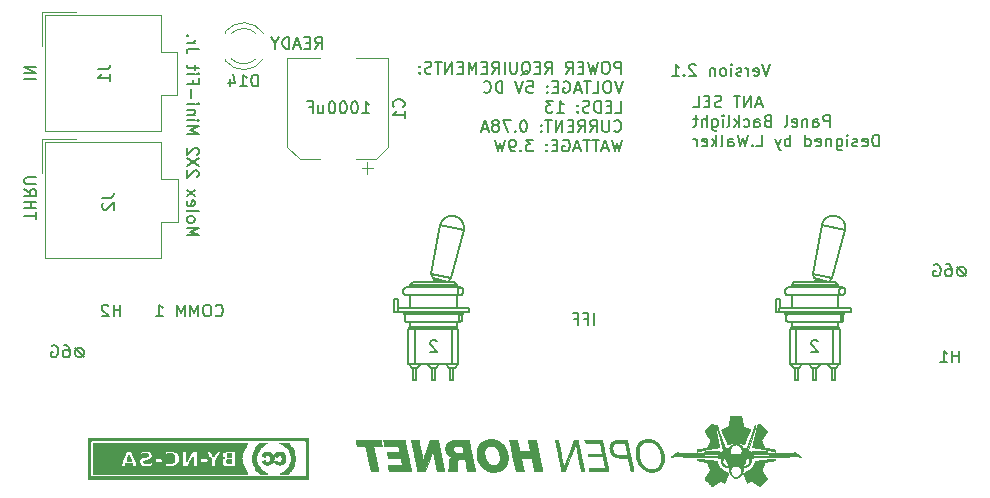
<source format=gbr>
%TF.GenerationSoftware,KiCad,Pcbnew,(5.1.10)-1*%
%TF.CreationDate,2021-10-30T00:49:30-07:00*%
%TF.ProjectId,ANT SEL Panel PCB V2,414e5420-5345-44c2-9050-616e656c2050,rev?*%
%TF.SameCoordinates,Original*%
%TF.FileFunction,Legend,Bot*%
%TF.FilePolarity,Positive*%
%FSLAX46Y46*%
G04 Gerber Fmt 4.6, Leading zero omitted, Abs format (unit mm)*
G04 Created by KiCad (PCBNEW (5.1.10)-1) date 2021-10-30 00:49:30*
%MOMM*%
%LPD*%
G01*
G04 APERTURE LIST*
%ADD10C,0.150000*%
%ADD11C,0.120000*%
%ADD12C,0.010000*%
%ADD13C,0.200000*%
G04 APERTURE END LIST*
D10*
X128823404Y-44066180D02*
X128823404Y-43066180D01*
X128442452Y-43066180D01*
X128347214Y-43113800D01*
X128299595Y-43161419D01*
X128251976Y-43256657D01*
X128251976Y-43399514D01*
X128299595Y-43494752D01*
X128347214Y-43542371D01*
X128442452Y-43589990D01*
X128823404Y-43589990D01*
X127632928Y-43066180D02*
X127442452Y-43066180D01*
X127347214Y-43113800D01*
X127251976Y-43209038D01*
X127204357Y-43399514D01*
X127204357Y-43732847D01*
X127251976Y-43923323D01*
X127347214Y-44018561D01*
X127442452Y-44066180D01*
X127632928Y-44066180D01*
X127728166Y-44018561D01*
X127823404Y-43923323D01*
X127871023Y-43732847D01*
X127871023Y-43399514D01*
X127823404Y-43209038D01*
X127728166Y-43113800D01*
X127632928Y-43066180D01*
X126871023Y-43066180D02*
X126632928Y-44066180D01*
X126442452Y-43351895D01*
X126251976Y-44066180D01*
X126013880Y-43066180D01*
X125632928Y-43542371D02*
X125299595Y-43542371D01*
X125156738Y-44066180D02*
X125632928Y-44066180D01*
X125632928Y-43066180D01*
X125156738Y-43066180D01*
X124156738Y-44066180D02*
X124490071Y-43589990D01*
X124728166Y-44066180D02*
X124728166Y-43066180D01*
X124347214Y-43066180D01*
X124251976Y-43113800D01*
X124204357Y-43161419D01*
X124156738Y-43256657D01*
X124156738Y-43399514D01*
X124204357Y-43494752D01*
X124251976Y-43542371D01*
X124347214Y-43589990D01*
X124728166Y-43589990D01*
X122394833Y-44066180D02*
X122728166Y-43589990D01*
X122966261Y-44066180D02*
X122966261Y-43066180D01*
X122585309Y-43066180D01*
X122490071Y-43113800D01*
X122442452Y-43161419D01*
X122394833Y-43256657D01*
X122394833Y-43399514D01*
X122442452Y-43494752D01*
X122490071Y-43542371D01*
X122585309Y-43589990D01*
X122966261Y-43589990D01*
X121966261Y-43542371D02*
X121632928Y-43542371D01*
X121490071Y-44066180D02*
X121966261Y-44066180D01*
X121966261Y-43066180D01*
X121490071Y-43066180D01*
X120394833Y-44161419D02*
X120490071Y-44113800D01*
X120585309Y-44018561D01*
X120728166Y-43875704D01*
X120823404Y-43828085D01*
X120918642Y-43828085D01*
X120871023Y-44066180D02*
X120966261Y-44018561D01*
X121061500Y-43923323D01*
X121109119Y-43732847D01*
X121109119Y-43399514D01*
X121061500Y-43209038D01*
X120966261Y-43113800D01*
X120871023Y-43066180D01*
X120680547Y-43066180D01*
X120585309Y-43113800D01*
X120490071Y-43209038D01*
X120442452Y-43399514D01*
X120442452Y-43732847D01*
X120490071Y-43923323D01*
X120585309Y-44018561D01*
X120680547Y-44066180D01*
X120871023Y-44066180D01*
X120013880Y-43066180D02*
X120013880Y-43875704D01*
X119966261Y-43970942D01*
X119918642Y-44018561D01*
X119823404Y-44066180D01*
X119632928Y-44066180D01*
X119537690Y-44018561D01*
X119490071Y-43970942D01*
X119442452Y-43875704D01*
X119442452Y-43066180D01*
X118966261Y-44066180D02*
X118966261Y-43066180D01*
X117918642Y-44066180D02*
X118251976Y-43589990D01*
X118490071Y-44066180D02*
X118490071Y-43066180D01*
X118109119Y-43066180D01*
X118013880Y-43113800D01*
X117966261Y-43161419D01*
X117918642Y-43256657D01*
X117918642Y-43399514D01*
X117966261Y-43494752D01*
X118013880Y-43542371D01*
X118109119Y-43589990D01*
X118490071Y-43589990D01*
X117490071Y-43542371D02*
X117156738Y-43542371D01*
X117013880Y-44066180D02*
X117490071Y-44066180D01*
X117490071Y-43066180D01*
X117013880Y-43066180D01*
X116585309Y-44066180D02*
X116585309Y-43066180D01*
X116251976Y-43780466D01*
X115918642Y-43066180D01*
X115918642Y-44066180D01*
X115442452Y-43542371D02*
X115109119Y-43542371D01*
X114966261Y-44066180D02*
X115442452Y-44066180D01*
X115442452Y-43066180D01*
X114966261Y-43066180D01*
X114537690Y-44066180D02*
X114537690Y-43066180D01*
X113966261Y-44066180D01*
X113966261Y-43066180D01*
X113632928Y-43066180D02*
X113061500Y-43066180D01*
X113347214Y-44066180D02*
X113347214Y-43066180D01*
X112775785Y-44018561D02*
X112632928Y-44066180D01*
X112394833Y-44066180D01*
X112299595Y-44018561D01*
X112251976Y-43970942D01*
X112204357Y-43875704D01*
X112204357Y-43780466D01*
X112251976Y-43685228D01*
X112299595Y-43637609D01*
X112394833Y-43589990D01*
X112585309Y-43542371D01*
X112680547Y-43494752D01*
X112728166Y-43447133D01*
X112775785Y-43351895D01*
X112775785Y-43256657D01*
X112728166Y-43161419D01*
X112680547Y-43113800D01*
X112585309Y-43066180D01*
X112347214Y-43066180D01*
X112204357Y-43113800D01*
X111775785Y-43970942D02*
X111728166Y-44018561D01*
X111775785Y-44066180D01*
X111823404Y-44018561D01*
X111775785Y-43970942D01*
X111775785Y-44066180D01*
X111775785Y-43447133D02*
X111728166Y-43494752D01*
X111775785Y-43542371D01*
X111823404Y-43494752D01*
X111775785Y-43447133D01*
X111775785Y-43542371D01*
X128966261Y-44716180D02*
X128632928Y-45716180D01*
X128299595Y-44716180D01*
X127775785Y-44716180D02*
X127585309Y-44716180D01*
X127490071Y-44763800D01*
X127394833Y-44859038D01*
X127347214Y-45049514D01*
X127347214Y-45382847D01*
X127394833Y-45573323D01*
X127490071Y-45668561D01*
X127585309Y-45716180D01*
X127775785Y-45716180D01*
X127871023Y-45668561D01*
X127966261Y-45573323D01*
X128013880Y-45382847D01*
X128013880Y-45049514D01*
X127966261Y-44859038D01*
X127871023Y-44763800D01*
X127775785Y-44716180D01*
X126442452Y-45716180D02*
X126918642Y-45716180D01*
X126918642Y-44716180D01*
X126251976Y-44716180D02*
X125680547Y-44716180D01*
X125966261Y-45716180D02*
X125966261Y-44716180D01*
X125394833Y-45430466D02*
X124918642Y-45430466D01*
X125490071Y-45716180D02*
X125156738Y-44716180D01*
X124823404Y-45716180D01*
X123966261Y-44763800D02*
X124061500Y-44716180D01*
X124204357Y-44716180D01*
X124347214Y-44763800D01*
X124442452Y-44859038D01*
X124490071Y-44954276D01*
X124537690Y-45144752D01*
X124537690Y-45287609D01*
X124490071Y-45478085D01*
X124442452Y-45573323D01*
X124347214Y-45668561D01*
X124204357Y-45716180D01*
X124109119Y-45716180D01*
X123966261Y-45668561D01*
X123918642Y-45620942D01*
X123918642Y-45287609D01*
X124109119Y-45287609D01*
X123490071Y-45192371D02*
X123156738Y-45192371D01*
X123013880Y-45716180D02*
X123490071Y-45716180D01*
X123490071Y-44716180D01*
X123013880Y-44716180D01*
X122585309Y-45620942D02*
X122537690Y-45668561D01*
X122585309Y-45716180D01*
X122632928Y-45668561D01*
X122585309Y-45620942D01*
X122585309Y-45716180D01*
X122585309Y-45097133D02*
X122537690Y-45144752D01*
X122585309Y-45192371D01*
X122632928Y-45144752D01*
X122585309Y-45097133D01*
X122585309Y-45192371D01*
X120871023Y-44716180D02*
X121347214Y-44716180D01*
X121394833Y-45192371D01*
X121347214Y-45144752D01*
X121251976Y-45097133D01*
X121013880Y-45097133D01*
X120918642Y-45144752D01*
X120871023Y-45192371D01*
X120823404Y-45287609D01*
X120823404Y-45525704D01*
X120871023Y-45620942D01*
X120918642Y-45668561D01*
X121013880Y-45716180D01*
X121251976Y-45716180D01*
X121347214Y-45668561D01*
X121394833Y-45620942D01*
X120537690Y-44716180D02*
X120204357Y-45716180D01*
X119871023Y-44716180D01*
X118775785Y-45716180D02*
X118775785Y-44716180D01*
X118537690Y-44716180D01*
X118394833Y-44763800D01*
X118299595Y-44859038D01*
X118251976Y-44954276D01*
X118204357Y-45144752D01*
X118204357Y-45287609D01*
X118251976Y-45478085D01*
X118299595Y-45573323D01*
X118394833Y-45668561D01*
X118537690Y-45716180D01*
X118775785Y-45716180D01*
X117204357Y-45620942D02*
X117251976Y-45668561D01*
X117394833Y-45716180D01*
X117490071Y-45716180D01*
X117632928Y-45668561D01*
X117728166Y-45573323D01*
X117775785Y-45478085D01*
X117823404Y-45287609D01*
X117823404Y-45144752D01*
X117775785Y-44954276D01*
X117728166Y-44859038D01*
X117632928Y-44763800D01*
X117490071Y-44716180D01*
X117394833Y-44716180D01*
X117251976Y-44763800D01*
X117204357Y-44811419D01*
X128347214Y-47366180D02*
X128823404Y-47366180D01*
X128823404Y-46366180D01*
X128013880Y-46842371D02*
X127680547Y-46842371D01*
X127537690Y-47366180D02*
X128013880Y-47366180D01*
X128013880Y-46366180D01*
X127537690Y-46366180D01*
X127109119Y-47366180D02*
X127109119Y-46366180D01*
X126871023Y-46366180D01*
X126728166Y-46413800D01*
X126632928Y-46509038D01*
X126585309Y-46604276D01*
X126537690Y-46794752D01*
X126537690Y-46937609D01*
X126585309Y-47128085D01*
X126632928Y-47223323D01*
X126728166Y-47318561D01*
X126871023Y-47366180D01*
X127109119Y-47366180D01*
X126156738Y-47318561D02*
X126013880Y-47366180D01*
X125775785Y-47366180D01*
X125680547Y-47318561D01*
X125632928Y-47270942D01*
X125585309Y-47175704D01*
X125585309Y-47080466D01*
X125632928Y-46985228D01*
X125680547Y-46937609D01*
X125775785Y-46889990D01*
X125966261Y-46842371D01*
X126061500Y-46794752D01*
X126109119Y-46747133D01*
X126156738Y-46651895D01*
X126156738Y-46556657D01*
X126109119Y-46461419D01*
X126061500Y-46413800D01*
X125966261Y-46366180D01*
X125728166Y-46366180D01*
X125585309Y-46413800D01*
X125156738Y-47270942D02*
X125109119Y-47318561D01*
X125156738Y-47366180D01*
X125204357Y-47318561D01*
X125156738Y-47270942D01*
X125156738Y-47366180D01*
X125156738Y-46747133D02*
X125109119Y-46794752D01*
X125156738Y-46842371D01*
X125204357Y-46794752D01*
X125156738Y-46747133D01*
X125156738Y-46842371D01*
X123394833Y-47366180D02*
X123966261Y-47366180D01*
X123680547Y-47366180D02*
X123680547Y-46366180D01*
X123775785Y-46509038D01*
X123871023Y-46604276D01*
X123966261Y-46651895D01*
X123061500Y-46366180D02*
X122442452Y-46366180D01*
X122775785Y-46747133D01*
X122632928Y-46747133D01*
X122537690Y-46794752D01*
X122490071Y-46842371D01*
X122442452Y-46937609D01*
X122442452Y-47175704D01*
X122490071Y-47270942D01*
X122537690Y-47318561D01*
X122632928Y-47366180D01*
X122918642Y-47366180D01*
X123013880Y-47318561D01*
X123061500Y-47270942D01*
X128251976Y-48920942D02*
X128299595Y-48968561D01*
X128442452Y-49016180D01*
X128537690Y-49016180D01*
X128680547Y-48968561D01*
X128775785Y-48873323D01*
X128823404Y-48778085D01*
X128871023Y-48587609D01*
X128871023Y-48444752D01*
X128823404Y-48254276D01*
X128775785Y-48159038D01*
X128680547Y-48063800D01*
X128537690Y-48016180D01*
X128442452Y-48016180D01*
X128299595Y-48063800D01*
X128251976Y-48111419D01*
X127823404Y-48016180D02*
X127823404Y-48825704D01*
X127775785Y-48920942D01*
X127728166Y-48968561D01*
X127632928Y-49016180D01*
X127442452Y-49016180D01*
X127347214Y-48968561D01*
X127299595Y-48920942D01*
X127251976Y-48825704D01*
X127251976Y-48016180D01*
X126204357Y-49016180D02*
X126537690Y-48539990D01*
X126775785Y-49016180D02*
X126775785Y-48016180D01*
X126394833Y-48016180D01*
X126299595Y-48063800D01*
X126251976Y-48111419D01*
X126204357Y-48206657D01*
X126204357Y-48349514D01*
X126251976Y-48444752D01*
X126299595Y-48492371D01*
X126394833Y-48539990D01*
X126775785Y-48539990D01*
X125204357Y-49016180D02*
X125537690Y-48539990D01*
X125775785Y-49016180D02*
X125775785Y-48016180D01*
X125394833Y-48016180D01*
X125299595Y-48063800D01*
X125251976Y-48111419D01*
X125204357Y-48206657D01*
X125204357Y-48349514D01*
X125251976Y-48444752D01*
X125299595Y-48492371D01*
X125394833Y-48539990D01*
X125775785Y-48539990D01*
X124775785Y-48492371D02*
X124442452Y-48492371D01*
X124299595Y-49016180D02*
X124775785Y-49016180D01*
X124775785Y-48016180D01*
X124299595Y-48016180D01*
X123871023Y-49016180D02*
X123871023Y-48016180D01*
X123299595Y-49016180D01*
X123299595Y-48016180D01*
X122966261Y-48016180D02*
X122394833Y-48016180D01*
X122680547Y-49016180D02*
X122680547Y-48016180D01*
X122061500Y-48920942D02*
X122013880Y-48968561D01*
X122061500Y-49016180D01*
X122109119Y-48968561D01*
X122061500Y-48920942D01*
X122061500Y-49016180D01*
X122061500Y-48397133D02*
X122013880Y-48444752D01*
X122061500Y-48492371D01*
X122109119Y-48444752D01*
X122061500Y-48397133D01*
X122061500Y-48492371D01*
X120632928Y-48016180D02*
X120537690Y-48016180D01*
X120442452Y-48063800D01*
X120394833Y-48111419D01*
X120347214Y-48206657D01*
X120299595Y-48397133D01*
X120299595Y-48635228D01*
X120347214Y-48825704D01*
X120394833Y-48920942D01*
X120442452Y-48968561D01*
X120537690Y-49016180D01*
X120632928Y-49016180D01*
X120728166Y-48968561D01*
X120775785Y-48920942D01*
X120823404Y-48825704D01*
X120871023Y-48635228D01*
X120871023Y-48397133D01*
X120823404Y-48206657D01*
X120775785Y-48111419D01*
X120728166Y-48063800D01*
X120632928Y-48016180D01*
X119871023Y-48920942D02*
X119823404Y-48968561D01*
X119871023Y-49016180D01*
X119918642Y-48968561D01*
X119871023Y-48920942D01*
X119871023Y-49016180D01*
X119490071Y-48016180D02*
X118823404Y-48016180D01*
X119251976Y-49016180D01*
X118299595Y-48444752D02*
X118394833Y-48397133D01*
X118442452Y-48349514D01*
X118490071Y-48254276D01*
X118490071Y-48206657D01*
X118442452Y-48111419D01*
X118394833Y-48063800D01*
X118299595Y-48016180D01*
X118109119Y-48016180D01*
X118013880Y-48063800D01*
X117966261Y-48111419D01*
X117918642Y-48206657D01*
X117918642Y-48254276D01*
X117966261Y-48349514D01*
X118013880Y-48397133D01*
X118109119Y-48444752D01*
X118299595Y-48444752D01*
X118394833Y-48492371D01*
X118442452Y-48539990D01*
X118490071Y-48635228D01*
X118490071Y-48825704D01*
X118442452Y-48920942D01*
X118394833Y-48968561D01*
X118299595Y-49016180D01*
X118109119Y-49016180D01*
X118013880Y-48968561D01*
X117966261Y-48920942D01*
X117918642Y-48825704D01*
X117918642Y-48635228D01*
X117966261Y-48539990D01*
X118013880Y-48492371D01*
X118109119Y-48444752D01*
X117537690Y-48730466D02*
X117061500Y-48730466D01*
X117632928Y-49016180D02*
X117299595Y-48016180D01*
X116966261Y-49016180D01*
X128918642Y-49666180D02*
X128680547Y-50666180D01*
X128490071Y-49951895D01*
X128299595Y-50666180D01*
X128061500Y-49666180D01*
X127728166Y-50380466D02*
X127251976Y-50380466D01*
X127823404Y-50666180D02*
X127490071Y-49666180D01*
X127156738Y-50666180D01*
X126966261Y-49666180D02*
X126394833Y-49666180D01*
X126680547Y-50666180D02*
X126680547Y-49666180D01*
X126204357Y-49666180D02*
X125632928Y-49666180D01*
X125918642Y-50666180D02*
X125918642Y-49666180D01*
X125347214Y-50380466D02*
X124871023Y-50380466D01*
X125442452Y-50666180D02*
X125109119Y-49666180D01*
X124775785Y-50666180D01*
X123918642Y-49713800D02*
X124013880Y-49666180D01*
X124156738Y-49666180D01*
X124299595Y-49713800D01*
X124394833Y-49809038D01*
X124442452Y-49904276D01*
X124490071Y-50094752D01*
X124490071Y-50237609D01*
X124442452Y-50428085D01*
X124394833Y-50523323D01*
X124299595Y-50618561D01*
X124156738Y-50666180D01*
X124061500Y-50666180D01*
X123918642Y-50618561D01*
X123871023Y-50570942D01*
X123871023Y-50237609D01*
X124061500Y-50237609D01*
X123442452Y-50142371D02*
X123109119Y-50142371D01*
X122966261Y-50666180D02*
X123442452Y-50666180D01*
X123442452Y-49666180D01*
X122966261Y-49666180D01*
X122537690Y-50570942D02*
X122490071Y-50618561D01*
X122537690Y-50666180D01*
X122585309Y-50618561D01*
X122537690Y-50570942D01*
X122537690Y-50666180D01*
X122537690Y-50047133D02*
X122490071Y-50094752D01*
X122537690Y-50142371D01*
X122585309Y-50094752D01*
X122537690Y-50047133D01*
X122537690Y-50142371D01*
X121394833Y-49666180D02*
X120775785Y-49666180D01*
X121109119Y-50047133D01*
X120966261Y-50047133D01*
X120871023Y-50094752D01*
X120823404Y-50142371D01*
X120775785Y-50237609D01*
X120775785Y-50475704D01*
X120823404Y-50570942D01*
X120871023Y-50618561D01*
X120966261Y-50666180D01*
X121251976Y-50666180D01*
X121347214Y-50618561D01*
X121394833Y-50570942D01*
X120347214Y-50570942D02*
X120299595Y-50618561D01*
X120347214Y-50666180D01*
X120394833Y-50618561D01*
X120347214Y-50570942D01*
X120347214Y-50666180D01*
X119823404Y-50666180D02*
X119632928Y-50666180D01*
X119537690Y-50618561D01*
X119490071Y-50570942D01*
X119394833Y-50428085D01*
X119347214Y-50237609D01*
X119347214Y-49856657D01*
X119394833Y-49761419D01*
X119442452Y-49713800D01*
X119537690Y-49666180D01*
X119728166Y-49666180D01*
X119823404Y-49713800D01*
X119871023Y-49761419D01*
X119918642Y-49856657D01*
X119918642Y-50094752D01*
X119871023Y-50189990D01*
X119823404Y-50237609D01*
X119728166Y-50285228D01*
X119537690Y-50285228D01*
X119442452Y-50237609D01*
X119394833Y-50189990D01*
X119347214Y-50094752D01*
X119013880Y-49666180D02*
X118775785Y-50666180D01*
X118585309Y-49951895D01*
X118394833Y-50666180D01*
X118156738Y-49666180D01*
X106923809Y-47427380D02*
X107495238Y-47427380D01*
X107209523Y-47427380D02*
X107209523Y-46427380D01*
X107304761Y-46570238D01*
X107400000Y-46665476D01*
X107495238Y-46713095D01*
X106304761Y-46427380D02*
X106209523Y-46427380D01*
X106114285Y-46475000D01*
X106066666Y-46522619D01*
X106019047Y-46617857D01*
X105971428Y-46808333D01*
X105971428Y-47046428D01*
X106019047Y-47236904D01*
X106066666Y-47332142D01*
X106114285Y-47379761D01*
X106209523Y-47427380D01*
X106304761Y-47427380D01*
X106400000Y-47379761D01*
X106447619Y-47332142D01*
X106495238Y-47236904D01*
X106542857Y-47046428D01*
X106542857Y-46808333D01*
X106495238Y-46617857D01*
X106447619Y-46522619D01*
X106400000Y-46475000D01*
X106304761Y-46427380D01*
X105352380Y-46427380D02*
X105257142Y-46427380D01*
X105161904Y-46475000D01*
X105114285Y-46522619D01*
X105066666Y-46617857D01*
X105019047Y-46808333D01*
X105019047Y-47046428D01*
X105066666Y-47236904D01*
X105114285Y-47332142D01*
X105161904Y-47379761D01*
X105257142Y-47427380D01*
X105352380Y-47427380D01*
X105447619Y-47379761D01*
X105495238Y-47332142D01*
X105542857Y-47236904D01*
X105590476Y-47046428D01*
X105590476Y-46808333D01*
X105542857Y-46617857D01*
X105495238Y-46522619D01*
X105447619Y-46475000D01*
X105352380Y-46427380D01*
X104400000Y-46427380D02*
X104304761Y-46427380D01*
X104209523Y-46475000D01*
X104161904Y-46522619D01*
X104114285Y-46617857D01*
X104066666Y-46808333D01*
X104066666Y-47046428D01*
X104114285Y-47236904D01*
X104161904Y-47332142D01*
X104209523Y-47379761D01*
X104304761Y-47427380D01*
X104400000Y-47427380D01*
X104495238Y-47379761D01*
X104542857Y-47332142D01*
X104590476Y-47236904D01*
X104638095Y-47046428D01*
X104638095Y-46808333D01*
X104590476Y-46617857D01*
X104542857Y-46522619D01*
X104495238Y-46475000D01*
X104400000Y-46427380D01*
X103209523Y-46760714D02*
X103209523Y-47427380D01*
X103638095Y-46760714D02*
X103638095Y-47284523D01*
X103590476Y-47379761D01*
X103495238Y-47427380D01*
X103352380Y-47427380D01*
X103257142Y-47379761D01*
X103209523Y-47332142D01*
X102400000Y-46903571D02*
X102733333Y-46903571D01*
X102733333Y-47427380D02*
X102733333Y-46427380D01*
X102257142Y-46427380D01*
X102925000Y-41977380D02*
X103258333Y-41501190D01*
X103496428Y-41977380D02*
X103496428Y-40977380D01*
X103115476Y-40977380D01*
X103020238Y-41025000D01*
X102972619Y-41072619D01*
X102925000Y-41167857D01*
X102925000Y-41310714D01*
X102972619Y-41405952D01*
X103020238Y-41453571D01*
X103115476Y-41501190D01*
X103496428Y-41501190D01*
X102496428Y-41453571D02*
X102163095Y-41453571D01*
X102020238Y-41977380D02*
X102496428Y-41977380D01*
X102496428Y-40977380D01*
X102020238Y-40977380D01*
X101639285Y-41691666D02*
X101163095Y-41691666D01*
X101734523Y-41977380D02*
X101401190Y-40977380D01*
X101067857Y-41977380D01*
X100734523Y-41977380D02*
X100734523Y-40977380D01*
X100496428Y-40977380D01*
X100353571Y-41025000D01*
X100258333Y-41120238D01*
X100210714Y-41215476D01*
X100163095Y-41405952D01*
X100163095Y-41548809D01*
X100210714Y-41739285D01*
X100258333Y-41834523D01*
X100353571Y-41929761D01*
X100496428Y-41977380D01*
X100734523Y-41977380D01*
X99544047Y-41501190D02*
X99544047Y-41977380D01*
X99877380Y-40977380D02*
X99544047Y-41501190D01*
X99210714Y-40977380D01*
X113235714Y-66747619D02*
X113188095Y-66700000D01*
X113092857Y-66652380D01*
X112854761Y-66652380D01*
X112759523Y-66700000D01*
X112711904Y-66747619D01*
X112664285Y-66842857D01*
X112664285Y-66938095D01*
X112711904Y-67080952D01*
X113283333Y-67652380D01*
X112664285Y-67652380D01*
X145485714Y-66747619D02*
X145438095Y-66700000D01*
X145342857Y-66652380D01*
X145104761Y-66652380D01*
X145009523Y-66700000D01*
X144961904Y-66747619D01*
X144914285Y-66842857D01*
X144914285Y-66938095D01*
X144961904Y-67080952D01*
X145533333Y-67652380D01*
X144914285Y-67652380D01*
X141444456Y-43280080D02*
X141111122Y-44280080D01*
X140777789Y-43280080D01*
X140063503Y-44232461D02*
X140158741Y-44280080D01*
X140349218Y-44280080D01*
X140444456Y-44232461D01*
X140492075Y-44137223D01*
X140492075Y-43756271D01*
X140444456Y-43661033D01*
X140349218Y-43613414D01*
X140158741Y-43613414D01*
X140063503Y-43661033D01*
X140015884Y-43756271D01*
X140015884Y-43851509D01*
X140492075Y-43946747D01*
X139587313Y-44280080D02*
X139587313Y-43613414D01*
X139587313Y-43803890D02*
X139539694Y-43708652D01*
X139492075Y-43661033D01*
X139396837Y-43613414D01*
X139301599Y-43613414D01*
X139015884Y-44232461D02*
X138920646Y-44280080D01*
X138730170Y-44280080D01*
X138634932Y-44232461D01*
X138587313Y-44137223D01*
X138587313Y-44089604D01*
X138634932Y-43994366D01*
X138730170Y-43946747D01*
X138873027Y-43946747D01*
X138968265Y-43899128D01*
X139015884Y-43803890D01*
X139015884Y-43756271D01*
X138968265Y-43661033D01*
X138873027Y-43613414D01*
X138730170Y-43613414D01*
X138634932Y-43661033D01*
X138158741Y-44280080D02*
X138158741Y-43613414D01*
X138158741Y-43280080D02*
X138206360Y-43327700D01*
X138158741Y-43375319D01*
X138111122Y-43327700D01*
X138158741Y-43280080D01*
X138158741Y-43375319D01*
X137539694Y-44280080D02*
X137634932Y-44232461D01*
X137682551Y-44184842D01*
X137730170Y-44089604D01*
X137730170Y-43803890D01*
X137682551Y-43708652D01*
X137634932Y-43661033D01*
X137539694Y-43613414D01*
X137396837Y-43613414D01*
X137301599Y-43661033D01*
X137253980Y-43708652D01*
X137206360Y-43803890D01*
X137206360Y-44089604D01*
X137253980Y-44184842D01*
X137301599Y-44232461D01*
X137396837Y-44280080D01*
X137539694Y-44280080D01*
X136777789Y-43613414D02*
X136777789Y-44280080D01*
X136777789Y-43708652D02*
X136730170Y-43661033D01*
X136634932Y-43613414D01*
X136492075Y-43613414D01*
X136396837Y-43661033D01*
X136349218Y-43756271D01*
X136349218Y-44280080D01*
X135158741Y-43375319D02*
X135111122Y-43327700D01*
X135015884Y-43280080D01*
X134777789Y-43280080D01*
X134682551Y-43327700D01*
X134634932Y-43375319D01*
X134587313Y-43470557D01*
X134587313Y-43565795D01*
X134634932Y-43708652D01*
X135206360Y-44280080D01*
X134587313Y-44280080D01*
X134158741Y-44184842D02*
X134111122Y-44232461D01*
X134158741Y-44280080D01*
X134206360Y-44232461D01*
X134158741Y-44184842D01*
X134158741Y-44280080D01*
X133158741Y-44280080D02*
X133730170Y-44280080D01*
X133444456Y-44280080D02*
X133444456Y-43280080D01*
X133539694Y-43422938D01*
X133634932Y-43518176D01*
X133730170Y-43565795D01*
X126536342Y-65374780D02*
X126536342Y-64374780D01*
X125726819Y-64850971D02*
X126060152Y-64850971D01*
X126060152Y-65374780D02*
X126060152Y-64374780D01*
X125583961Y-64374780D01*
X124869676Y-64850971D02*
X125203009Y-64850971D01*
X125203009Y-65374780D02*
X125203009Y-64374780D01*
X124726819Y-64374780D01*
X94505185Y-64530242D02*
X94552804Y-64577861D01*
X94695661Y-64625480D01*
X94790900Y-64625480D01*
X94933757Y-64577861D01*
X95028995Y-64482623D01*
X95076614Y-64387385D01*
X95124233Y-64196909D01*
X95124233Y-64054052D01*
X95076614Y-63863576D01*
X95028995Y-63768338D01*
X94933757Y-63673100D01*
X94790900Y-63625480D01*
X94695661Y-63625480D01*
X94552804Y-63673100D01*
X94505185Y-63720719D01*
X93886138Y-63625480D02*
X93695661Y-63625480D01*
X93600423Y-63673100D01*
X93505185Y-63768338D01*
X93457566Y-63958814D01*
X93457566Y-64292147D01*
X93505185Y-64482623D01*
X93600423Y-64577861D01*
X93695661Y-64625480D01*
X93886138Y-64625480D01*
X93981376Y-64577861D01*
X94076614Y-64482623D01*
X94124233Y-64292147D01*
X94124233Y-63958814D01*
X94076614Y-63768338D01*
X93981376Y-63673100D01*
X93886138Y-63625480D01*
X93028995Y-64625480D02*
X93028995Y-63625480D01*
X92695661Y-64339766D01*
X92362328Y-63625480D01*
X92362328Y-64625480D01*
X91886138Y-64625480D02*
X91886138Y-63625480D01*
X91552804Y-64339766D01*
X91219471Y-63625480D01*
X91219471Y-64625480D01*
X89457566Y-64625480D02*
X90028995Y-64625480D01*
X89743280Y-64625480D02*
X89743280Y-63625480D01*
X89838519Y-63768338D01*
X89933757Y-63863576D01*
X90028995Y-63911195D01*
X140749261Y-46649666D02*
X140273071Y-46649666D01*
X140844500Y-46935380D02*
X140511166Y-45935380D01*
X140177833Y-46935380D01*
X139844500Y-46935380D02*
X139844500Y-45935380D01*
X139273071Y-46935380D01*
X139273071Y-45935380D01*
X138939738Y-45935380D02*
X138368309Y-45935380D01*
X138654023Y-46935380D02*
X138654023Y-45935380D01*
X137320690Y-46887761D02*
X137177833Y-46935380D01*
X136939738Y-46935380D01*
X136844500Y-46887761D01*
X136796880Y-46840142D01*
X136749261Y-46744904D01*
X136749261Y-46649666D01*
X136796880Y-46554428D01*
X136844500Y-46506809D01*
X136939738Y-46459190D01*
X137130214Y-46411571D01*
X137225452Y-46363952D01*
X137273071Y-46316333D01*
X137320690Y-46221095D01*
X137320690Y-46125857D01*
X137273071Y-46030619D01*
X137225452Y-45983000D01*
X137130214Y-45935380D01*
X136892119Y-45935380D01*
X136749261Y-45983000D01*
X136320690Y-46411571D02*
X135987357Y-46411571D01*
X135844500Y-46935380D02*
X136320690Y-46935380D01*
X136320690Y-45935380D01*
X135844500Y-45935380D01*
X134939738Y-46935380D02*
X135415928Y-46935380D01*
X135415928Y-45935380D01*
X146511166Y-48585380D02*
X146511166Y-47585380D01*
X146130214Y-47585380D01*
X146034976Y-47633000D01*
X145987357Y-47680619D01*
X145939738Y-47775857D01*
X145939738Y-47918714D01*
X145987357Y-48013952D01*
X146034976Y-48061571D01*
X146130214Y-48109190D01*
X146511166Y-48109190D01*
X145082595Y-48585380D02*
X145082595Y-48061571D01*
X145130214Y-47966333D01*
X145225452Y-47918714D01*
X145415928Y-47918714D01*
X145511166Y-47966333D01*
X145082595Y-48537761D02*
X145177833Y-48585380D01*
X145415928Y-48585380D01*
X145511166Y-48537761D01*
X145558785Y-48442523D01*
X145558785Y-48347285D01*
X145511166Y-48252047D01*
X145415928Y-48204428D01*
X145177833Y-48204428D01*
X145082595Y-48156809D01*
X144606404Y-47918714D02*
X144606404Y-48585380D01*
X144606404Y-48013952D02*
X144558785Y-47966333D01*
X144463547Y-47918714D01*
X144320690Y-47918714D01*
X144225452Y-47966333D01*
X144177833Y-48061571D01*
X144177833Y-48585380D01*
X143320690Y-48537761D02*
X143415928Y-48585380D01*
X143606404Y-48585380D01*
X143701642Y-48537761D01*
X143749261Y-48442523D01*
X143749261Y-48061571D01*
X143701642Y-47966333D01*
X143606404Y-47918714D01*
X143415928Y-47918714D01*
X143320690Y-47966333D01*
X143273071Y-48061571D01*
X143273071Y-48156809D01*
X143749261Y-48252047D01*
X142701642Y-48585380D02*
X142796880Y-48537761D01*
X142844500Y-48442523D01*
X142844500Y-47585380D01*
X141225452Y-48061571D02*
X141082595Y-48109190D01*
X141034976Y-48156809D01*
X140987357Y-48252047D01*
X140987357Y-48394904D01*
X141034976Y-48490142D01*
X141082595Y-48537761D01*
X141177833Y-48585380D01*
X141558785Y-48585380D01*
X141558785Y-47585380D01*
X141225452Y-47585380D01*
X141130214Y-47633000D01*
X141082595Y-47680619D01*
X141034976Y-47775857D01*
X141034976Y-47871095D01*
X141082595Y-47966333D01*
X141130214Y-48013952D01*
X141225452Y-48061571D01*
X141558785Y-48061571D01*
X140130214Y-48585380D02*
X140130214Y-48061571D01*
X140177833Y-47966333D01*
X140273071Y-47918714D01*
X140463547Y-47918714D01*
X140558785Y-47966333D01*
X140130214Y-48537761D02*
X140225452Y-48585380D01*
X140463547Y-48585380D01*
X140558785Y-48537761D01*
X140606404Y-48442523D01*
X140606404Y-48347285D01*
X140558785Y-48252047D01*
X140463547Y-48204428D01*
X140225452Y-48204428D01*
X140130214Y-48156809D01*
X139225452Y-48537761D02*
X139320690Y-48585380D01*
X139511166Y-48585380D01*
X139606404Y-48537761D01*
X139654023Y-48490142D01*
X139701642Y-48394904D01*
X139701642Y-48109190D01*
X139654023Y-48013952D01*
X139606404Y-47966333D01*
X139511166Y-47918714D01*
X139320690Y-47918714D01*
X139225452Y-47966333D01*
X138796880Y-48585380D02*
X138796880Y-47585380D01*
X138701642Y-48204428D02*
X138415928Y-48585380D01*
X138415928Y-47918714D02*
X138796880Y-48299666D01*
X137844500Y-48585380D02*
X137939738Y-48537761D01*
X137987357Y-48442523D01*
X137987357Y-47585380D01*
X137463547Y-48585380D02*
X137463547Y-47918714D01*
X137463547Y-47585380D02*
X137511166Y-47633000D01*
X137463547Y-47680619D01*
X137415928Y-47633000D01*
X137463547Y-47585380D01*
X137463547Y-47680619D01*
X136558785Y-47918714D02*
X136558785Y-48728238D01*
X136606404Y-48823476D01*
X136654023Y-48871095D01*
X136749261Y-48918714D01*
X136892119Y-48918714D01*
X136987357Y-48871095D01*
X136558785Y-48537761D02*
X136654023Y-48585380D01*
X136844500Y-48585380D01*
X136939738Y-48537761D01*
X136987357Y-48490142D01*
X137034976Y-48394904D01*
X137034976Y-48109190D01*
X136987357Y-48013952D01*
X136939738Y-47966333D01*
X136844500Y-47918714D01*
X136654023Y-47918714D01*
X136558785Y-47966333D01*
X136082595Y-48585380D02*
X136082595Y-47585380D01*
X135654023Y-48585380D02*
X135654023Y-48061571D01*
X135701642Y-47966333D01*
X135796880Y-47918714D01*
X135939738Y-47918714D01*
X136034976Y-47966333D01*
X136082595Y-48013952D01*
X135320690Y-47918714D02*
X134939738Y-47918714D01*
X135177833Y-47585380D02*
X135177833Y-48442523D01*
X135130214Y-48537761D01*
X135034976Y-48585380D01*
X134939738Y-48585380D01*
X150654023Y-50235380D02*
X150654023Y-49235380D01*
X150415928Y-49235380D01*
X150273071Y-49283000D01*
X150177833Y-49378238D01*
X150130214Y-49473476D01*
X150082595Y-49663952D01*
X150082595Y-49806809D01*
X150130214Y-49997285D01*
X150177833Y-50092523D01*
X150273071Y-50187761D01*
X150415928Y-50235380D01*
X150654023Y-50235380D01*
X149273071Y-50187761D02*
X149368309Y-50235380D01*
X149558785Y-50235380D01*
X149654023Y-50187761D01*
X149701642Y-50092523D01*
X149701642Y-49711571D01*
X149654023Y-49616333D01*
X149558785Y-49568714D01*
X149368309Y-49568714D01*
X149273071Y-49616333D01*
X149225452Y-49711571D01*
X149225452Y-49806809D01*
X149701642Y-49902047D01*
X148844500Y-50187761D02*
X148749261Y-50235380D01*
X148558785Y-50235380D01*
X148463547Y-50187761D01*
X148415928Y-50092523D01*
X148415928Y-50044904D01*
X148463547Y-49949666D01*
X148558785Y-49902047D01*
X148701642Y-49902047D01*
X148796880Y-49854428D01*
X148844500Y-49759190D01*
X148844500Y-49711571D01*
X148796880Y-49616333D01*
X148701642Y-49568714D01*
X148558785Y-49568714D01*
X148463547Y-49616333D01*
X147987357Y-50235380D02*
X147987357Y-49568714D01*
X147987357Y-49235380D02*
X148034976Y-49283000D01*
X147987357Y-49330619D01*
X147939738Y-49283000D01*
X147987357Y-49235380D01*
X147987357Y-49330619D01*
X147082595Y-49568714D02*
X147082595Y-50378238D01*
X147130214Y-50473476D01*
X147177833Y-50521095D01*
X147273071Y-50568714D01*
X147415928Y-50568714D01*
X147511166Y-50521095D01*
X147082595Y-50187761D02*
X147177833Y-50235380D01*
X147368309Y-50235380D01*
X147463547Y-50187761D01*
X147511166Y-50140142D01*
X147558785Y-50044904D01*
X147558785Y-49759190D01*
X147511166Y-49663952D01*
X147463547Y-49616333D01*
X147368309Y-49568714D01*
X147177833Y-49568714D01*
X147082595Y-49616333D01*
X146606404Y-49568714D02*
X146606404Y-50235380D01*
X146606404Y-49663952D02*
X146558785Y-49616333D01*
X146463547Y-49568714D01*
X146320690Y-49568714D01*
X146225452Y-49616333D01*
X146177833Y-49711571D01*
X146177833Y-50235380D01*
X145320690Y-50187761D02*
X145415928Y-50235380D01*
X145606404Y-50235380D01*
X145701642Y-50187761D01*
X145749261Y-50092523D01*
X145749261Y-49711571D01*
X145701642Y-49616333D01*
X145606404Y-49568714D01*
X145415928Y-49568714D01*
X145320690Y-49616333D01*
X145273071Y-49711571D01*
X145273071Y-49806809D01*
X145749261Y-49902047D01*
X144415928Y-50235380D02*
X144415928Y-49235380D01*
X144415928Y-50187761D02*
X144511166Y-50235380D01*
X144701642Y-50235380D01*
X144796880Y-50187761D01*
X144844500Y-50140142D01*
X144892119Y-50044904D01*
X144892119Y-49759190D01*
X144844500Y-49663952D01*
X144796880Y-49616333D01*
X144701642Y-49568714D01*
X144511166Y-49568714D01*
X144415928Y-49616333D01*
X143177833Y-50235380D02*
X143177833Y-49235380D01*
X143177833Y-49616333D02*
X143082595Y-49568714D01*
X142892119Y-49568714D01*
X142796880Y-49616333D01*
X142749261Y-49663952D01*
X142701642Y-49759190D01*
X142701642Y-50044904D01*
X142749261Y-50140142D01*
X142796880Y-50187761D01*
X142892119Y-50235380D01*
X143082595Y-50235380D01*
X143177833Y-50187761D01*
X142368309Y-49568714D02*
X142130214Y-50235380D01*
X141892119Y-49568714D02*
X142130214Y-50235380D01*
X142225452Y-50473476D01*
X142273071Y-50521095D01*
X142368309Y-50568714D01*
X140273071Y-50235380D02*
X140749261Y-50235380D01*
X140749261Y-49235380D01*
X139939738Y-50140142D02*
X139892119Y-50187761D01*
X139939738Y-50235380D01*
X139987357Y-50187761D01*
X139939738Y-50140142D01*
X139939738Y-50235380D01*
X139558785Y-49235380D02*
X139320690Y-50235380D01*
X139130214Y-49521095D01*
X138939738Y-50235380D01*
X138701642Y-49235380D01*
X137892119Y-50235380D02*
X137892119Y-49711571D01*
X137939738Y-49616333D01*
X138034976Y-49568714D01*
X138225452Y-49568714D01*
X138320690Y-49616333D01*
X137892119Y-50187761D02*
X137987357Y-50235380D01*
X138225452Y-50235380D01*
X138320690Y-50187761D01*
X138368309Y-50092523D01*
X138368309Y-49997285D01*
X138320690Y-49902047D01*
X138225452Y-49854428D01*
X137987357Y-49854428D01*
X137892119Y-49806809D01*
X137273071Y-50235380D02*
X137368309Y-50187761D01*
X137415928Y-50092523D01*
X137415928Y-49235380D01*
X136892119Y-50235380D02*
X136892119Y-49235380D01*
X136796880Y-49854428D02*
X136511166Y-50235380D01*
X136511166Y-49568714D02*
X136892119Y-49949666D01*
X135701642Y-50187761D02*
X135796880Y-50235380D01*
X135987357Y-50235380D01*
X136082595Y-50187761D01*
X136130214Y-50092523D01*
X136130214Y-49711571D01*
X136082595Y-49616333D01*
X135987357Y-49568714D01*
X135796880Y-49568714D01*
X135701642Y-49616333D01*
X135654023Y-49711571D01*
X135654023Y-49806809D01*
X136130214Y-49902047D01*
X135225452Y-50235380D02*
X135225452Y-49568714D01*
X135225452Y-49759190D02*
X135177833Y-49663952D01*
X135130214Y-49616333D01*
X135034976Y-49568714D01*
X134939738Y-49568714D01*
X79323179Y-56377293D02*
X79323179Y-55805864D01*
X78323179Y-56091579D02*
X79323179Y-56091579D01*
X78323179Y-55472531D02*
X79323179Y-55472531D01*
X78846988Y-55472531D02*
X78846988Y-54901102D01*
X78323179Y-54901102D02*
X79323179Y-54901102D01*
X78323179Y-53853483D02*
X78799369Y-54186817D01*
X78323179Y-54424912D02*
X79323179Y-54424912D01*
X79323179Y-54043960D01*
X79275560Y-53948721D01*
X79227940Y-53901102D01*
X79132702Y-53853483D01*
X78989845Y-53853483D01*
X78894607Y-53901102D01*
X78846988Y-53948721D01*
X78799369Y-54043960D01*
X78799369Y-54424912D01*
X79323179Y-53424912D02*
X78513655Y-53424912D01*
X78418417Y-53377293D01*
X78370798Y-53329674D01*
X78323179Y-53234436D01*
X78323179Y-53043960D01*
X78370798Y-52948721D01*
X78418417Y-52901102D01*
X78513655Y-52853483D01*
X79323179Y-52853483D01*
X78323179Y-44526769D02*
X79323179Y-44526769D01*
X78323179Y-44050579D02*
X79323179Y-44050579D01*
X78323179Y-43479150D01*
X79323179Y-43479150D01*
X92067119Y-57779180D02*
X93067119Y-57779180D01*
X92352833Y-57445847D01*
X93067119Y-57112514D01*
X92067119Y-57112514D01*
X92067119Y-56493466D02*
X92114738Y-56588704D01*
X92162357Y-56636323D01*
X92257595Y-56683942D01*
X92543309Y-56683942D01*
X92638547Y-56636323D01*
X92686166Y-56588704D01*
X92733785Y-56493466D01*
X92733785Y-56350609D01*
X92686166Y-56255371D01*
X92638547Y-56207752D01*
X92543309Y-56160133D01*
X92257595Y-56160133D01*
X92162357Y-56207752D01*
X92114738Y-56255371D01*
X92067119Y-56350609D01*
X92067119Y-56493466D01*
X92067119Y-55588704D02*
X92114738Y-55683942D01*
X92209976Y-55731561D01*
X93067119Y-55731561D01*
X92114738Y-54826800D02*
X92067119Y-54922038D01*
X92067119Y-55112514D01*
X92114738Y-55207752D01*
X92209976Y-55255371D01*
X92590928Y-55255371D01*
X92686166Y-55207752D01*
X92733785Y-55112514D01*
X92733785Y-54922038D01*
X92686166Y-54826800D01*
X92590928Y-54779180D01*
X92495690Y-54779180D01*
X92400452Y-55255371D01*
X92067119Y-54445847D02*
X92733785Y-53922038D01*
X92733785Y-54445847D02*
X92067119Y-53922038D01*
X92971880Y-52826800D02*
X93019500Y-52779180D01*
X93067119Y-52683942D01*
X93067119Y-52445847D01*
X93019500Y-52350609D01*
X92971880Y-52302990D01*
X92876642Y-52255371D01*
X92781404Y-52255371D01*
X92638547Y-52302990D01*
X92067119Y-52874419D01*
X92067119Y-52255371D01*
X93067119Y-51922038D02*
X92067119Y-51255371D01*
X93067119Y-51255371D02*
X92067119Y-51922038D01*
X92971880Y-50922038D02*
X93019500Y-50874419D01*
X93067119Y-50779180D01*
X93067119Y-50541085D01*
X93019500Y-50445847D01*
X92971880Y-50398228D01*
X92876642Y-50350609D01*
X92781404Y-50350609D01*
X92638547Y-50398228D01*
X92067119Y-50969657D01*
X92067119Y-50350609D01*
X92067119Y-49160133D02*
X93067119Y-49160133D01*
X92352833Y-48826800D01*
X93067119Y-48493466D01*
X92067119Y-48493466D01*
X92067119Y-48017276D02*
X92733785Y-48017276D01*
X93067119Y-48017276D02*
X93019500Y-48064895D01*
X92971880Y-48017276D01*
X93019500Y-47969657D01*
X93067119Y-48017276D01*
X92971880Y-48017276D01*
X92733785Y-47541085D02*
X92067119Y-47541085D01*
X92638547Y-47541085D02*
X92686166Y-47493466D01*
X92733785Y-47398228D01*
X92733785Y-47255371D01*
X92686166Y-47160133D01*
X92590928Y-47112514D01*
X92067119Y-47112514D01*
X92067119Y-46636323D02*
X92733785Y-46636323D01*
X93067119Y-46636323D02*
X93019500Y-46683942D01*
X92971880Y-46636323D01*
X93019500Y-46588704D01*
X93067119Y-46636323D01*
X92971880Y-46636323D01*
X92448071Y-46160133D02*
X92448071Y-45398228D01*
X92590928Y-44588704D02*
X92590928Y-44922038D01*
X92067119Y-44922038D02*
X93067119Y-44922038D01*
X93067119Y-44445847D01*
X92067119Y-44064895D02*
X92733785Y-44064895D01*
X93067119Y-44064895D02*
X93019500Y-44112514D01*
X92971880Y-44064895D01*
X93019500Y-44017276D01*
X93067119Y-44064895D01*
X92971880Y-44064895D01*
X92733785Y-43731561D02*
X92733785Y-43350609D01*
X93067119Y-43588704D02*
X92209976Y-43588704D01*
X92114738Y-43541085D01*
X92067119Y-43445847D01*
X92067119Y-43350609D01*
X93067119Y-41969657D02*
X92352833Y-41969657D01*
X92209976Y-42017276D01*
X92114738Y-42112514D01*
X92067119Y-42255371D01*
X92067119Y-42350609D01*
X92067119Y-41493466D02*
X92733785Y-41493466D01*
X92543309Y-41493466D02*
X92638547Y-41445847D01*
X92686166Y-41398228D01*
X92733785Y-41302990D01*
X92733785Y-41207752D01*
X92162357Y-40874419D02*
X92114738Y-40826800D01*
X92067119Y-40874419D01*
X92114738Y-40922038D01*
X92162357Y-40874419D01*
X92067119Y-40874419D01*
D11*
%TO.C,J2*%
X80070620Y-54789760D02*
X80070620Y-49879760D01*
X80070620Y-49879760D02*
X89890620Y-49879760D01*
X89890620Y-49879760D02*
X89890620Y-52979760D01*
X89890620Y-52979760D02*
X91290620Y-52979760D01*
X91290620Y-52979760D02*
X91290620Y-54789760D01*
X80070620Y-54789760D02*
X80070620Y-59699760D01*
X80070620Y-59699760D02*
X89890620Y-59699760D01*
X89890620Y-59699760D02*
X89890620Y-56599760D01*
X89890620Y-56599760D02*
X91290620Y-56599760D01*
X91290620Y-56599760D02*
X91290620Y-54789760D01*
X79830620Y-52489760D02*
X79830620Y-49639760D01*
X79830620Y-49639760D02*
X82680620Y-49639760D01*
%TO.C,J1*%
X80045220Y-44037940D02*
X80045220Y-39127940D01*
X80045220Y-39127940D02*
X89865220Y-39127940D01*
X89865220Y-39127940D02*
X89865220Y-42227940D01*
X89865220Y-42227940D02*
X91265220Y-42227940D01*
X91265220Y-42227940D02*
X91265220Y-44037940D01*
X80045220Y-44037940D02*
X80045220Y-48947940D01*
X80045220Y-48947940D02*
X89865220Y-48947940D01*
X89865220Y-48947940D02*
X89865220Y-45847940D01*
X89865220Y-45847940D02*
X91265220Y-45847940D01*
X91265220Y-45847940D02*
X91265220Y-44037940D01*
X79805220Y-41737940D02*
X79805220Y-38887940D01*
X79805220Y-38887940D02*
X82655220Y-38887940D01*
D12*
%TO.C,CC-NC-SA_18mm_x_3.5mm*%
G36*
X102362000Y-74886820D02*
G01*
X102292000Y-74886820D01*
X102292000Y-74956820D01*
X102362000Y-74956820D01*
X102362000Y-74886820D01*
G37*
X102362000Y-74886820D02*
X102292000Y-74886820D01*
X102292000Y-74956820D01*
X102362000Y-74956820D01*
X102362000Y-74886820D01*
G36*
X102292000Y-74886820D02*
G01*
X102222000Y-74886820D01*
X102222000Y-74956820D01*
X102292000Y-74956820D01*
X102292000Y-74886820D01*
G37*
X102292000Y-74886820D02*
X102222000Y-74886820D01*
X102222000Y-74956820D01*
X102292000Y-74956820D01*
X102292000Y-74886820D01*
G36*
X102222000Y-74886820D02*
G01*
X102152000Y-74886820D01*
X102152000Y-74956820D01*
X102222000Y-74956820D01*
X102222000Y-74886820D01*
G37*
X102222000Y-74886820D02*
X102152000Y-74886820D01*
X102152000Y-74956820D01*
X102222000Y-74956820D01*
X102222000Y-74886820D01*
G36*
X102152000Y-74886820D02*
G01*
X102082000Y-74886820D01*
X102082000Y-74956820D01*
X102152000Y-74956820D01*
X102152000Y-74886820D01*
G37*
X102152000Y-74886820D02*
X102082000Y-74886820D01*
X102082000Y-74956820D01*
X102152000Y-74956820D01*
X102152000Y-74886820D01*
G36*
X102082000Y-74886820D02*
G01*
X102012000Y-74886820D01*
X102012000Y-74956820D01*
X102082000Y-74956820D01*
X102082000Y-74886820D01*
G37*
X102082000Y-74886820D02*
X102012000Y-74886820D01*
X102012000Y-74956820D01*
X102082000Y-74956820D01*
X102082000Y-74886820D01*
G36*
X102012000Y-74886820D02*
G01*
X101942000Y-74886820D01*
X101942000Y-74956820D01*
X102012000Y-74956820D01*
X102012000Y-74886820D01*
G37*
X102012000Y-74886820D02*
X101942000Y-74886820D01*
X101942000Y-74956820D01*
X102012000Y-74956820D01*
X102012000Y-74886820D01*
G36*
X101942000Y-74886820D02*
G01*
X101872000Y-74886820D01*
X101872000Y-74956820D01*
X101942000Y-74956820D01*
X101942000Y-74886820D01*
G37*
X101942000Y-74886820D02*
X101872000Y-74886820D01*
X101872000Y-74956820D01*
X101942000Y-74956820D01*
X101942000Y-74886820D01*
G36*
X101872000Y-74886820D02*
G01*
X101802000Y-74886820D01*
X101802000Y-74956820D01*
X101872000Y-74956820D01*
X101872000Y-74886820D01*
G37*
X101872000Y-74886820D02*
X101802000Y-74886820D01*
X101802000Y-74956820D01*
X101872000Y-74956820D01*
X101872000Y-74886820D01*
G36*
X101802000Y-74886820D02*
G01*
X101732000Y-74886820D01*
X101732000Y-74956820D01*
X101802000Y-74956820D01*
X101802000Y-74886820D01*
G37*
X101802000Y-74886820D02*
X101732000Y-74886820D01*
X101732000Y-74956820D01*
X101802000Y-74956820D01*
X101802000Y-74886820D01*
G36*
X101732000Y-74886820D02*
G01*
X101662000Y-74886820D01*
X101662000Y-74956820D01*
X101732000Y-74956820D01*
X101732000Y-74886820D01*
G37*
X101732000Y-74886820D02*
X101662000Y-74886820D01*
X101662000Y-74956820D01*
X101732000Y-74956820D01*
X101732000Y-74886820D01*
G36*
X101662000Y-74886820D02*
G01*
X101592000Y-74886820D01*
X101592000Y-74956820D01*
X101662000Y-74956820D01*
X101662000Y-74886820D01*
G37*
X101662000Y-74886820D02*
X101592000Y-74886820D01*
X101592000Y-74956820D01*
X101662000Y-74956820D01*
X101662000Y-74886820D01*
G36*
X101592000Y-74886820D02*
G01*
X101522000Y-74886820D01*
X101522000Y-74956820D01*
X101592000Y-74956820D01*
X101592000Y-74886820D01*
G37*
X101592000Y-74886820D02*
X101522000Y-74886820D01*
X101522000Y-74956820D01*
X101592000Y-74956820D01*
X101592000Y-74886820D01*
G36*
X101522000Y-74886820D02*
G01*
X101452000Y-74886820D01*
X101452000Y-74956820D01*
X101522000Y-74956820D01*
X101522000Y-74886820D01*
G37*
X101522000Y-74886820D02*
X101452000Y-74886820D01*
X101452000Y-74956820D01*
X101522000Y-74956820D01*
X101522000Y-74886820D01*
G36*
X101452000Y-74886820D02*
G01*
X101382000Y-74886820D01*
X101382000Y-74956820D01*
X101452000Y-74956820D01*
X101452000Y-74886820D01*
G37*
X101452000Y-74886820D02*
X101382000Y-74886820D01*
X101382000Y-74956820D01*
X101452000Y-74956820D01*
X101452000Y-74886820D01*
G36*
X101382000Y-74886820D02*
G01*
X101312000Y-74886820D01*
X101312000Y-74956820D01*
X101382000Y-74956820D01*
X101382000Y-74886820D01*
G37*
X101382000Y-74886820D02*
X101312000Y-74886820D01*
X101312000Y-74956820D01*
X101382000Y-74956820D01*
X101382000Y-74886820D01*
G36*
X101312000Y-74886820D02*
G01*
X101242000Y-74886820D01*
X101242000Y-74956820D01*
X101312000Y-74956820D01*
X101312000Y-74886820D01*
G37*
X101312000Y-74886820D02*
X101242000Y-74886820D01*
X101242000Y-74956820D01*
X101312000Y-74956820D01*
X101312000Y-74886820D01*
G36*
X101242000Y-74886820D02*
G01*
X101172000Y-74886820D01*
X101172000Y-74956820D01*
X101242000Y-74956820D01*
X101242000Y-74886820D01*
G37*
X101242000Y-74886820D02*
X101172000Y-74886820D01*
X101172000Y-74956820D01*
X101242000Y-74956820D01*
X101242000Y-74886820D01*
G36*
X101172000Y-74886820D02*
G01*
X101102000Y-74886820D01*
X101102000Y-74956820D01*
X101172000Y-74956820D01*
X101172000Y-74886820D01*
G37*
X101172000Y-74886820D02*
X101102000Y-74886820D01*
X101102000Y-74956820D01*
X101172000Y-74956820D01*
X101172000Y-74886820D01*
G36*
X101102000Y-74886820D02*
G01*
X101032000Y-74886820D01*
X101032000Y-74956820D01*
X101102000Y-74956820D01*
X101102000Y-74886820D01*
G37*
X101102000Y-74886820D02*
X101032000Y-74886820D01*
X101032000Y-74956820D01*
X101102000Y-74956820D01*
X101102000Y-74886820D01*
G36*
X101032000Y-74886820D02*
G01*
X100962000Y-74886820D01*
X100962000Y-74956820D01*
X101032000Y-74956820D01*
X101032000Y-74886820D01*
G37*
X101032000Y-74886820D02*
X100962000Y-74886820D01*
X100962000Y-74956820D01*
X101032000Y-74956820D01*
X101032000Y-74886820D01*
G36*
X100962000Y-74886820D02*
G01*
X100892000Y-74886820D01*
X100892000Y-74956820D01*
X100962000Y-74956820D01*
X100962000Y-74886820D01*
G37*
X100962000Y-74886820D02*
X100892000Y-74886820D01*
X100892000Y-74956820D01*
X100962000Y-74956820D01*
X100962000Y-74886820D01*
G36*
X100892000Y-74886820D02*
G01*
X100822000Y-74886820D01*
X100822000Y-74956820D01*
X100892000Y-74956820D01*
X100892000Y-74886820D01*
G37*
X100892000Y-74886820D02*
X100822000Y-74886820D01*
X100822000Y-74956820D01*
X100892000Y-74956820D01*
X100892000Y-74886820D01*
G36*
X100822000Y-74886820D02*
G01*
X100752000Y-74886820D01*
X100752000Y-74956820D01*
X100822000Y-74956820D01*
X100822000Y-74886820D01*
G37*
X100822000Y-74886820D02*
X100752000Y-74886820D01*
X100752000Y-74956820D01*
X100822000Y-74956820D01*
X100822000Y-74886820D01*
G36*
X100752000Y-74886820D02*
G01*
X100682000Y-74886820D01*
X100682000Y-74956820D01*
X100752000Y-74956820D01*
X100752000Y-74886820D01*
G37*
X100752000Y-74886820D02*
X100682000Y-74886820D01*
X100682000Y-74956820D01*
X100752000Y-74956820D01*
X100752000Y-74886820D01*
G36*
X100682000Y-74886820D02*
G01*
X100612000Y-74886820D01*
X100612000Y-74956820D01*
X100682000Y-74956820D01*
X100682000Y-74886820D01*
G37*
X100682000Y-74886820D02*
X100612000Y-74886820D01*
X100612000Y-74956820D01*
X100682000Y-74956820D01*
X100682000Y-74886820D01*
G36*
X100612000Y-74886820D02*
G01*
X100542000Y-74886820D01*
X100542000Y-74956820D01*
X100612000Y-74956820D01*
X100612000Y-74886820D01*
G37*
X100612000Y-74886820D02*
X100542000Y-74886820D01*
X100542000Y-74956820D01*
X100612000Y-74956820D01*
X100612000Y-74886820D01*
G36*
X100542000Y-74886820D02*
G01*
X100472000Y-74886820D01*
X100472000Y-74956820D01*
X100542000Y-74956820D01*
X100542000Y-74886820D01*
G37*
X100542000Y-74886820D02*
X100472000Y-74886820D01*
X100472000Y-74956820D01*
X100542000Y-74956820D01*
X100542000Y-74886820D01*
G36*
X100472000Y-74886820D02*
G01*
X100402000Y-74886820D01*
X100402000Y-74956820D01*
X100472000Y-74956820D01*
X100472000Y-74886820D01*
G37*
X100472000Y-74886820D02*
X100402000Y-74886820D01*
X100402000Y-74956820D01*
X100472000Y-74956820D01*
X100472000Y-74886820D01*
G36*
X100402000Y-74886820D02*
G01*
X100332000Y-74886820D01*
X100332000Y-74956820D01*
X100402000Y-74956820D01*
X100402000Y-74886820D01*
G37*
X100402000Y-74886820D02*
X100332000Y-74886820D01*
X100332000Y-74956820D01*
X100402000Y-74956820D01*
X100402000Y-74886820D01*
G36*
X100332000Y-74886820D02*
G01*
X100262000Y-74886820D01*
X100262000Y-74956820D01*
X100332000Y-74956820D01*
X100332000Y-74886820D01*
G37*
X100332000Y-74886820D02*
X100262000Y-74886820D01*
X100262000Y-74956820D01*
X100332000Y-74956820D01*
X100332000Y-74886820D01*
G36*
X100262000Y-74886820D02*
G01*
X100192000Y-74886820D01*
X100192000Y-74956820D01*
X100262000Y-74956820D01*
X100262000Y-74886820D01*
G37*
X100262000Y-74886820D02*
X100192000Y-74886820D01*
X100192000Y-74956820D01*
X100262000Y-74956820D01*
X100262000Y-74886820D01*
G36*
X100192000Y-74886820D02*
G01*
X100122000Y-74886820D01*
X100122000Y-74956820D01*
X100192000Y-74956820D01*
X100192000Y-74886820D01*
G37*
X100192000Y-74886820D02*
X100122000Y-74886820D01*
X100122000Y-74956820D01*
X100192000Y-74956820D01*
X100192000Y-74886820D01*
G36*
X100122000Y-74886820D02*
G01*
X100052000Y-74886820D01*
X100052000Y-74956820D01*
X100122000Y-74956820D01*
X100122000Y-74886820D01*
G37*
X100122000Y-74886820D02*
X100052000Y-74886820D01*
X100052000Y-74956820D01*
X100122000Y-74956820D01*
X100122000Y-74886820D01*
G36*
X100052000Y-74886820D02*
G01*
X99982000Y-74886820D01*
X99982000Y-74956820D01*
X100052000Y-74956820D01*
X100052000Y-74886820D01*
G37*
X100052000Y-74886820D02*
X99982000Y-74886820D01*
X99982000Y-74956820D01*
X100052000Y-74956820D01*
X100052000Y-74886820D01*
G36*
X99982000Y-74886820D02*
G01*
X99912000Y-74886820D01*
X99912000Y-74956820D01*
X99982000Y-74956820D01*
X99982000Y-74886820D01*
G37*
X99982000Y-74886820D02*
X99912000Y-74886820D01*
X99912000Y-74956820D01*
X99982000Y-74956820D01*
X99982000Y-74886820D01*
G36*
X99912000Y-74886820D02*
G01*
X99842000Y-74886820D01*
X99842000Y-74956820D01*
X99912000Y-74956820D01*
X99912000Y-74886820D01*
G37*
X99912000Y-74886820D02*
X99842000Y-74886820D01*
X99842000Y-74956820D01*
X99912000Y-74956820D01*
X99912000Y-74886820D01*
G36*
X99842000Y-74886820D02*
G01*
X99772000Y-74886820D01*
X99772000Y-74956820D01*
X99842000Y-74956820D01*
X99842000Y-74886820D01*
G37*
X99842000Y-74886820D02*
X99772000Y-74886820D01*
X99772000Y-74956820D01*
X99842000Y-74956820D01*
X99842000Y-74886820D01*
G36*
X99772000Y-74886820D02*
G01*
X99702000Y-74886820D01*
X99702000Y-74956820D01*
X99772000Y-74956820D01*
X99772000Y-74886820D01*
G37*
X99772000Y-74886820D02*
X99702000Y-74886820D01*
X99702000Y-74956820D01*
X99772000Y-74956820D01*
X99772000Y-74886820D01*
G36*
X99702000Y-74886820D02*
G01*
X99632000Y-74886820D01*
X99632000Y-74956820D01*
X99702000Y-74956820D01*
X99702000Y-74886820D01*
G37*
X99702000Y-74886820D02*
X99632000Y-74886820D01*
X99632000Y-74956820D01*
X99702000Y-74956820D01*
X99702000Y-74886820D01*
G36*
X99632000Y-74886820D02*
G01*
X99562000Y-74886820D01*
X99562000Y-74956820D01*
X99632000Y-74956820D01*
X99632000Y-74886820D01*
G37*
X99632000Y-74886820D02*
X99562000Y-74886820D01*
X99562000Y-74956820D01*
X99632000Y-74956820D01*
X99632000Y-74886820D01*
G36*
X99562000Y-74886820D02*
G01*
X99492000Y-74886820D01*
X99492000Y-74956820D01*
X99562000Y-74956820D01*
X99562000Y-74886820D01*
G37*
X99562000Y-74886820D02*
X99492000Y-74886820D01*
X99492000Y-74956820D01*
X99562000Y-74956820D01*
X99562000Y-74886820D01*
G36*
X99492000Y-74886820D02*
G01*
X99422000Y-74886820D01*
X99422000Y-74956820D01*
X99492000Y-74956820D01*
X99492000Y-74886820D01*
G37*
X99492000Y-74886820D02*
X99422000Y-74886820D01*
X99422000Y-74956820D01*
X99492000Y-74956820D01*
X99492000Y-74886820D01*
G36*
X99422000Y-74886820D02*
G01*
X99352000Y-74886820D01*
X99352000Y-74956820D01*
X99422000Y-74956820D01*
X99422000Y-74886820D01*
G37*
X99422000Y-74886820D02*
X99352000Y-74886820D01*
X99352000Y-74956820D01*
X99422000Y-74956820D01*
X99422000Y-74886820D01*
G36*
X99352000Y-74886820D02*
G01*
X99282000Y-74886820D01*
X99282000Y-74956820D01*
X99352000Y-74956820D01*
X99352000Y-74886820D01*
G37*
X99352000Y-74886820D02*
X99282000Y-74886820D01*
X99282000Y-74956820D01*
X99352000Y-74956820D01*
X99352000Y-74886820D01*
G36*
X99282000Y-74886820D02*
G01*
X99212000Y-74886820D01*
X99212000Y-74956820D01*
X99282000Y-74956820D01*
X99282000Y-74886820D01*
G37*
X99282000Y-74886820D02*
X99212000Y-74886820D01*
X99212000Y-74956820D01*
X99282000Y-74956820D01*
X99282000Y-74886820D01*
G36*
X99212000Y-74886820D02*
G01*
X99142000Y-74886820D01*
X99142000Y-74956820D01*
X99212000Y-74956820D01*
X99212000Y-74886820D01*
G37*
X99212000Y-74886820D02*
X99142000Y-74886820D01*
X99142000Y-74956820D01*
X99212000Y-74956820D01*
X99212000Y-74886820D01*
G36*
X99142000Y-74886820D02*
G01*
X99072000Y-74886820D01*
X99072000Y-74956820D01*
X99142000Y-74956820D01*
X99142000Y-74886820D01*
G37*
X99142000Y-74886820D02*
X99072000Y-74886820D01*
X99072000Y-74956820D01*
X99142000Y-74956820D01*
X99142000Y-74886820D01*
G36*
X99072000Y-74886820D02*
G01*
X99002000Y-74886820D01*
X99002000Y-74956820D01*
X99072000Y-74956820D01*
X99072000Y-74886820D01*
G37*
X99072000Y-74886820D02*
X99002000Y-74886820D01*
X99002000Y-74956820D01*
X99072000Y-74956820D01*
X99072000Y-74886820D01*
G36*
X99002000Y-74886820D02*
G01*
X98932000Y-74886820D01*
X98932000Y-74956820D01*
X99002000Y-74956820D01*
X99002000Y-74886820D01*
G37*
X99002000Y-74886820D02*
X98932000Y-74886820D01*
X98932000Y-74956820D01*
X99002000Y-74956820D01*
X99002000Y-74886820D01*
G36*
X98932000Y-74886820D02*
G01*
X98862000Y-74886820D01*
X98862000Y-74956820D01*
X98932000Y-74956820D01*
X98932000Y-74886820D01*
G37*
X98932000Y-74886820D02*
X98862000Y-74886820D01*
X98862000Y-74956820D01*
X98932000Y-74956820D01*
X98932000Y-74886820D01*
G36*
X98862000Y-74886820D02*
G01*
X98792000Y-74886820D01*
X98792000Y-74956820D01*
X98862000Y-74956820D01*
X98862000Y-74886820D01*
G37*
X98862000Y-74886820D02*
X98792000Y-74886820D01*
X98792000Y-74956820D01*
X98862000Y-74956820D01*
X98862000Y-74886820D01*
G36*
X98792000Y-74886820D02*
G01*
X98722000Y-74886820D01*
X98722000Y-74956820D01*
X98792000Y-74956820D01*
X98792000Y-74886820D01*
G37*
X98792000Y-74886820D02*
X98722000Y-74886820D01*
X98722000Y-74956820D01*
X98792000Y-74956820D01*
X98792000Y-74886820D01*
G36*
X98722000Y-74886820D02*
G01*
X98652000Y-74886820D01*
X98652000Y-74956820D01*
X98722000Y-74956820D01*
X98722000Y-74886820D01*
G37*
X98722000Y-74886820D02*
X98652000Y-74886820D01*
X98652000Y-74956820D01*
X98722000Y-74956820D01*
X98722000Y-74886820D01*
G36*
X98652000Y-74886820D02*
G01*
X98582000Y-74886820D01*
X98582000Y-74956820D01*
X98652000Y-74956820D01*
X98652000Y-74886820D01*
G37*
X98652000Y-74886820D02*
X98582000Y-74886820D01*
X98582000Y-74956820D01*
X98652000Y-74956820D01*
X98652000Y-74886820D01*
G36*
X98582000Y-74886820D02*
G01*
X98512000Y-74886820D01*
X98512000Y-74956820D01*
X98582000Y-74956820D01*
X98582000Y-74886820D01*
G37*
X98582000Y-74886820D02*
X98512000Y-74886820D01*
X98512000Y-74956820D01*
X98582000Y-74956820D01*
X98582000Y-74886820D01*
G36*
X98512000Y-74886820D02*
G01*
X98442000Y-74886820D01*
X98442000Y-74956820D01*
X98512000Y-74956820D01*
X98512000Y-74886820D01*
G37*
X98512000Y-74886820D02*
X98442000Y-74886820D01*
X98442000Y-74956820D01*
X98512000Y-74956820D01*
X98512000Y-74886820D01*
G36*
X98442000Y-74886820D02*
G01*
X98372000Y-74886820D01*
X98372000Y-74956820D01*
X98442000Y-74956820D01*
X98442000Y-74886820D01*
G37*
X98442000Y-74886820D02*
X98372000Y-74886820D01*
X98372000Y-74956820D01*
X98442000Y-74956820D01*
X98442000Y-74886820D01*
G36*
X98372000Y-74886820D02*
G01*
X98302000Y-74886820D01*
X98302000Y-74956820D01*
X98372000Y-74956820D01*
X98372000Y-74886820D01*
G37*
X98372000Y-74886820D02*
X98302000Y-74886820D01*
X98302000Y-74956820D01*
X98372000Y-74956820D01*
X98372000Y-74886820D01*
G36*
X98302000Y-74886820D02*
G01*
X98232000Y-74886820D01*
X98232000Y-74956820D01*
X98302000Y-74956820D01*
X98302000Y-74886820D01*
G37*
X98302000Y-74886820D02*
X98232000Y-74886820D01*
X98232000Y-74956820D01*
X98302000Y-74956820D01*
X98302000Y-74886820D01*
G36*
X98232000Y-74886820D02*
G01*
X98162000Y-74886820D01*
X98162000Y-74956820D01*
X98232000Y-74956820D01*
X98232000Y-74886820D01*
G37*
X98232000Y-74886820D02*
X98162000Y-74886820D01*
X98162000Y-74956820D01*
X98232000Y-74956820D01*
X98232000Y-74886820D01*
G36*
X98162000Y-74886820D02*
G01*
X98092000Y-74886820D01*
X98092000Y-74956820D01*
X98162000Y-74956820D01*
X98162000Y-74886820D01*
G37*
X98162000Y-74886820D02*
X98092000Y-74886820D01*
X98092000Y-74956820D01*
X98162000Y-74956820D01*
X98162000Y-74886820D01*
G36*
X98092000Y-74886820D02*
G01*
X98022000Y-74886820D01*
X98022000Y-74956820D01*
X98092000Y-74956820D01*
X98092000Y-74886820D01*
G37*
X98092000Y-74886820D02*
X98022000Y-74886820D01*
X98022000Y-74956820D01*
X98092000Y-74956820D01*
X98092000Y-74886820D01*
G36*
X98022000Y-74886820D02*
G01*
X97952000Y-74886820D01*
X97952000Y-74956820D01*
X98022000Y-74956820D01*
X98022000Y-74886820D01*
G37*
X98022000Y-74886820D02*
X97952000Y-74886820D01*
X97952000Y-74956820D01*
X98022000Y-74956820D01*
X98022000Y-74886820D01*
G36*
X97952000Y-74886820D02*
G01*
X97882000Y-74886820D01*
X97882000Y-74956820D01*
X97952000Y-74956820D01*
X97952000Y-74886820D01*
G37*
X97952000Y-74886820D02*
X97882000Y-74886820D01*
X97882000Y-74956820D01*
X97952000Y-74956820D01*
X97952000Y-74886820D01*
G36*
X97882000Y-74886820D02*
G01*
X97812000Y-74886820D01*
X97812000Y-74956820D01*
X97882000Y-74956820D01*
X97882000Y-74886820D01*
G37*
X97882000Y-74886820D02*
X97812000Y-74886820D01*
X97812000Y-74956820D01*
X97882000Y-74956820D01*
X97882000Y-74886820D01*
G36*
X97812000Y-74886820D02*
G01*
X97742000Y-74886820D01*
X97742000Y-74956820D01*
X97812000Y-74956820D01*
X97812000Y-74886820D01*
G37*
X97812000Y-74886820D02*
X97742000Y-74886820D01*
X97742000Y-74956820D01*
X97812000Y-74956820D01*
X97812000Y-74886820D01*
G36*
X97742000Y-74886820D02*
G01*
X97672000Y-74886820D01*
X97672000Y-74956820D01*
X97742000Y-74956820D01*
X97742000Y-74886820D01*
G37*
X97742000Y-74886820D02*
X97672000Y-74886820D01*
X97672000Y-74956820D01*
X97742000Y-74956820D01*
X97742000Y-74886820D01*
G36*
X97672000Y-74886820D02*
G01*
X97602000Y-74886820D01*
X97602000Y-74956820D01*
X97672000Y-74956820D01*
X97672000Y-74886820D01*
G37*
X97672000Y-74886820D02*
X97602000Y-74886820D01*
X97602000Y-74956820D01*
X97672000Y-74956820D01*
X97672000Y-74886820D01*
G36*
X97602000Y-74886820D02*
G01*
X97532000Y-74886820D01*
X97532000Y-74956820D01*
X97602000Y-74956820D01*
X97602000Y-74886820D01*
G37*
X97602000Y-74886820D02*
X97532000Y-74886820D01*
X97532000Y-74956820D01*
X97602000Y-74956820D01*
X97602000Y-74886820D01*
G36*
X97532000Y-74886820D02*
G01*
X97462000Y-74886820D01*
X97462000Y-74956820D01*
X97532000Y-74956820D01*
X97532000Y-74886820D01*
G37*
X97532000Y-74886820D02*
X97462000Y-74886820D01*
X97462000Y-74956820D01*
X97532000Y-74956820D01*
X97532000Y-74886820D01*
G36*
X97462000Y-74886820D02*
G01*
X97392000Y-74886820D01*
X97392000Y-74956820D01*
X97462000Y-74956820D01*
X97462000Y-74886820D01*
G37*
X97462000Y-74886820D02*
X97392000Y-74886820D01*
X97392000Y-74956820D01*
X97462000Y-74956820D01*
X97462000Y-74886820D01*
G36*
X97392000Y-74886820D02*
G01*
X97322000Y-74886820D01*
X97322000Y-74956820D01*
X97392000Y-74956820D01*
X97392000Y-74886820D01*
G37*
X97392000Y-74886820D02*
X97322000Y-74886820D01*
X97322000Y-74956820D01*
X97392000Y-74956820D01*
X97392000Y-74886820D01*
G36*
X97322000Y-74886820D02*
G01*
X97252000Y-74886820D01*
X97252000Y-74956820D01*
X97322000Y-74956820D01*
X97322000Y-74886820D01*
G37*
X97322000Y-74886820D02*
X97252000Y-74886820D01*
X97252000Y-74956820D01*
X97322000Y-74956820D01*
X97322000Y-74886820D01*
G36*
X97252000Y-74886820D02*
G01*
X97182000Y-74886820D01*
X97182000Y-74956820D01*
X97252000Y-74956820D01*
X97252000Y-74886820D01*
G37*
X97252000Y-74886820D02*
X97182000Y-74886820D01*
X97182000Y-74956820D01*
X97252000Y-74956820D01*
X97252000Y-74886820D01*
G36*
X97182000Y-74886820D02*
G01*
X97112000Y-74886820D01*
X97112000Y-74956820D01*
X97182000Y-74956820D01*
X97182000Y-74886820D01*
G37*
X97182000Y-74886820D02*
X97112000Y-74886820D01*
X97112000Y-74956820D01*
X97182000Y-74956820D01*
X97182000Y-74886820D01*
G36*
X97112000Y-74886820D02*
G01*
X97042000Y-74886820D01*
X97042000Y-74956820D01*
X97112000Y-74956820D01*
X97112000Y-74886820D01*
G37*
X97112000Y-74886820D02*
X97042000Y-74886820D01*
X97042000Y-74956820D01*
X97112000Y-74956820D01*
X97112000Y-74886820D01*
G36*
X97042000Y-74886820D02*
G01*
X96972000Y-74886820D01*
X96972000Y-74956820D01*
X97042000Y-74956820D01*
X97042000Y-74886820D01*
G37*
X97042000Y-74886820D02*
X96972000Y-74886820D01*
X96972000Y-74956820D01*
X97042000Y-74956820D01*
X97042000Y-74886820D01*
G36*
X96972000Y-74886820D02*
G01*
X96902000Y-74886820D01*
X96902000Y-74956820D01*
X96972000Y-74956820D01*
X96972000Y-74886820D01*
G37*
X96972000Y-74886820D02*
X96902000Y-74886820D01*
X96902000Y-74956820D01*
X96972000Y-74956820D01*
X96972000Y-74886820D01*
G36*
X96902000Y-74886820D02*
G01*
X96832000Y-74886820D01*
X96832000Y-74956820D01*
X96902000Y-74956820D01*
X96902000Y-74886820D01*
G37*
X96902000Y-74886820D02*
X96832000Y-74886820D01*
X96832000Y-74956820D01*
X96902000Y-74956820D01*
X96902000Y-74886820D01*
G36*
X96832000Y-74886820D02*
G01*
X96762000Y-74886820D01*
X96762000Y-74956820D01*
X96832000Y-74956820D01*
X96832000Y-74886820D01*
G37*
X96832000Y-74886820D02*
X96762000Y-74886820D01*
X96762000Y-74956820D01*
X96832000Y-74956820D01*
X96832000Y-74886820D01*
G36*
X96762000Y-74886820D02*
G01*
X96692000Y-74886820D01*
X96692000Y-74956820D01*
X96762000Y-74956820D01*
X96762000Y-74886820D01*
G37*
X96762000Y-74886820D02*
X96692000Y-74886820D01*
X96692000Y-74956820D01*
X96762000Y-74956820D01*
X96762000Y-74886820D01*
G36*
X96692000Y-74886820D02*
G01*
X96622000Y-74886820D01*
X96622000Y-74956820D01*
X96692000Y-74956820D01*
X96692000Y-74886820D01*
G37*
X96692000Y-74886820D02*
X96622000Y-74886820D01*
X96622000Y-74956820D01*
X96692000Y-74956820D01*
X96692000Y-74886820D01*
G36*
X96622000Y-74886820D02*
G01*
X96552000Y-74886820D01*
X96552000Y-74956820D01*
X96622000Y-74956820D01*
X96622000Y-74886820D01*
G37*
X96622000Y-74886820D02*
X96552000Y-74886820D01*
X96552000Y-74956820D01*
X96622000Y-74956820D01*
X96622000Y-74886820D01*
G36*
X96552000Y-74886820D02*
G01*
X96482000Y-74886820D01*
X96482000Y-74956820D01*
X96552000Y-74956820D01*
X96552000Y-74886820D01*
G37*
X96552000Y-74886820D02*
X96482000Y-74886820D01*
X96482000Y-74956820D01*
X96552000Y-74956820D01*
X96552000Y-74886820D01*
G36*
X96482000Y-74886820D02*
G01*
X96412000Y-74886820D01*
X96412000Y-74956820D01*
X96482000Y-74956820D01*
X96482000Y-74886820D01*
G37*
X96482000Y-74886820D02*
X96412000Y-74886820D01*
X96412000Y-74956820D01*
X96482000Y-74956820D01*
X96482000Y-74886820D01*
G36*
X96412000Y-74886820D02*
G01*
X96342000Y-74886820D01*
X96342000Y-74956820D01*
X96412000Y-74956820D01*
X96412000Y-74886820D01*
G37*
X96412000Y-74886820D02*
X96342000Y-74886820D01*
X96342000Y-74956820D01*
X96412000Y-74956820D01*
X96412000Y-74886820D01*
G36*
X96342000Y-74886820D02*
G01*
X96272000Y-74886820D01*
X96272000Y-74956820D01*
X96342000Y-74956820D01*
X96342000Y-74886820D01*
G37*
X96342000Y-74886820D02*
X96272000Y-74886820D01*
X96272000Y-74956820D01*
X96342000Y-74956820D01*
X96342000Y-74886820D01*
G36*
X96272000Y-74886820D02*
G01*
X96202000Y-74886820D01*
X96202000Y-74956820D01*
X96272000Y-74956820D01*
X96272000Y-74886820D01*
G37*
X96272000Y-74886820D02*
X96202000Y-74886820D01*
X96202000Y-74956820D01*
X96272000Y-74956820D01*
X96272000Y-74886820D01*
G36*
X96202000Y-74886820D02*
G01*
X96132000Y-74886820D01*
X96132000Y-74956820D01*
X96202000Y-74956820D01*
X96202000Y-74886820D01*
G37*
X96202000Y-74886820D02*
X96132000Y-74886820D01*
X96132000Y-74956820D01*
X96202000Y-74956820D01*
X96202000Y-74886820D01*
G36*
X96132000Y-74886820D02*
G01*
X96062000Y-74886820D01*
X96062000Y-74956820D01*
X96132000Y-74956820D01*
X96132000Y-74886820D01*
G37*
X96132000Y-74886820D02*
X96062000Y-74886820D01*
X96062000Y-74956820D01*
X96132000Y-74956820D01*
X96132000Y-74886820D01*
G36*
X96062000Y-74886820D02*
G01*
X95992000Y-74886820D01*
X95992000Y-74956820D01*
X96062000Y-74956820D01*
X96062000Y-74886820D01*
G37*
X96062000Y-74886820D02*
X95992000Y-74886820D01*
X95992000Y-74956820D01*
X96062000Y-74956820D01*
X96062000Y-74886820D01*
G36*
X95992000Y-74886820D02*
G01*
X95922000Y-74886820D01*
X95922000Y-74956820D01*
X95992000Y-74956820D01*
X95992000Y-74886820D01*
G37*
X95992000Y-74886820D02*
X95922000Y-74886820D01*
X95922000Y-74956820D01*
X95992000Y-74956820D01*
X95992000Y-74886820D01*
G36*
X95922000Y-74886820D02*
G01*
X95852000Y-74886820D01*
X95852000Y-74956820D01*
X95922000Y-74956820D01*
X95922000Y-74886820D01*
G37*
X95922000Y-74886820D02*
X95852000Y-74886820D01*
X95852000Y-74956820D01*
X95922000Y-74956820D01*
X95922000Y-74886820D01*
G36*
X95852000Y-74886820D02*
G01*
X95782000Y-74886820D01*
X95782000Y-74956820D01*
X95852000Y-74956820D01*
X95852000Y-74886820D01*
G37*
X95852000Y-74886820D02*
X95782000Y-74886820D01*
X95782000Y-74956820D01*
X95852000Y-74956820D01*
X95852000Y-74886820D01*
G36*
X95782000Y-74886820D02*
G01*
X95712000Y-74886820D01*
X95712000Y-74956820D01*
X95782000Y-74956820D01*
X95782000Y-74886820D01*
G37*
X95782000Y-74886820D02*
X95712000Y-74886820D01*
X95712000Y-74956820D01*
X95782000Y-74956820D01*
X95782000Y-74886820D01*
G36*
X95712000Y-74886820D02*
G01*
X95642000Y-74886820D01*
X95642000Y-74956820D01*
X95712000Y-74956820D01*
X95712000Y-74886820D01*
G37*
X95712000Y-74886820D02*
X95642000Y-74886820D01*
X95642000Y-74956820D01*
X95712000Y-74956820D01*
X95712000Y-74886820D01*
G36*
X95642000Y-74886820D02*
G01*
X95572000Y-74886820D01*
X95572000Y-74956820D01*
X95642000Y-74956820D01*
X95642000Y-74886820D01*
G37*
X95642000Y-74886820D02*
X95572000Y-74886820D01*
X95572000Y-74956820D01*
X95642000Y-74956820D01*
X95642000Y-74886820D01*
G36*
X95572000Y-74886820D02*
G01*
X95502000Y-74886820D01*
X95502000Y-74956820D01*
X95572000Y-74956820D01*
X95572000Y-74886820D01*
G37*
X95572000Y-74886820D02*
X95502000Y-74886820D01*
X95502000Y-74956820D01*
X95572000Y-74956820D01*
X95572000Y-74886820D01*
G36*
X95502000Y-74886820D02*
G01*
X95432000Y-74886820D01*
X95432000Y-74956820D01*
X95502000Y-74956820D01*
X95502000Y-74886820D01*
G37*
X95502000Y-74886820D02*
X95432000Y-74886820D01*
X95432000Y-74956820D01*
X95502000Y-74956820D01*
X95502000Y-74886820D01*
G36*
X95432000Y-74886820D02*
G01*
X95362000Y-74886820D01*
X95362000Y-74956820D01*
X95432000Y-74956820D01*
X95432000Y-74886820D01*
G37*
X95432000Y-74886820D02*
X95362000Y-74886820D01*
X95362000Y-74956820D01*
X95432000Y-74956820D01*
X95432000Y-74886820D01*
G36*
X95362000Y-74886820D02*
G01*
X95292000Y-74886820D01*
X95292000Y-74956820D01*
X95362000Y-74956820D01*
X95362000Y-74886820D01*
G37*
X95362000Y-74886820D02*
X95292000Y-74886820D01*
X95292000Y-74956820D01*
X95362000Y-74956820D01*
X95362000Y-74886820D01*
G36*
X95292000Y-74886820D02*
G01*
X95222000Y-74886820D01*
X95222000Y-74956820D01*
X95292000Y-74956820D01*
X95292000Y-74886820D01*
G37*
X95292000Y-74886820D02*
X95222000Y-74886820D01*
X95222000Y-74956820D01*
X95292000Y-74956820D01*
X95292000Y-74886820D01*
G36*
X95222000Y-74886820D02*
G01*
X95152000Y-74886820D01*
X95152000Y-74956820D01*
X95222000Y-74956820D01*
X95222000Y-74886820D01*
G37*
X95222000Y-74886820D02*
X95152000Y-74886820D01*
X95152000Y-74956820D01*
X95222000Y-74956820D01*
X95222000Y-74886820D01*
G36*
X95152000Y-74886820D02*
G01*
X95082000Y-74886820D01*
X95082000Y-74956820D01*
X95152000Y-74956820D01*
X95152000Y-74886820D01*
G37*
X95152000Y-74886820D02*
X95082000Y-74886820D01*
X95082000Y-74956820D01*
X95152000Y-74956820D01*
X95152000Y-74886820D01*
G36*
X95082000Y-74886820D02*
G01*
X95012000Y-74886820D01*
X95012000Y-74956820D01*
X95082000Y-74956820D01*
X95082000Y-74886820D01*
G37*
X95082000Y-74886820D02*
X95012000Y-74886820D01*
X95012000Y-74956820D01*
X95082000Y-74956820D01*
X95082000Y-74886820D01*
G36*
X95012000Y-74886820D02*
G01*
X94942000Y-74886820D01*
X94942000Y-74956820D01*
X95012000Y-74956820D01*
X95012000Y-74886820D01*
G37*
X95012000Y-74886820D02*
X94942000Y-74886820D01*
X94942000Y-74956820D01*
X95012000Y-74956820D01*
X95012000Y-74886820D01*
G36*
X94942000Y-74886820D02*
G01*
X94872000Y-74886820D01*
X94872000Y-74956820D01*
X94942000Y-74956820D01*
X94942000Y-74886820D01*
G37*
X94942000Y-74886820D02*
X94872000Y-74886820D01*
X94872000Y-74956820D01*
X94942000Y-74956820D01*
X94942000Y-74886820D01*
G36*
X94872000Y-74886820D02*
G01*
X94802000Y-74886820D01*
X94802000Y-74956820D01*
X94872000Y-74956820D01*
X94872000Y-74886820D01*
G37*
X94872000Y-74886820D02*
X94802000Y-74886820D01*
X94802000Y-74956820D01*
X94872000Y-74956820D01*
X94872000Y-74886820D01*
G36*
X94802000Y-74886820D02*
G01*
X94732000Y-74886820D01*
X94732000Y-74956820D01*
X94802000Y-74956820D01*
X94802000Y-74886820D01*
G37*
X94802000Y-74886820D02*
X94732000Y-74886820D01*
X94732000Y-74956820D01*
X94802000Y-74956820D01*
X94802000Y-74886820D01*
G36*
X94732000Y-74886820D02*
G01*
X94662000Y-74886820D01*
X94662000Y-74956820D01*
X94732000Y-74956820D01*
X94732000Y-74886820D01*
G37*
X94732000Y-74886820D02*
X94662000Y-74886820D01*
X94662000Y-74956820D01*
X94732000Y-74956820D01*
X94732000Y-74886820D01*
G36*
X94662000Y-74886820D02*
G01*
X94592000Y-74886820D01*
X94592000Y-74956820D01*
X94662000Y-74956820D01*
X94662000Y-74886820D01*
G37*
X94662000Y-74886820D02*
X94592000Y-74886820D01*
X94592000Y-74956820D01*
X94662000Y-74956820D01*
X94662000Y-74886820D01*
G36*
X94592000Y-74886820D02*
G01*
X94522000Y-74886820D01*
X94522000Y-74956820D01*
X94592000Y-74956820D01*
X94592000Y-74886820D01*
G37*
X94592000Y-74886820D02*
X94522000Y-74886820D01*
X94522000Y-74956820D01*
X94592000Y-74956820D01*
X94592000Y-74886820D01*
G36*
X94522000Y-74886820D02*
G01*
X94452000Y-74886820D01*
X94452000Y-74956820D01*
X94522000Y-74956820D01*
X94522000Y-74886820D01*
G37*
X94522000Y-74886820D02*
X94452000Y-74886820D01*
X94452000Y-74956820D01*
X94522000Y-74956820D01*
X94522000Y-74886820D01*
G36*
X94452000Y-74886820D02*
G01*
X94382000Y-74886820D01*
X94382000Y-74956820D01*
X94452000Y-74956820D01*
X94452000Y-74886820D01*
G37*
X94452000Y-74886820D02*
X94382000Y-74886820D01*
X94382000Y-74956820D01*
X94452000Y-74956820D01*
X94452000Y-74886820D01*
G36*
X94382000Y-74886820D02*
G01*
X94312000Y-74886820D01*
X94312000Y-74956820D01*
X94382000Y-74956820D01*
X94382000Y-74886820D01*
G37*
X94382000Y-74886820D02*
X94312000Y-74886820D01*
X94312000Y-74956820D01*
X94382000Y-74956820D01*
X94382000Y-74886820D01*
G36*
X94312000Y-74886820D02*
G01*
X94242000Y-74886820D01*
X94242000Y-74956820D01*
X94312000Y-74956820D01*
X94312000Y-74886820D01*
G37*
X94312000Y-74886820D02*
X94242000Y-74886820D01*
X94242000Y-74956820D01*
X94312000Y-74956820D01*
X94312000Y-74886820D01*
G36*
X94242000Y-74886820D02*
G01*
X94172000Y-74886820D01*
X94172000Y-74956820D01*
X94242000Y-74956820D01*
X94242000Y-74886820D01*
G37*
X94242000Y-74886820D02*
X94172000Y-74886820D01*
X94172000Y-74956820D01*
X94242000Y-74956820D01*
X94242000Y-74886820D01*
G36*
X94172000Y-74886820D02*
G01*
X94102000Y-74886820D01*
X94102000Y-74956820D01*
X94172000Y-74956820D01*
X94172000Y-74886820D01*
G37*
X94172000Y-74886820D02*
X94102000Y-74886820D01*
X94102000Y-74956820D01*
X94172000Y-74956820D01*
X94172000Y-74886820D01*
G36*
X94102000Y-74886820D02*
G01*
X94032000Y-74886820D01*
X94032000Y-74956820D01*
X94102000Y-74956820D01*
X94102000Y-74886820D01*
G37*
X94102000Y-74886820D02*
X94032000Y-74886820D01*
X94032000Y-74956820D01*
X94102000Y-74956820D01*
X94102000Y-74886820D01*
G36*
X94032000Y-74886820D02*
G01*
X93962000Y-74886820D01*
X93962000Y-74956820D01*
X94032000Y-74956820D01*
X94032000Y-74886820D01*
G37*
X94032000Y-74886820D02*
X93962000Y-74886820D01*
X93962000Y-74956820D01*
X94032000Y-74956820D01*
X94032000Y-74886820D01*
G36*
X93962000Y-74886820D02*
G01*
X93892000Y-74886820D01*
X93892000Y-74956820D01*
X93962000Y-74956820D01*
X93962000Y-74886820D01*
G37*
X93962000Y-74886820D02*
X93892000Y-74886820D01*
X93892000Y-74956820D01*
X93962000Y-74956820D01*
X93962000Y-74886820D01*
G36*
X93892000Y-74886820D02*
G01*
X93822000Y-74886820D01*
X93822000Y-74956820D01*
X93892000Y-74956820D01*
X93892000Y-74886820D01*
G37*
X93892000Y-74886820D02*
X93822000Y-74886820D01*
X93822000Y-74956820D01*
X93892000Y-74956820D01*
X93892000Y-74886820D01*
G36*
X93822000Y-74886820D02*
G01*
X93752000Y-74886820D01*
X93752000Y-74956820D01*
X93822000Y-74956820D01*
X93822000Y-74886820D01*
G37*
X93822000Y-74886820D02*
X93752000Y-74886820D01*
X93752000Y-74956820D01*
X93822000Y-74956820D01*
X93822000Y-74886820D01*
G36*
X93752000Y-74886820D02*
G01*
X93682000Y-74886820D01*
X93682000Y-74956820D01*
X93752000Y-74956820D01*
X93752000Y-74886820D01*
G37*
X93752000Y-74886820D02*
X93682000Y-74886820D01*
X93682000Y-74956820D01*
X93752000Y-74956820D01*
X93752000Y-74886820D01*
G36*
X93682000Y-74886820D02*
G01*
X93612000Y-74886820D01*
X93612000Y-74956820D01*
X93682000Y-74956820D01*
X93682000Y-74886820D01*
G37*
X93682000Y-74886820D02*
X93612000Y-74886820D01*
X93612000Y-74956820D01*
X93682000Y-74956820D01*
X93682000Y-74886820D01*
G36*
X93612000Y-74886820D02*
G01*
X93542000Y-74886820D01*
X93542000Y-74956820D01*
X93612000Y-74956820D01*
X93612000Y-74886820D01*
G37*
X93612000Y-74886820D02*
X93542000Y-74886820D01*
X93542000Y-74956820D01*
X93612000Y-74956820D01*
X93612000Y-74886820D01*
G36*
X93542000Y-74886820D02*
G01*
X93472000Y-74886820D01*
X93472000Y-74956820D01*
X93542000Y-74956820D01*
X93542000Y-74886820D01*
G37*
X93542000Y-74886820D02*
X93472000Y-74886820D01*
X93472000Y-74956820D01*
X93542000Y-74956820D01*
X93542000Y-74886820D01*
G36*
X93472000Y-74886820D02*
G01*
X93402000Y-74886820D01*
X93402000Y-74956820D01*
X93472000Y-74956820D01*
X93472000Y-74886820D01*
G37*
X93472000Y-74886820D02*
X93402000Y-74886820D01*
X93402000Y-74956820D01*
X93472000Y-74956820D01*
X93472000Y-74886820D01*
G36*
X93402000Y-74886820D02*
G01*
X93332000Y-74886820D01*
X93332000Y-74956820D01*
X93402000Y-74956820D01*
X93402000Y-74886820D01*
G37*
X93402000Y-74886820D02*
X93332000Y-74886820D01*
X93332000Y-74956820D01*
X93402000Y-74956820D01*
X93402000Y-74886820D01*
G36*
X93332000Y-74886820D02*
G01*
X93262000Y-74886820D01*
X93262000Y-74956820D01*
X93332000Y-74956820D01*
X93332000Y-74886820D01*
G37*
X93332000Y-74886820D02*
X93262000Y-74886820D01*
X93262000Y-74956820D01*
X93332000Y-74956820D01*
X93332000Y-74886820D01*
G36*
X93262000Y-74886820D02*
G01*
X93192000Y-74886820D01*
X93192000Y-74956820D01*
X93262000Y-74956820D01*
X93262000Y-74886820D01*
G37*
X93262000Y-74886820D02*
X93192000Y-74886820D01*
X93192000Y-74956820D01*
X93262000Y-74956820D01*
X93262000Y-74886820D01*
G36*
X93192000Y-74886820D02*
G01*
X93122000Y-74886820D01*
X93122000Y-74956820D01*
X93192000Y-74956820D01*
X93192000Y-74886820D01*
G37*
X93192000Y-74886820D02*
X93122000Y-74886820D01*
X93122000Y-74956820D01*
X93192000Y-74956820D01*
X93192000Y-74886820D01*
G36*
X93122000Y-74886820D02*
G01*
X93052000Y-74886820D01*
X93052000Y-74956820D01*
X93122000Y-74956820D01*
X93122000Y-74886820D01*
G37*
X93122000Y-74886820D02*
X93052000Y-74886820D01*
X93052000Y-74956820D01*
X93122000Y-74956820D01*
X93122000Y-74886820D01*
G36*
X93052000Y-74886820D02*
G01*
X92982000Y-74886820D01*
X92982000Y-74956820D01*
X93052000Y-74956820D01*
X93052000Y-74886820D01*
G37*
X93052000Y-74886820D02*
X92982000Y-74886820D01*
X92982000Y-74956820D01*
X93052000Y-74956820D01*
X93052000Y-74886820D01*
G36*
X92982000Y-74886820D02*
G01*
X92912000Y-74886820D01*
X92912000Y-74956820D01*
X92982000Y-74956820D01*
X92982000Y-74886820D01*
G37*
X92982000Y-74886820D02*
X92912000Y-74886820D01*
X92912000Y-74956820D01*
X92982000Y-74956820D01*
X92982000Y-74886820D01*
G36*
X92912000Y-74886820D02*
G01*
X92842000Y-74886820D01*
X92842000Y-74956820D01*
X92912000Y-74956820D01*
X92912000Y-74886820D01*
G37*
X92912000Y-74886820D02*
X92842000Y-74886820D01*
X92842000Y-74956820D01*
X92912000Y-74956820D01*
X92912000Y-74886820D01*
G36*
X92842000Y-74886820D02*
G01*
X92772000Y-74886820D01*
X92772000Y-74956820D01*
X92842000Y-74956820D01*
X92842000Y-74886820D01*
G37*
X92842000Y-74886820D02*
X92772000Y-74886820D01*
X92772000Y-74956820D01*
X92842000Y-74956820D01*
X92842000Y-74886820D01*
G36*
X92772000Y-74886820D02*
G01*
X92702000Y-74886820D01*
X92702000Y-74956820D01*
X92772000Y-74956820D01*
X92772000Y-74886820D01*
G37*
X92772000Y-74886820D02*
X92702000Y-74886820D01*
X92702000Y-74956820D01*
X92772000Y-74956820D01*
X92772000Y-74886820D01*
G36*
X92702000Y-74886820D02*
G01*
X92632000Y-74886820D01*
X92632000Y-74956820D01*
X92702000Y-74956820D01*
X92702000Y-74886820D01*
G37*
X92702000Y-74886820D02*
X92632000Y-74886820D01*
X92632000Y-74956820D01*
X92702000Y-74956820D01*
X92702000Y-74886820D01*
G36*
X92632000Y-74886820D02*
G01*
X92562000Y-74886820D01*
X92562000Y-74956820D01*
X92632000Y-74956820D01*
X92632000Y-74886820D01*
G37*
X92632000Y-74886820D02*
X92562000Y-74886820D01*
X92562000Y-74956820D01*
X92632000Y-74956820D01*
X92632000Y-74886820D01*
G36*
X92562000Y-74886820D02*
G01*
X92492000Y-74886820D01*
X92492000Y-74956820D01*
X92562000Y-74956820D01*
X92562000Y-74886820D01*
G37*
X92562000Y-74886820D02*
X92492000Y-74886820D01*
X92492000Y-74956820D01*
X92562000Y-74956820D01*
X92562000Y-74886820D01*
G36*
X92492000Y-74886820D02*
G01*
X92422000Y-74886820D01*
X92422000Y-74956820D01*
X92492000Y-74956820D01*
X92492000Y-74886820D01*
G37*
X92492000Y-74886820D02*
X92422000Y-74886820D01*
X92422000Y-74956820D01*
X92492000Y-74956820D01*
X92492000Y-74886820D01*
G36*
X92422000Y-74886820D02*
G01*
X92352000Y-74886820D01*
X92352000Y-74956820D01*
X92422000Y-74956820D01*
X92422000Y-74886820D01*
G37*
X92422000Y-74886820D02*
X92352000Y-74886820D01*
X92352000Y-74956820D01*
X92422000Y-74956820D01*
X92422000Y-74886820D01*
G36*
X92352000Y-74886820D02*
G01*
X92282000Y-74886820D01*
X92282000Y-74956820D01*
X92352000Y-74956820D01*
X92352000Y-74886820D01*
G37*
X92352000Y-74886820D02*
X92282000Y-74886820D01*
X92282000Y-74956820D01*
X92352000Y-74956820D01*
X92352000Y-74886820D01*
G36*
X92282000Y-74886820D02*
G01*
X92212000Y-74886820D01*
X92212000Y-74956820D01*
X92282000Y-74956820D01*
X92282000Y-74886820D01*
G37*
X92282000Y-74886820D02*
X92212000Y-74886820D01*
X92212000Y-74956820D01*
X92282000Y-74956820D01*
X92282000Y-74886820D01*
G36*
X92212000Y-74886820D02*
G01*
X92142000Y-74886820D01*
X92142000Y-74956820D01*
X92212000Y-74956820D01*
X92212000Y-74886820D01*
G37*
X92212000Y-74886820D02*
X92142000Y-74886820D01*
X92142000Y-74956820D01*
X92212000Y-74956820D01*
X92212000Y-74886820D01*
G36*
X92142000Y-74886820D02*
G01*
X92072000Y-74886820D01*
X92072000Y-74956820D01*
X92142000Y-74956820D01*
X92142000Y-74886820D01*
G37*
X92142000Y-74886820D02*
X92072000Y-74886820D01*
X92072000Y-74956820D01*
X92142000Y-74956820D01*
X92142000Y-74886820D01*
G36*
X92072000Y-74886820D02*
G01*
X92002000Y-74886820D01*
X92002000Y-74956820D01*
X92072000Y-74956820D01*
X92072000Y-74886820D01*
G37*
X92072000Y-74886820D02*
X92002000Y-74886820D01*
X92002000Y-74956820D01*
X92072000Y-74956820D01*
X92072000Y-74886820D01*
G36*
X92002000Y-74886820D02*
G01*
X91932000Y-74886820D01*
X91932000Y-74956820D01*
X92002000Y-74956820D01*
X92002000Y-74886820D01*
G37*
X92002000Y-74886820D02*
X91932000Y-74886820D01*
X91932000Y-74956820D01*
X92002000Y-74956820D01*
X92002000Y-74886820D01*
G36*
X91932000Y-74886820D02*
G01*
X91862000Y-74886820D01*
X91862000Y-74956820D01*
X91932000Y-74956820D01*
X91932000Y-74886820D01*
G37*
X91932000Y-74886820D02*
X91862000Y-74886820D01*
X91862000Y-74956820D01*
X91932000Y-74956820D01*
X91932000Y-74886820D01*
G36*
X91862000Y-74886820D02*
G01*
X91792000Y-74886820D01*
X91792000Y-74956820D01*
X91862000Y-74956820D01*
X91862000Y-74886820D01*
G37*
X91862000Y-74886820D02*
X91792000Y-74886820D01*
X91792000Y-74956820D01*
X91862000Y-74956820D01*
X91862000Y-74886820D01*
G36*
X91792000Y-74886820D02*
G01*
X91722000Y-74886820D01*
X91722000Y-74956820D01*
X91792000Y-74956820D01*
X91792000Y-74886820D01*
G37*
X91792000Y-74886820D02*
X91722000Y-74886820D01*
X91722000Y-74956820D01*
X91792000Y-74956820D01*
X91792000Y-74886820D01*
G36*
X91722000Y-74886820D02*
G01*
X91652000Y-74886820D01*
X91652000Y-74956820D01*
X91722000Y-74956820D01*
X91722000Y-74886820D01*
G37*
X91722000Y-74886820D02*
X91652000Y-74886820D01*
X91652000Y-74956820D01*
X91722000Y-74956820D01*
X91722000Y-74886820D01*
G36*
X91652000Y-74886820D02*
G01*
X91582000Y-74886820D01*
X91582000Y-74956820D01*
X91652000Y-74956820D01*
X91652000Y-74886820D01*
G37*
X91652000Y-74886820D02*
X91582000Y-74886820D01*
X91582000Y-74956820D01*
X91652000Y-74956820D01*
X91652000Y-74886820D01*
G36*
X91582000Y-74886820D02*
G01*
X91512000Y-74886820D01*
X91512000Y-74956820D01*
X91582000Y-74956820D01*
X91582000Y-74886820D01*
G37*
X91582000Y-74886820D02*
X91512000Y-74886820D01*
X91512000Y-74956820D01*
X91582000Y-74956820D01*
X91582000Y-74886820D01*
G36*
X91512000Y-74886820D02*
G01*
X91442000Y-74886820D01*
X91442000Y-74956820D01*
X91512000Y-74956820D01*
X91512000Y-74886820D01*
G37*
X91512000Y-74886820D02*
X91442000Y-74886820D01*
X91442000Y-74956820D01*
X91512000Y-74956820D01*
X91512000Y-74886820D01*
G36*
X91442000Y-74886820D02*
G01*
X91372000Y-74886820D01*
X91372000Y-74956820D01*
X91442000Y-74956820D01*
X91442000Y-74886820D01*
G37*
X91442000Y-74886820D02*
X91372000Y-74886820D01*
X91372000Y-74956820D01*
X91442000Y-74956820D01*
X91442000Y-74886820D01*
G36*
X91372000Y-74886820D02*
G01*
X91302000Y-74886820D01*
X91302000Y-74956820D01*
X91372000Y-74956820D01*
X91372000Y-74886820D01*
G37*
X91372000Y-74886820D02*
X91302000Y-74886820D01*
X91302000Y-74956820D01*
X91372000Y-74956820D01*
X91372000Y-74886820D01*
G36*
X91302000Y-74886820D02*
G01*
X91232000Y-74886820D01*
X91232000Y-74956820D01*
X91302000Y-74956820D01*
X91302000Y-74886820D01*
G37*
X91302000Y-74886820D02*
X91232000Y-74886820D01*
X91232000Y-74956820D01*
X91302000Y-74956820D01*
X91302000Y-74886820D01*
G36*
X91232000Y-74886820D02*
G01*
X91162000Y-74886820D01*
X91162000Y-74956820D01*
X91232000Y-74956820D01*
X91232000Y-74886820D01*
G37*
X91232000Y-74886820D02*
X91162000Y-74886820D01*
X91162000Y-74956820D01*
X91232000Y-74956820D01*
X91232000Y-74886820D01*
G36*
X91162000Y-74886820D02*
G01*
X91092000Y-74886820D01*
X91092000Y-74956820D01*
X91162000Y-74956820D01*
X91162000Y-74886820D01*
G37*
X91162000Y-74886820D02*
X91092000Y-74886820D01*
X91092000Y-74956820D01*
X91162000Y-74956820D01*
X91162000Y-74886820D01*
G36*
X91092000Y-74886820D02*
G01*
X91022000Y-74886820D01*
X91022000Y-74956820D01*
X91092000Y-74956820D01*
X91092000Y-74886820D01*
G37*
X91092000Y-74886820D02*
X91022000Y-74886820D01*
X91022000Y-74956820D01*
X91092000Y-74956820D01*
X91092000Y-74886820D01*
G36*
X91022000Y-74886820D02*
G01*
X90952000Y-74886820D01*
X90952000Y-74956820D01*
X91022000Y-74956820D01*
X91022000Y-74886820D01*
G37*
X91022000Y-74886820D02*
X90952000Y-74886820D01*
X90952000Y-74956820D01*
X91022000Y-74956820D01*
X91022000Y-74886820D01*
G36*
X90952000Y-74886820D02*
G01*
X90882000Y-74886820D01*
X90882000Y-74956820D01*
X90952000Y-74956820D01*
X90952000Y-74886820D01*
G37*
X90952000Y-74886820D02*
X90882000Y-74886820D01*
X90882000Y-74956820D01*
X90952000Y-74956820D01*
X90952000Y-74886820D01*
G36*
X90882000Y-74886820D02*
G01*
X90812000Y-74886820D01*
X90812000Y-74956820D01*
X90882000Y-74956820D01*
X90882000Y-74886820D01*
G37*
X90882000Y-74886820D02*
X90812000Y-74886820D01*
X90812000Y-74956820D01*
X90882000Y-74956820D01*
X90882000Y-74886820D01*
G36*
X90812000Y-74886820D02*
G01*
X90742000Y-74886820D01*
X90742000Y-74956820D01*
X90812000Y-74956820D01*
X90812000Y-74886820D01*
G37*
X90812000Y-74886820D02*
X90742000Y-74886820D01*
X90742000Y-74956820D01*
X90812000Y-74956820D01*
X90812000Y-74886820D01*
G36*
X90742000Y-74886820D02*
G01*
X90672000Y-74886820D01*
X90672000Y-74956820D01*
X90742000Y-74956820D01*
X90742000Y-74886820D01*
G37*
X90742000Y-74886820D02*
X90672000Y-74886820D01*
X90672000Y-74956820D01*
X90742000Y-74956820D01*
X90742000Y-74886820D01*
G36*
X90672000Y-74886820D02*
G01*
X90602000Y-74886820D01*
X90602000Y-74956820D01*
X90672000Y-74956820D01*
X90672000Y-74886820D01*
G37*
X90672000Y-74886820D02*
X90602000Y-74886820D01*
X90602000Y-74956820D01*
X90672000Y-74956820D01*
X90672000Y-74886820D01*
G36*
X90602000Y-74886820D02*
G01*
X90532000Y-74886820D01*
X90532000Y-74956820D01*
X90602000Y-74956820D01*
X90602000Y-74886820D01*
G37*
X90602000Y-74886820D02*
X90532000Y-74886820D01*
X90532000Y-74956820D01*
X90602000Y-74956820D01*
X90602000Y-74886820D01*
G36*
X90532000Y-74886820D02*
G01*
X90462000Y-74886820D01*
X90462000Y-74956820D01*
X90532000Y-74956820D01*
X90532000Y-74886820D01*
G37*
X90532000Y-74886820D02*
X90462000Y-74886820D01*
X90462000Y-74956820D01*
X90532000Y-74956820D01*
X90532000Y-74886820D01*
G36*
X90462000Y-74886820D02*
G01*
X90392000Y-74886820D01*
X90392000Y-74956820D01*
X90462000Y-74956820D01*
X90462000Y-74886820D01*
G37*
X90462000Y-74886820D02*
X90392000Y-74886820D01*
X90392000Y-74956820D01*
X90462000Y-74956820D01*
X90462000Y-74886820D01*
G36*
X90392000Y-74886820D02*
G01*
X90322000Y-74886820D01*
X90322000Y-74956820D01*
X90392000Y-74956820D01*
X90392000Y-74886820D01*
G37*
X90392000Y-74886820D02*
X90322000Y-74886820D01*
X90322000Y-74956820D01*
X90392000Y-74956820D01*
X90392000Y-74886820D01*
G36*
X90322000Y-74886820D02*
G01*
X90252000Y-74886820D01*
X90252000Y-74956820D01*
X90322000Y-74956820D01*
X90322000Y-74886820D01*
G37*
X90322000Y-74886820D02*
X90252000Y-74886820D01*
X90252000Y-74956820D01*
X90322000Y-74956820D01*
X90322000Y-74886820D01*
G36*
X90252000Y-74886820D02*
G01*
X90182000Y-74886820D01*
X90182000Y-74956820D01*
X90252000Y-74956820D01*
X90252000Y-74886820D01*
G37*
X90252000Y-74886820D02*
X90182000Y-74886820D01*
X90182000Y-74956820D01*
X90252000Y-74956820D01*
X90252000Y-74886820D01*
G36*
X90182000Y-74886820D02*
G01*
X90112000Y-74886820D01*
X90112000Y-74956820D01*
X90182000Y-74956820D01*
X90182000Y-74886820D01*
G37*
X90182000Y-74886820D02*
X90112000Y-74886820D01*
X90112000Y-74956820D01*
X90182000Y-74956820D01*
X90182000Y-74886820D01*
G36*
X90112000Y-74886820D02*
G01*
X90042000Y-74886820D01*
X90042000Y-74956820D01*
X90112000Y-74956820D01*
X90112000Y-74886820D01*
G37*
X90112000Y-74886820D02*
X90042000Y-74886820D01*
X90042000Y-74956820D01*
X90112000Y-74956820D01*
X90112000Y-74886820D01*
G36*
X90042000Y-74886820D02*
G01*
X89972000Y-74886820D01*
X89972000Y-74956820D01*
X90042000Y-74956820D01*
X90042000Y-74886820D01*
G37*
X90042000Y-74886820D02*
X89972000Y-74886820D01*
X89972000Y-74956820D01*
X90042000Y-74956820D01*
X90042000Y-74886820D01*
G36*
X89972000Y-74886820D02*
G01*
X89902000Y-74886820D01*
X89902000Y-74956820D01*
X89972000Y-74956820D01*
X89972000Y-74886820D01*
G37*
X89972000Y-74886820D02*
X89902000Y-74886820D01*
X89902000Y-74956820D01*
X89972000Y-74956820D01*
X89972000Y-74886820D01*
G36*
X89902000Y-74886820D02*
G01*
X89832000Y-74886820D01*
X89832000Y-74956820D01*
X89902000Y-74956820D01*
X89902000Y-74886820D01*
G37*
X89902000Y-74886820D02*
X89832000Y-74886820D01*
X89832000Y-74956820D01*
X89902000Y-74956820D01*
X89902000Y-74886820D01*
G36*
X89832000Y-74886820D02*
G01*
X89762000Y-74886820D01*
X89762000Y-74956820D01*
X89832000Y-74956820D01*
X89832000Y-74886820D01*
G37*
X89832000Y-74886820D02*
X89762000Y-74886820D01*
X89762000Y-74956820D01*
X89832000Y-74956820D01*
X89832000Y-74886820D01*
G36*
X89762000Y-74886820D02*
G01*
X89692000Y-74886820D01*
X89692000Y-74956820D01*
X89762000Y-74956820D01*
X89762000Y-74886820D01*
G37*
X89762000Y-74886820D02*
X89692000Y-74886820D01*
X89692000Y-74956820D01*
X89762000Y-74956820D01*
X89762000Y-74886820D01*
G36*
X89692000Y-74886820D02*
G01*
X89622000Y-74886820D01*
X89622000Y-74956820D01*
X89692000Y-74956820D01*
X89692000Y-74886820D01*
G37*
X89692000Y-74886820D02*
X89622000Y-74886820D01*
X89622000Y-74956820D01*
X89692000Y-74956820D01*
X89692000Y-74886820D01*
G36*
X89622000Y-74886820D02*
G01*
X89552000Y-74886820D01*
X89552000Y-74956820D01*
X89622000Y-74956820D01*
X89622000Y-74886820D01*
G37*
X89622000Y-74886820D02*
X89552000Y-74886820D01*
X89552000Y-74956820D01*
X89622000Y-74956820D01*
X89622000Y-74886820D01*
G36*
X89552000Y-74886820D02*
G01*
X89482000Y-74886820D01*
X89482000Y-74956820D01*
X89552000Y-74956820D01*
X89552000Y-74886820D01*
G37*
X89552000Y-74886820D02*
X89482000Y-74886820D01*
X89482000Y-74956820D01*
X89552000Y-74956820D01*
X89552000Y-74886820D01*
G36*
X89482000Y-74886820D02*
G01*
X89412000Y-74886820D01*
X89412000Y-74956820D01*
X89482000Y-74956820D01*
X89482000Y-74886820D01*
G37*
X89482000Y-74886820D02*
X89412000Y-74886820D01*
X89412000Y-74956820D01*
X89482000Y-74956820D01*
X89482000Y-74886820D01*
G36*
X89412000Y-74886820D02*
G01*
X89342000Y-74886820D01*
X89342000Y-74956820D01*
X89412000Y-74956820D01*
X89412000Y-74886820D01*
G37*
X89412000Y-74886820D02*
X89342000Y-74886820D01*
X89342000Y-74956820D01*
X89412000Y-74956820D01*
X89412000Y-74886820D01*
G36*
X89342000Y-74886820D02*
G01*
X89272000Y-74886820D01*
X89272000Y-74956820D01*
X89342000Y-74956820D01*
X89342000Y-74886820D01*
G37*
X89342000Y-74886820D02*
X89272000Y-74886820D01*
X89272000Y-74956820D01*
X89342000Y-74956820D01*
X89342000Y-74886820D01*
G36*
X89272000Y-74886820D02*
G01*
X89202000Y-74886820D01*
X89202000Y-74956820D01*
X89272000Y-74956820D01*
X89272000Y-74886820D01*
G37*
X89272000Y-74886820D02*
X89202000Y-74886820D01*
X89202000Y-74956820D01*
X89272000Y-74956820D01*
X89272000Y-74886820D01*
G36*
X89202000Y-74886820D02*
G01*
X89132000Y-74886820D01*
X89132000Y-74956820D01*
X89202000Y-74956820D01*
X89202000Y-74886820D01*
G37*
X89202000Y-74886820D02*
X89132000Y-74886820D01*
X89132000Y-74956820D01*
X89202000Y-74956820D01*
X89202000Y-74886820D01*
G36*
X89132000Y-74886820D02*
G01*
X89062000Y-74886820D01*
X89062000Y-74956820D01*
X89132000Y-74956820D01*
X89132000Y-74886820D01*
G37*
X89132000Y-74886820D02*
X89062000Y-74886820D01*
X89062000Y-74956820D01*
X89132000Y-74956820D01*
X89132000Y-74886820D01*
G36*
X89062000Y-74886820D02*
G01*
X88992000Y-74886820D01*
X88992000Y-74956820D01*
X89062000Y-74956820D01*
X89062000Y-74886820D01*
G37*
X89062000Y-74886820D02*
X88992000Y-74886820D01*
X88992000Y-74956820D01*
X89062000Y-74956820D01*
X89062000Y-74886820D01*
G36*
X88992000Y-74886820D02*
G01*
X88922000Y-74886820D01*
X88922000Y-74956820D01*
X88992000Y-74956820D01*
X88992000Y-74886820D01*
G37*
X88992000Y-74886820D02*
X88922000Y-74886820D01*
X88922000Y-74956820D01*
X88992000Y-74956820D01*
X88992000Y-74886820D01*
G36*
X88922000Y-74886820D02*
G01*
X88852000Y-74886820D01*
X88852000Y-74956820D01*
X88922000Y-74956820D01*
X88922000Y-74886820D01*
G37*
X88922000Y-74886820D02*
X88852000Y-74886820D01*
X88852000Y-74956820D01*
X88922000Y-74956820D01*
X88922000Y-74886820D01*
G36*
X88852000Y-74886820D02*
G01*
X88782000Y-74886820D01*
X88782000Y-74956820D01*
X88852000Y-74956820D01*
X88852000Y-74886820D01*
G37*
X88852000Y-74886820D02*
X88782000Y-74886820D01*
X88782000Y-74956820D01*
X88852000Y-74956820D01*
X88852000Y-74886820D01*
G36*
X88782000Y-74886820D02*
G01*
X88712000Y-74886820D01*
X88712000Y-74956820D01*
X88782000Y-74956820D01*
X88782000Y-74886820D01*
G37*
X88782000Y-74886820D02*
X88712000Y-74886820D01*
X88712000Y-74956820D01*
X88782000Y-74956820D01*
X88782000Y-74886820D01*
G36*
X88712000Y-74886820D02*
G01*
X88642000Y-74886820D01*
X88642000Y-74956820D01*
X88712000Y-74956820D01*
X88712000Y-74886820D01*
G37*
X88712000Y-74886820D02*
X88642000Y-74886820D01*
X88642000Y-74956820D01*
X88712000Y-74956820D01*
X88712000Y-74886820D01*
G36*
X88642000Y-74886820D02*
G01*
X88572000Y-74886820D01*
X88572000Y-74956820D01*
X88642000Y-74956820D01*
X88642000Y-74886820D01*
G37*
X88642000Y-74886820D02*
X88572000Y-74886820D01*
X88572000Y-74956820D01*
X88642000Y-74956820D01*
X88642000Y-74886820D01*
G36*
X88572000Y-74886820D02*
G01*
X88502000Y-74886820D01*
X88502000Y-74956820D01*
X88572000Y-74956820D01*
X88572000Y-74886820D01*
G37*
X88572000Y-74886820D02*
X88502000Y-74886820D01*
X88502000Y-74956820D01*
X88572000Y-74956820D01*
X88572000Y-74886820D01*
G36*
X88502000Y-74886820D02*
G01*
X88432000Y-74886820D01*
X88432000Y-74956820D01*
X88502000Y-74956820D01*
X88502000Y-74886820D01*
G37*
X88502000Y-74886820D02*
X88432000Y-74886820D01*
X88432000Y-74956820D01*
X88502000Y-74956820D01*
X88502000Y-74886820D01*
G36*
X88432000Y-74886820D02*
G01*
X88362000Y-74886820D01*
X88362000Y-74956820D01*
X88432000Y-74956820D01*
X88432000Y-74886820D01*
G37*
X88432000Y-74886820D02*
X88362000Y-74886820D01*
X88362000Y-74956820D01*
X88432000Y-74956820D01*
X88432000Y-74886820D01*
G36*
X88362000Y-74886820D02*
G01*
X88292000Y-74886820D01*
X88292000Y-74956820D01*
X88362000Y-74956820D01*
X88362000Y-74886820D01*
G37*
X88362000Y-74886820D02*
X88292000Y-74886820D01*
X88292000Y-74956820D01*
X88362000Y-74956820D01*
X88362000Y-74886820D01*
G36*
X88292000Y-74886820D02*
G01*
X88222000Y-74886820D01*
X88222000Y-74956820D01*
X88292000Y-74956820D01*
X88292000Y-74886820D01*
G37*
X88292000Y-74886820D02*
X88222000Y-74886820D01*
X88222000Y-74956820D01*
X88292000Y-74956820D01*
X88292000Y-74886820D01*
G36*
X88222000Y-74886820D02*
G01*
X88152000Y-74886820D01*
X88152000Y-74956820D01*
X88222000Y-74956820D01*
X88222000Y-74886820D01*
G37*
X88222000Y-74886820D02*
X88152000Y-74886820D01*
X88152000Y-74956820D01*
X88222000Y-74956820D01*
X88222000Y-74886820D01*
G36*
X88152000Y-74886820D02*
G01*
X88082000Y-74886820D01*
X88082000Y-74956820D01*
X88152000Y-74956820D01*
X88152000Y-74886820D01*
G37*
X88152000Y-74886820D02*
X88082000Y-74886820D01*
X88082000Y-74956820D01*
X88152000Y-74956820D01*
X88152000Y-74886820D01*
G36*
X88082000Y-74886820D02*
G01*
X88012000Y-74886820D01*
X88012000Y-74956820D01*
X88082000Y-74956820D01*
X88082000Y-74886820D01*
G37*
X88082000Y-74886820D02*
X88012000Y-74886820D01*
X88012000Y-74956820D01*
X88082000Y-74956820D01*
X88082000Y-74886820D01*
G36*
X88012000Y-74886820D02*
G01*
X87942000Y-74886820D01*
X87942000Y-74956820D01*
X88012000Y-74956820D01*
X88012000Y-74886820D01*
G37*
X88012000Y-74886820D02*
X87942000Y-74886820D01*
X87942000Y-74956820D01*
X88012000Y-74956820D01*
X88012000Y-74886820D01*
G36*
X87942000Y-74886820D02*
G01*
X87872000Y-74886820D01*
X87872000Y-74956820D01*
X87942000Y-74956820D01*
X87942000Y-74886820D01*
G37*
X87942000Y-74886820D02*
X87872000Y-74886820D01*
X87872000Y-74956820D01*
X87942000Y-74956820D01*
X87942000Y-74886820D01*
G36*
X87872000Y-74886820D02*
G01*
X87802000Y-74886820D01*
X87802000Y-74956820D01*
X87872000Y-74956820D01*
X87872000Y-74886820D01*
G37*
X87872000Y-74886820D02*
X87802000Y-74886820D01*
X87802000Y-74956820D01*
X87872000Y-74956820D01*
X87872000Y-74886820D01*
G36*
X87802000Y-74886820D02*
G01*
X87732000Y-74886820D01*
X87732000Y-74956820D01*
X87802000Y-74956820D01*
X87802000Y-74886820D01*
G37*
X87802000Y-74886820D02*
X87732000Y-74886820D01*
X87732000Y-74956820D01*
X87802000Y-74956820D01*
X87802000Y-74886820D01*
G36*
X87732000Y-74886820D02*
G01*
X87662000Y-74886820D01*
X87662000Y-74956820D01*
X87732000Y-74956820D01*
X87732000Y-74886820D01*
G37*
X87732000Y-74886820D02*
X87662000Y-74886820D01*
X87662000Y-74956820D01*
X87732000Y-74956820D01*
X87732000Y-74886820D01*
G36*
X87662000Y-74886820D02*
G01*
X87592000Y-74886820D01*
X87592000Y-74956820D01*
X87662000Y-74956820D01*
X87662000Y-74886820D01*
G37*
X87662000Y-74886820D02*
X87592000Y-74886820D01*
X87592000Y-74956820D01*
X87662000Y-74956820D01*
X87662000Y-74886820D01*
G36*
X87592000Y-74886820D02*
G01*
X87522000Y-74886820D01*
X87522000Y-74956820D01*
X87592000Y-74956820D01*
X87592000Y-74886820D01*
G37*
X87592000Y-74886820D02*
X87522000Y-74886820D01*
X87522000Y-74956820D01*
X87592000Y-74956820D01*
X87592000Y-74886820D01*
G36*
X87522000Y-74886820D02*
G01*
X87452000Y-74886820D01*
X87452000Y-74956820D01*
X87522000Y-74956820D01*
X87522000Y-74886820D01*
G37*
X87522000Y-74886820D02*
X87452000Y-74886820D01*
X87452000Y-74956820D01*
X87522000Y-74956820D01*
X87522000Y-74886820D01*
G36*
X87452000Y-74886820D02*
G01*
X87382000Y-74886820D01*
X87382000Y-74956820D01*
X87452000Y-74956820D01*
X87452000Y-74886820D01*
G37*
X87452000Y-74886820D02*
X87382000Y-74886820D01*
X87382000Y-74956820D01*
X87452000Y-74956820D01*
X87452000Y-74886820D01*
G36*
X87382000Y-74886820D02*
G01*
X87312000Y-74886820D01*
X87312000Y-74956820D01*
X87382000Y-74956820D01*
X87382000Y-74886820D01*
G37*
X87382000Y-74886820D02*
X87312000Y-74886820D01*
X87312000Y-74956820D01*
X87382000Y-74956820D01*
X87382000Y-74886820D01*
G36*
X87312000Y-74886820D02*
G01*
X87242000Y-74886820D01*
X87242000Y-74956820D01*
X87312000Y-74956820D01*
X87312000Y-74886820D01*
G37*
X87312000Y-74886820D02*
X87242000Y-74886820D01*
X87242000Y-74956820D01*
X87312000Y-74956820D01*
X87312000Y-74886820D01*
G36*
X87242000Y-74886820D02*
G01*
X87172000Y-74886820D01*
X87172000Y-74956820D01*
X87242000Y-74956820D01*
X87242000Y-74886820D01*
G37*
X87242000Y-74886820D02*
X87172000Y-74886820D01*
X87172000Y-74956820D01*
X87242000Y-74956820D01*
X87242000Y-74886820D01*
G36*
X87172000Y-74886820D02*
G01*
X87102000Y-74886820D01*
X87102000Y-74956820D01*
X87172000Y-74956820D01*
X87172000Y-74886820D01*
G37*
X87172000Y-74886820D02*
X87102000Y-74886820D01*
X87102000Y-74956820D01*
X87172000Y-74956820D01*
X87172000Y-74886820D01*
G36*
X87102000Y-74886820D02*
G01*
X87032000Y-74886820D01*
X87032000Y-74956820D01*
X87102000Y-74956820D01*
X87102000Y-74886820D01*
G37*
X87102000Y-74886820D02*
X87032000Y-74886820D01*
X87032000Y-74956820D01*
X87102000Y-74956820D01*
X87102000Y-74886820D01*
G36*
X87032000Y-74886820D02*
G01*
X86962000Y-74886820D01*
X86962000Y-74956820D01*
X87032000Y-74956820D01*
X87032000Y-74886820D01*
G37*
X87032000Y-74886820D02*
X86962000Y-74886820D01*
X86962000Y-74956820D01*
X87032000Y-74956820D01*
X87032000Y-74886820D01*
G36*
X86962000Y-74886820D02*
G01*
X86892000Y-74886820D01*
X86892000Y-74956820D01*
X86962000Y-74956820D01*
X86962000Y-74886820D01*
G37*
X86962000Y-74886820D02*
X86892000Y-74886820D01*
X86892000Y-74956820D01*
X86962000Y-74956820D01*
X86962000Y-74886820D01*
G36*
X86892000Y-74886820D02*
G01*
X86822000Y-74886820D01*
X86822000Y-74956820D01*
X86892000Y-74956820D01*
X86892000Y-74886820D01*
G37*
X86892000Y-74886820D02*
X86822000Y-74886820D01*
X86822000Y-74956820D01*
X86892000Y-74956820D01*
X86892000Y-74886820D01*
G36*
X86822000Y-74886820D02*
G01*
X86752000Y-74886820D01*
X86752000Y-74956820D01*
X86822000Y-74956820D01*
X86822000Y-74886820D01*
G37*
X86822000Y-74886820D02*
X86752000Y-74886820D01*
X86752000Y-74956820D01*
X86822000Y-74956820D01*
X86822000Y-74886820D01*
G36*
X86752000Y-74886820D02*
G01*
X86682000Y-74886820D01*
X86682000Y-74956820D01*
X86752000Y-74956820D01*
X86752000Y-74886820D01*
G37*
X86752000Y-74886820D02*
X86682000Y-74886820D01*
X86682000Y-74956820D01*
X86752000Y-74956820D01*
X86752000Y-74886820D01*
G36*
X86682000Y-74886820D02*
G01*
X86612000Y-74886820D01*
X86612000Y-74956820D01*
X86682000Y-74956820D01*
X86682000Y-74886820D01*
G37*
X86682000Y-74886820D02*
X86612000Y-74886820D01*
X86612000Y-74956820D01*
X86682000Y-74956820D01*
X86682000Y-74886820D01*
G36*
X86612000Y-74886820D02*
G01*
X86542000Y-74886820D01*
X86542000Y-74956820D01*
X86612000Y-74956820D01*
X86612000Y-74886820D01*
G37*
X86612000Y-74886820D02*
X86542000Y-74886820D01*
X86542000Y-74956820D01*
X86612000Y-74956820D01*
X86612000Y-74886820D01*
G36*
X86542000Y-74886820D02*
G01*
X86472000Y-74886820D01*
X86472000Y-74956820D01*
X86542000Y-74956820D01*
X86542000Y-74886820D01*
G37*
X86542000Y-74886820D02*
X86472000Y-74886820D01*
X86472000Y-74956820D01*
X86542000Y-74956820D01*
X86542000Y-74886820D01*
G36*
X86472000Y-74886820D02*
G01*
X86402000Y-74886820D01*
X86402000Y-74956820D01*
X86472000Y-74956820D01*
X86472000Y-74886820D01*
G37*
X86472000Y-74886820D02*
X86402000Y-74886820D01*
X86402000Y-74956820D01*
X86472000Y-74956820D01*
X86472000Y-74886820D01*
G36*
X86402000Y-74886820D02*
G01*
X86332000Y-74886820D01*
X86332000Y-74956820D01*
X86402000Y-74956820D01*
X86402000Y-74886820D01*
G37*
X86402000Y-74886820D02*
X86332000Y-74886820D01*
X86332000Y-74956820D01*
X86402000Y-74956820D01*
X86402000Y-74886820D01*
G36*
X86332000Y-74886820D02*
G01*
X86262000Y-74886820D01*
X86262000Y-74956820D01*
X86332000Y-74956820D01*
X86332000Y-74886820D01*
G37*
X86332000Y-74886820D02*
X86262000Y-74886820D01*
X86262000Y-74956820D01*
X86332000Y-74956820D01*
X86332000Y-74886820D01*
G36*
X86262000Y-74886820D02*
G01*
X86192000Y-74886820D01*
X86192000Y-74956820D01*
X86262000Y-74956820D01*
X86262000Y-74886820D01*
G37*
X86262000Y-74886820D02*
X86192000Y-74886820D01*
X86192000Y-74956820D01*
X86262000Y-74956820D01*
X86262000Y-74886820D01*
G36*
X86192000Y-74886820D02*
G01*
X86122000Y-74886820D01*
X86122000Y-74956820D01*
X86192000Y-74956820D01*
X86192000Y-74886820D01*
G37*
X86192000Y-74886820D02*
X86122000Y-74886820D01*
X86122000Y-74956820D01*
X86192000Y-74956820D01*
X86192000Y-74886820D01*
G36*
X86122000Y-74886820D02*
G01*
X86052000Y-74886820D01*
X86052000Y-74956820D01*
X86122000Y-74956820D01*
X86122000Y-74886820D01*
G37*
X86122000Y-74886820D02*
X86052000Y-74886820D01*
X86052000Y-74956820D01*
X86122000Y-74956820D01*
X86122000Y-74886820D01*
G36*
X86052000Y-74886820D02*
G01*
X85982000Y-74886820D01*
X85982000Y-74956820D01*
X86052000Y-74956820D01*
X86052000Y-74886820D01*
G37*
X86052000Y-74886820D02*
X85982000Y-74886820D01*
X85982000Y-74956820D01*
X86052000Y-74956820D01*
X86052000Y-74886820D01*
G36*
X85982000Y-74886820D02*
G01*
X85912000Y-74886820D01*
X85912000Y-74956820D01*
X85982000Y-74956820D01*
X85982000Y-74886820D01*
G37*
X85982000Y-74886820D02*
X85912000Y-74886820D01*
X85912000Y-74956820D01*
X85982000Y-74956820D01*
X85982000Y-74886820D01*
G36*
X85912000Y-74886820D02*
G01*
X85842000Y-74886820D01*
X85842000Y-74956820D01*
X85912000Y-74956820D01*
X85912000Y-74886820D01*
G37*
X85912000Y-74886820D02*
X85842000Y-74886820D01*
X85842000Y-74956820D01*
X85912000Y-74956820D01*
X85912000Y-74886820D01*
G36*
X85842000Y-74886820D02*
G01*
X85772000Y-74886820D01*
X85772000Y-74956820D01*
X85842000Y-74956820D01*
X85842000Y-74886820D01*
G37*
X85842000Y-74886820D02*
X85772000Y-74886820D01*
X85772000Y-74956820D01*
X85842000Y-74956820D01*
X85842000Y-74886820D01*
G36*
X85772000Y-74886820D02*
G01*
X85702000Y-74886820D01*
X85702000Y-74956820D01*
X85772000Y-74956820D01*
X85772000Y-74886820D01*
G37*
X85772000Y-74886820D02*
X85702000Y-74886820D01*
X85702000Y-74956820D01*
X85772000Y-74956820D01*
X85772000Y-74886820D01*
G36*
X85702000Y-74886820D02*
G01*
X85632000Y-74886820D01*
X85632000Y-74956820D01*
X85702000Y-74956820D01*
X85702000Y-74886820D01*
G37*
X85702000Y-74886820D02*
X85632000Y-74886820D01*
X85632000Y-74956820D01*
X85702000Y-74956820D01*
X85702000Y-74886820D01*
G36*
X85632000Y-74886820D02*
G01*
X85562000Y-74886820D01*
X85562000Y-74956820D01*
X85632000Y-74956820D01*
X85632000Y-74886820D01*
G37*
X85632000Y-74886820D02*
X85562000Y-74886820D01*
X85562000Y-74956820D01*
X85632000Y-74956820D01*
X85632000Y-74886820D01*
G36*
X85562000Y-74886820D02*
G01*
X85492000Y-74886820D01*
X85492000Y-74956820D01*
X85562000Y-74956820D01*
X85562000Y-74886820D01*
G37*
X85562000Y-74886820D02*
X85492000Y-74886820D01*
X85492000Y-74956820D01*
X85562000Y-74956820D01*
X85562000Y-74886820D01*
G36*
X85492000Y-74886820D02*
G01*
X85422000Y-74886820D01*
X85422000Y-74956820D01*
X85492000Y-74956820D01*
X85492000Y-74886820D01*
G37*
X85492000Y-74886820D02*
X85422000Y-74886820D01*
X85422000Y-74956820D01*
X85492000Y-74956820D01*
X85492000Y-74886820D01*
G36*
X85422000Y-74886820D02*
G01*
X85352000Y-74886820D01*
X85352000Y-74956820D01*
X85422000Y-74956820D01*
X85422000Y-74886820D01*
G37*
X85422000Y-74886820D02*
X85352000Y-74886820D01*
X85352000Y-74956820D01*
X85422000Y-74956820D01*
X85422000Y-74886820D01*
G36*
X85352000Y-74886820D02*
G01*
X85282000Y-74886820D01*
X85282000Y-74956820D01*
X85352000Y-74956820D01*
X85352000Y-74886820D01*
G37*
X85352000Y-74886820D02*
X85282000Y-74886820D01*
X85282000Y-74956820D01*
X85352000Y-74956820D01*
X85352000Y-74886820D01*
G36*
X85282000Y-74886820D02*
G01*
X85212000Y-74886820D01*
X85212000Y-74956820D01*
X85282000Y-74956820D01*
X85282000Y-74886820D01*
G37*
X85282000Y-74886820D02*
X85212000Y-74886820D01*
X85212000Y-74956820D01*
X85282000Y-74956820D01*
X85282000Y-74886820D01*
G36*
X85212000Y-74886820D02*
G01*
X85142000Y-74886820D01*
X85142000Y-74956820D01*
X85212000Y-74956820D01*
X85212000Y-74886820D01*
G37*
X85212000Y-74886820D02*
X85142000Y-74886820D01*
X85142000Y-74956820D01*
X85212000Y-74956820D01*
X85212000Y-74886820D01*
G36*
X85142000Y-74886820D02*
G01*
X85072000Y-74886820D01*
X85072000Y-74956820D01*
X85142000Y-74956820D01*
X85142000Y-74886820D01*
G37*
X85142000Y-74886820D02*
X85072000Y-74886820D01*
X85072000Y-74956820D01*
X85142000Y-74956820D01*
X85142000Y-74886820D01*
G36*
X85072000Y-74886820D02*
G01*
X85002000Y-74886820D01*
X85002000Y-74956820D01*
X85072000Y-74956820D01*
X85072000Y-74886820D01*
G37*
X85072000Y-74886820D02*
X85002000Y-74886820D01*
X85002000Y-74956820D01*
X85072000Y-74956820D01*
X85072000Y-74886820D01*
G36*
X85002000Y-74886820D02*
G01*
X84932000Y-74886820D01*
X84932000Y-74956820D01*
X85002000Y-74956820D01*
X85002000Y-74886820D01*
G37*
X85002000Y-74886820D02*
X84932000Y-74886820D01*
X84932000Y-74956820D01*
X85002000Y-74956820D01*
X85002000Y-74886820D01*
G36*
X84932000Y-74886820D02*
G01*
X84862000Y-74886820D01*
X84862000Y-74956820D01*
X84932000Y-74956820D01*
X84932000Y-74886820D01*
G37*
X84932000Y-74886820D02*
X84862000Y-74886820D01*
X84862000Y-74956820D01*
X84932000Y-74956820D01*
X84932000Y-74886820D01*
G36*
X84862000Y-74886820D02*
G01*
X84792000Y-74886820D01*
X84792000Y-74956820D01*
X84862000Y-74956820D01*
X84862000Y-74886820D01*
G37*
X84862000Y-74886820D02*
X84792000Y-74886820D01*
X84792000Y-74956820D01*
X84862000Y-74956820D01*
X84862000Y-74886820D01*
G36*
X84792000Y-74886820D02*
G01*
X84722000Y-74886820D01*
X84722000Y-74956820D01*
X84792000Y-74956820D01*
X84792000Y-74886820D01*
G37*
X84792000Y-74886820D02*
X84722000Y-74886820D01*
X84722000Y-74956820D01*
X84792000Y-74956820D01*
X84792000Y-74886820D01*
G36*
X84722000Y-74886820D02*
G01*
X84652000Y-74886820D01*
X84652000Y-74956820D01*
X84722000Y-74956820D01*
X84722000Y-74886820D01*
G37*
X84722000Y-74886820D02*
X84652000Y-74886820D01*
X84652000Y-74956820D01*
X84722000Y-74956820D01*
X84722000Y-74886820D01*
G36*
X84652000Y-74886820D02*
G01*
X84582000Y-74886820D01*
X84582000Y-74956820D01*
X84652000Y-74956820D01*
X84652000Y-74886820D01*
G37*
X84652000Y-74886820D02*
X84582000Y-74886820D01*
X84582000Y-74956820D01*
X84652000Y-74956820D01*
X84652000Y-74886820D01*
G36*
X84582000Y-74886820D02*
G01*
X84512000Y-74886820D01*
X84512000Y-74956820D01*
X84582000Y-74956820D01*
X84582000Y-74886820D01*
G37*
X84582000Y-74886820D02*
X84512000Y-74886820D01*
X84512000Y-74956820D01*
X84582000Y-74956820D01*
X84582000Y-74886820D01*
G36*
X84512000Y-74886820D02*
G01*
X84442000Y-74886820D01*
X84442000Y-74956820D01*
X84512000Y-74956820D01*
X84512000Y-74886820D01*
G37*
X84512000Y-74886820D02*
X84442000Y-74886820D01*
X84442000Y-74956820D01*
X84512000Y-74956820D01*
X84512000Y-74886820D01*
G36*
X84442000Y-74886820D02*
G01*
X84372000Y-74886820D01*
X84372000Y-74956820D01*
X84442000Y-74956820D01*
X84442000Y-74886820D01*
G37*
X84442000Y-74886820D02*
X84372000Y-74886820D01*
X84372000Y-74956820D01*
X84442000Y-74956820D01*
X84442000Y-74886820D01*
G36*
X84372000Y-74886820D02*
G01*
X84302000Y-74886820D01*
X84302000Y-74956820D01*
X84372000Y-74956820D01*
X84372000Y-74886820D01*
G37*
X84372000Y-74886820D02*
X84302000Y-74886820D01*
X84302000Y-74956820D01*
X84372000Y-74956820D01*
X84372000Y-74886820D01*
G36*
X84302000Y-74886820D02*
G01*
X84232000Y-74886820D01*
X84232000Y-74956820D01*
X84302000Y-74956820D01*
X84302000Y-74886820D01*
G37*
X84302000Y-74886820D02*
X84232000Y-74886820D01*
X84232000Y-74956820D01*
X84302000Y-74956820D01*
X84302000Y-74886820D01*
G36*
X84232000Y-74886820D02*
G01*
X84162000Y-74886820D01*
X84162000Y-74956820D01*
X84232000Y-74956820D01*
X84232000Y-74886820D01*
G37*
X84232000Y-74886820D02*
X84162000Y-74886820D01*
X84162000Y-74956820D01*
X84232000Y-74956820D01*
X84232000Y-74886820D01*
G36*
X84162000Y-74886820D02*
G01*
X84092000Y-74886820D01*
X84092000Y-74956820D01*
X84162000Y-74956820D01*
X84162000Y-74886820D01*
G37*
X84162000Y-74886820D02*
X84092000Y-74886820D01*
X84092000Y-74956820D01*
X84162000Y-74956820D01*
X84162000Y-74886820D01*
G36*
X84092000Y-74886820D02*
G01*
X84022000Y-74886820D01*
X84022000Y-74956820D01*
X84092000Y-74956820D01*
X84092000Y-74886820D01*
G37*
X84092000Y-74886820D02*
X84022000Y-74886820D01*
X84022000Y-74956820D01*
X84092000Y-74956820D01*
X84092000Y-74886820D01*
G36*
X84022000Y-74886820D02*
G01*
X83952000Y-74886820D01*
X83952000Y-74956820D01*
X84022000Y-74956820D01*
X84022000Y-74886820D01*
G37*
X84022000Y-74886820D02*
X83952000Y-74886820D01*
X83952000Y-74956820D01*
X84022000Y-74956820D01*
X84022000Y-74886820D01*
G36*
X83952000Y-74886820D02*
G01*
X83882000Y-74886820D01*
X83882000Y-74956820D01*
X83952000Y-74956820D01*
X83952000Y-74886820D01*
G37*
X83952000Y-74886820D02*
X83882000Y-74886820D01*
X83882000Y-74956820D01*
X83952000Y-74956820D01*
X83952000Y-74886820D01*
G36*
X83882000Y-74886820D02*
G01*
X83812000Y-74886820D01*
X83812000Y-74956820D01*
X83882000Y-74956820D01*
X83882000Y-74886820D01*
G37*
X83882000Y-74886820D02*
X83812000Y-74886820D01*
X83812000Y-74956820D01*
X83882000Y-74956820D01*
X83882000Y-74886820D01*
G36*
X83812000Y-74886820D02*
G01*
X83742000Y-74886820D01*
X83742000Y-74956820D01*
X83812000Y-74956820D01*
X83812000Y-74886820D01*
G37*
X83812000Y-74886820D02*
X83742000Y-74886820D01*
X83742000Y-74956820D01*
X83812000Y-74956820D01*
X83812000Y-74886820D01*
G36*
X83742000Y-74886820D02*
G01*
X83672000Y-74886820D01*
X83672000Y-74956820D01*
X83742000Y-74956820D01*
X83742000Y-74886820D01*
G37*
X83742000Y-74886820D02*
X83672000Y-74886820D01*
X83672000Y-74956820D01*
X83742000Y-74956820D01*
X83742000Y-74886820D01*
G36*
X102362000Y-74956820D02*
G01*
X102292000Y-74956820D01*
X102292000Y-75026820D01*
X102362000Y-75026820D01*
X102362000Y-74956820D01*
G37*
X102362000Y-74956820D02*
X102292000Y-74956820D01*
X102292000Y-75026820D01*
X102362000Y-75026820D01*
X102362000Y-74956820D01*
G36*
X102292000Y-74956820D02*
G01*
X102222000Y-74956820D01*
X102222000Y-75026820D01*
X102292000Y-75026820D01*
X102292000Y-74956820D01*
G37*
X102292000Y-74956820D02*
X102222000Y-74956820D01*
X102222000Y-75026820D01*
X102292000Y-75026820D01*
X102292000Y-74956820D01*
G36*
X102222000Y-74956820D02*
G01*
X102152000Y-74956820D01*
X102152000Y-75026820D01*
X102222000Y-75026820D01*
X102222000Y-74956820D01*
G37*
X102222000Y-74956820D02*
X102152000Y-74956820D01*
X102152000Y-75026820D01*
X102222000Y-75026820D01*
X102222000Y-74956820D01*
G36*
X102152000Y-74956820D02*
G01*
X102082000Y-74956820D01*
X102082000Y-75026820D01*
X102152000Y-75026820D01*
X102152000Y-74956820D01*
G37*
X102152000Y-74956820D02*
X102082000Y-74956820D01*
X102082000Y-75026820D01*
X102152000Y-75026820D01*
X102152000Y-74956820D01*
G36*
X102082000Y-74956820D02*
G01*
X102012000Y-74956820D01*
X102012000Y-75026820D01*
X102082000Y-75026820D01*
X102082000Y-74956820D01*
G37*
X102082000Y-74956820D02*
X102012000Y-74956820D01*
X102012000Y-75026820D01*
X102082000Y-75026820D01*
X102082000Y-74956820D01*
G36*
X102012000Y-74956820D02*
G01*
X101942000Y-74956820D01*
X101942000Y-75026820D01*
X102012000Y-75026820D01*
X102012000Y-74956820D01*
G37*
X102012000Y-74956820D02*
X101942000Y-74956820D01*
X101942000Y-75026820D01*
X102012000Y-75026820D01*
X102012000Y-74956820D01*
G36*
X101942000Y-74956820D02*
G01*
X101872000Y-74956820D01*
X101872000Y-75026820D01*
X101942000Y-75026820D01*
X101942000Y-74956820D01*
G37*
X101942000Y-74956820D02*
X101872000Y-74956820D01*
X101872000Y-75026820D01*
X101942000Y-75026820D01*
X101942000Y-74956820D01*
G36*
X101872000Y-74956820D02*
G01*
X101802000Y-74956820D01*
X101802000Y-75026820D01*
X101872000Y-75026820D01*
X101872000Y-74956820D01*
G37*
X101872000Y-74956820D02*
X101802000Y-74956820D01*
X101802000Y-75026820D01*
X101872000Y-75026820D01*
X101872000Y-74956820D01*
G36*
X101802000Y-74956820D02*
G01*
X101732000Y-74956820D01*
X101732000Y-75026820D01*
X101802000Y-75026820D01*
X101802000Y-74956820D01*
G37*
X101802000Y-74956820D02*
X101732000Y-74956820D01*
X101732000Y-75026820D01*
X101802000Y-75026820D01*
X101802000Y-74956820D01*
G36*
X101732000Y-74956820D02*
G01*
X101662000Y-74956820D01*
X101662000Y-75026820D01*
X101732000Y-75026820D01*
X101732000Y-74956820D01*
G37*
X101732000Y-74956820D02*
X101662000Y-74956820D01*
X101662000Y-75026820D01*
X101732000Y-75026820D01*
X101732000Y-74956820D01*
G36*
X101662000Y-74956820D02*
G01*
X101592000Y-74956820D01*
X101592000Y-75026820D01*
X101662000Y-75026820D01*
X101662000Y-74956820D01*
G37*
X101662000Y-74956820D02*
X101592000Y-74956820D01*
X101592000Y-75026820D01*
X101662000Y-75026820D01*
X101662000Y-74956820D01*
G36*
X101592000Y-74956820D02*
G01*
X101522000Y-74956820D01*
X101522000Y-75026820D01*
X101592000Y-75026820D01*
X101592000Y-74956820D01*
G37*
X101592000Y-74956820D02*
X101522000Y-74956820D01*
X101522000Y-75026820D01*
X101592000Y-75026820D01*
X101592000Y-74956820D01*
G36*
X101522000Y-74956820D02*
G01*
X101452000Y-74956820D01*
X101452000Y-75026820D01*
X101522000Y-75026820D01*
X101522000Y-74956820D01*
G37*
X101522000Y-74956820D02*
X101452000Y-74956820D01*
X101452000Y-75026820D01*
X101522000Y-75026820D01*
X101522000Y-74956820D01*
G36*
X101452000Y-74956820D02*
G01*
X101382000Y-74956820D01*
X101382000Y-75026820D01*
X101452000Y-75026820D01*
X101452000Y-74956820D01*
G37*
X101452000Y-74956820D02*
X101382000Y-74956820D01*
X101382000Y-75026820D01*
X101452000Y-75026820D01*
X101452000Y-74956820D01*
G36*
X101382000Y-74956820D02*
G01*
X101312000Y-74956820D01*
X101312000Y-75026820D01*
X101382000Y-75026820D01*
X101382000Y-74956820D01*
G37*
X101382000Y-74956820D02*
X101312000Y-74956820D01*
X101312000Y-75026820D01*
X101382000Y-75026820D01*
X101382000Y-74956820D01*
G36*
X101312000Y-74956820D02*
G01*
X101242000Y-74956820D01*
X101242000Y-75026820D01*
X101312000Y-75026820D01*
X101312000Y-74956820D01*
G37*
X101312000Y-74956820D02*
X101242000Y-74956820D01*
X101242000Y-75026820D01*
X101312000Y-75026820D01*
X101312000Y-74956820D01*
G36*
X101242000Y-74956820D02*
G01*
X101172000Y-74956820D01*
X101172000Y-75026820D01*
X101242000Y-75026820D01*
X101242000Y-74956820D01*
G37*
X101242000Y-74956820D02*
X101172000Y-74956820D01*
X101172000Y-75026820D01*
X101242000Y-75026820D01*
X101242000Y-74956820D01*
G36*
X101172000Y-74956820D02*
G01*
X101102000Y-74956820D01*
X101102000Y-75026820D01*
X101172000Y-75026820D01*
X101172000Y-74956820D01*
G37*
X101172000Y-74956820D02*
X101102000Y-74956820D01*
X101102000Y-75026820D01*
X101172000Y-75026820D01*
X101172000Y-74956820D01*
G36*
X101102000Y-74956820D02*
G01*
X101032000Y-74956820D01*
X101032000Y-75026820D01*
X101102000Y-75026820D01*
X101102000Y-74956820D01*
G37*
X101102000Y-74956820D02*
X101032000Y-74956820D01*
X101032000Y-75026820D01*
X101102000Y-75026820D01*
X101102000Y-74956820D01*
G36*
X101032000Y-74956820D02*
G01*
X100962000Y-74956820D01*
X100962000Y-75026820D01*
X101032000Y-75026820D01*
X101032000Y-74956820D01*
G37*
X101032000Y-74956820D02*
X100962000Y-74956820D01*
X100962000Y-75026820D01*
X101032000Y-75026820D01*
X101032000Y-74956820D01*
G36*
X100962000Y-74956820D02*
G01*
X100892000Y-74956820D01*
X100892000Y-75026820D01*
X100962000Y-75026820D01*
X100962000Y-74956820D01*
G37*
X100962000Y-74956820D02*
X100892000Y-74956820D01*
X100892000Y-75026820D01*
X100962000Y-75026820D01*
X100962000Y-74956820D01*
G36*
X100892000Y-74956820D02*
G01*
X100822000Y-74956820D01*
X100822000Y-75026820D01*
X100892000Y-75026820D01*
X100892000Y-74956820D01*
G37*
X100892000Y-74956820D02*
X100822000Y-74956820D01*
X100822000Y-75026820D01*
X100892000Y-75026820D01*
X100892000Y-74956820D01*
G36*
X100822000Y-74956820D02*
G01*
X100752000Y-74956820D01*
X100752000Y-75026820D01*
X100822000Y-75026820D01*
X100822000Y-74956820D01*
G37*
X100822000Y-74956820D02*
X100752000Y-74956820D01*
X100752000Y-75026820D01*
X100822000Y-75026820D01*
X100822000Y-74956820D01*
G36*
X100752000Y-74956820D02*
G01*
X100682000Y-74956820D01*
X100682000Y-75026820D01*
X100752000Y-75026820D01*
X100752000Y-74956820D01*
G37*
X100752000Y-74956820D02*
X100682000Y-74956820D01*
X100682000Y-75026820D01*
X100752000Y-75026820D01*
X100752000Y-74956820D01*
G36*
X100682000Y-74956820D02*
G01*
X100612000Y-74956820D01*
X100612000Y-75026820D01*
X100682000Y-75026820D01*
X100682000Y-74956820D01*
G37*
X100682000Y-74956820D02*
X100612000Y-74956820D01*
X100612000Y-75026820D01*
X100682000Y-75026820D01*
X100682000Y-74956820D01*
G36*
X100612000Y-74956820D02*
G01*
X100542000Y-74956820D01*
X100542000Y-75026820D01*
X100612000Y-75026820D01*
X100612000Y-74956820D01*
G37*
X100612000Y-74956820D02*
X100542000Y-74956820D01*
X100542000Y-75026820D01*
X100612000Y-75026820D01*
X100612000Y-74956820D01*
G36*
X100542000Y-74956820D02*
G01*
X100472000Y-74956820D01*
X100472000Y-75026820D01*
X100542000Y-75026820D01*
X100542000Y-74956820D01*
G37*
X100542000Y-74956820D02*
X100472000Y-74956820D01*
X100472000Y-75026820D01*
X100542000Y-75026820D01*
X100542000Y-74956820D01*
G36*
X100472000Y-74956820D02*
G01*
X100402000Y-74956820D01*
X100402000Y-75026820D01*
X100472000Y-75026820D01*
X100472000Y-74956820D01*
G37*
X100472000Y-74956820D02*
X100402000Y-74956820D01*
X100402000Y-75026820D01*
X100472000Y-75026820D01*
X100472000Y-74956820D01*
G36*
X100402000Y-74956820D02*
G01*
X100332000Y-74956820D01*
X100332000Y-75026820D01*
X100402000Y-75026820D01*
X100402000Y-74956820D01*
G37*
X100402000Y-74956820D02*
X100332000Y-74956820D01*
X100332000Y-75026820D01*
X100402000Y-75026820D01*
X100402000Y-74956820D01*
G36*
X100332000Y-74956820D02*
G01*
X100262000Y-74956820D01*
X100262000Y-75026820D01*
X100332000Y-75026820D01*
X100332000Y-74956820D01*
G37*
X100332000Y-74956820D02*
X100262000Y-74956820D01*
X100262000Y-75026820D01*
X100332000Y-75026820D01*
X100332000Y-74956820D01*
G36*
X100262000Y-74956820D02*
G01*
X100192000Y-74956820D01*
X100192000Y-75026820D01*
X100262000Y-75026820D01*
X100262000Y-74956820D01*
G37*
X100262000Y-74956820D02*
X100192000Y-74956820D01*
X100192000Y-75026820D01*
X100262000Y-75026820D01*
X100262000Y-74956820D01*
G36*
X100192000Y-74956820D02*
G01*
X100122000Y-74956820D01*
X100122000Y-75026820D01*
X100192000Y-75026820D01*
X100192000Y-74956820D01*
G37*
X100192000Y-74956820D02*
X100122000Y-74956820D01*
X100122000Y-75026820D01*
X100192000Y-75026820D01*
X100192000Y-74956820D01*
G36*
X100122000Y-74956820D02*
G01*
X100052000Y-74956820D01*
X100052000Y-75026820D01*
X100122000Y-75026820D01*
X100122000Y-74956820D01*
G37*
X100122000Y-74956820D02*
X100052000Y-74956820D01*
X100052000Y-75026820D01*
X100122000Y-75026820D01*
X100122000Y-74956820D01*
G36*
X100052000Y-74956820D02*
G01*
X99982000Y-74956820D01*
X99982000Y-75026820D01*
X100052000Y-75026820D01*
X100052000Y-74956820D01*
G37*
X100052000Y-74956820D02*
X99982000Y-74956820D01*
X99982000Y-75026820D01*
X100052000Y-75026820D01*
X100052000Y-74956820D01*
G36*
X99982000Y-74956820D02*
G01*
X99912000Y-74956820D01*
X99912000Y-75026820D01*
X99982000Y-75026820D01*
X99982000Y-74956820D01*
G37*
X99982000Y-74956820D02*
X99912000Y-74956820D01*
X99912000Y-75026820D01*
X99982000Y-75026820D01*
X99982000Y-74956820D01*
G36*
X99912000Y-74956820D02*
G01*
X99842000Y-74956820D01*
X99842000Y-75026820D01*
X99912000Y-75026820D01*
X99912000Y-74956820D01*
G37*
X99912000Y-74956820D02*
X99842000Y-74956820D01*
X99842000Y-75026820D01*
X99912000Y-75026820D01*
X99912000Y-74956820D01*
G36*
X99842000Y-74956820D02*
G01*
X99772000Y-74956820D01*
X99772000Y-75026820D01*
X99842000Y-75026820D01*
X99842000Y-74956820D01*
G37*
X99842000Y-74956820D02*
X99772000Y-74956820D01*
X99772000Y-75026820D01*
X99842000Y-75026820D01*
X99842000Y-74956820D01*
G36*
X99772000Y-74956820D02*
G01*
X99702000Y-74956820D01*
X99702000Y-75026820D01*
X99772000Y-75026820D01*
X99772000Y-74956820D01*
G37*
X99772000Y-74956820D02*
X99702000Y-74956820D01*
X99702000Y-75026820D01*
X99772000Y-75026820D01*
X99772000Y-74956820D01*
G36*
X99702000Y-74956820D02*
G01*
X99632000Y-74956820D01*
X99632000Y-75026820D01*
X99702000Y-75026820D01*
X99702000Y-74956820D01*
G37*
X99702000Y-74956820D02*
X99632000Y-74956820D01*
X99632000Y-75026820D01*
X99702000Y-75026820D01*
X99702000Y-74956820D01*
G36*
X99632000Y-74956820D02*
G01*
X99562000Y-74956820D01*
X99562000Y-75026820D01*
X99632000Y-75026820D01*
X99632000Y-74956820D01*
G37*
X99632000Y-74956820D02*
X99562000Y-74956820D01*
X99562000Y-75026820D01*
X99632000Y-75026820D01*
X99632000Y-74956820D01*
G36*
X99562000Y-74956820D02*
G01*
X99492000Y-74956820D01*
X99492000Y-75026820D01*
X99562000Y-75026820D01*
X99562000Y-74956820D01*
G37*
X99562000Y-74956820D02*
X99492000Y-74956820D01*
X99492000Y-75026820D01*
X99562000Y-75026820D01*
X99562000Y-74956820D01*
G36*
X99492000Y-74956820D02*
G01*
X99422000Y-74956820D01*
X99422000Y-75026820D01*
X99492000Y-75026820D01*
X99492000Y-74956820D01*
G37*
X99492000Y-74956820D02*
X99422000Y-74956820D01*
X99422000Y-75026820D01*
X99492000Y-75026820D01*
X99492000Y-74956820D01*
G36*
X99422000Y-74956820D02*
G01*
X99352000Y-74956820D01*
X99352000Y-75026820D01*
X99422000Y-75026820D01*
X99422000Y-74956820D01*
G37*
X99422000Y-74956820D02*
X99352000Y-74956820D01*
X99352000Y-75026820D01*
X99422000Y-75026820D01*
X99422000Y-74956820D01*
G36*
X99352000Y-74956820D02*
G01*
X99282000Y-74956820D01*
X99282000Y-75026820D01*
X99352000Y-75026820D01*
X99352000Y-74956820D01*
G37*
X99352000Y-74956820D02*
X99282000Y-74956820D01*
X99282000Y-75026820D01*
X99352000Y-75026820D01*
X99352000Y-74956820D01*
G36*
X99282000Y-74956820D02*
G01*
X99212000Y-74956820D01*
X99212000Y-75026820D01*
X99282000Y-75026820D01*
X99282000Y-74956820D01*
G37*
X99282000Y-74956820D02*
X99212000Y-74956820D01*
X99212000Y-75026820D01*
X99282000Y-75026820D01*
X99282000Y-74956820D01*
G36*
X99212000Y-74956820D02*
G01*
X99142000Y-74956820D01*
X99142000Y-75026820D01*
X99212000Y-75026820D01*
X99212000Y-74956820D01*
G37*
X99212000Y-74956820D02*
X99142000Y-74956820D01*
X99142000Y-75026820D01*
X99212000Y-75026820D01*
X99212000Y-74956820D01*
G36*
X99142000Y-74956820D02*
G01*
X99072000Y-74956820D01*
X99072000Y-75026820D01*
X99142000Y-75026820D01*
X99142000Y-74956820D01*
G37*
X99142000Y-74956820D02*
X99072000Y-74956820D01*
X99072000Y-75026820D01*
X99142000Y-75026820D01*
X99142000Y-74956820D01*
G36*
X99072000Y-74956820D02*
G01*
X99002000Y-74956820D01*
X99002000Y-75026820D01*
X99072000Y-75026820D01*
X99072000Y-74956820D01*
G37*
X99072000Y-74956820D02*
X99002000Y-74956820D01*
X99002000Y-75026820D01*
X99072000Y-75026820D01*
X99072000Y-74956820D01*
G36*
X99002000Y-74956820D02*
G01*
X98932000Y-74956820D01*
X98932000Y-75026820D01*
X99002000Y-75026820D01*
X99002000Y-74956820D01*
G37*
X99002000Y-74956820D02*
X98932000Y-74956820D01*
X98932000Y-75026820D01*
X99002000Y-75026820D01*
X99002000Y-74956820D01*
G36*
X98932000Y-74956820D02*
G01*
X98862000Y-74956820D01*
X98862000Y-75026820D01*
X98932000Y-75026820D01*
X98932000Y-74956820D01*
G37*
X98932000Y-74956820D02*
X98862000Y-74956820D01*
X98862000Y-75026820D01*
X98932000Y-75026820D01*
X98932000Y-74956820D01*
G36*
X98862000Y-74956820D02*
G01*
X98792000Y-74956820D01*
X98792000Y-75026820D01*
X98862000Y-75026820D01*
X98862000Y-74956820D01*
G37*
X98862000Y-74956820D02*
X98792000Y-74956820D01*
X98792000Y-75026820D01*
X98862000Y-75026820D01*
X98862000Y-74956820D01*
G36*
X98792000Y-74956820D02*
G01*
X98722000Y-74956820D01*
X98722000Y-75026820D01*
X98792000Y-75026820D01*
X98792000Y-74956820D01*
G37*
X98792000Y-74956820D02*
X98722000Y-74956820D01*
X98722000Y-75026820D01*
X98792000Y-75026820D01*
X98792000Y-74956820D01*
G36*
X98722000Y-74956820D02*
G01*
X98652000Y-74956820D01*
X98652000Y-75026820D01*
X98722000Y-75026820D01*
X98722000Y-74956820D01*
G37*
X98722000Y-74956820D02*
X98652000Y-74956820D01*
X98652000Y-75026820D01*
X98722000Y-75026820D01*
X98722000Y-74956820D01*
G36*
X98652000Y-74956820D02*
G01*
X98582000Y-74956820D01*
X98582000Y-75026820D01*
X98652000Y-75026820D01*
X98652000Y-74956820D01*
G37*
X98652000Y-74956820D02*
X98582000Y-74956820D01*
X98582000Y-75026820D01*
X98652000Y-75026820D01*
X98652000Y-74956820D01*
G36*
X98582000Y-74956820D02*
G01*
X98512000Y-74956820D01*
X98512000Y-75026820D01*
X98582000Y-75026820D01*
X98582000Y-74956820D01*
G37*
X98582000Y-74956820D02*
X98512000Y-74956820D01*
X98512000Y-75026820D01*
X98582000Y-75026820D01*
X98582000Y-74956820D01*
G36*
X98512000Y-74956820D02*
G01*
X98442000Y-74956820D01*
X98442000Y-75026820D01*
X98512000Y-75026820D01*
X98512000Y-74956820D01*
G37*
X98512000Y-74956820D02*
X98442000Y-74956820D01*
X98442000Y-75026820D01*
X98512000Y-75026820D01*
X98512000Y-74956820D01*
G36*
X98442000Y-74956820D02*
G01*
X98372000Y-74956820D01*
X98372000Y-75026820D01*
X98442000Y-75026820D01*
X98442000Y-74956820D01*
G37*
X98442000Y-74956820D02*
X98372000Y-74956820D01*
X98372000Y-75026820D01*
X98442000Y-75026820D01*
X98442000Y-74956820D01*
G36*
X98372000Y-74956820D02*
G01*
X98302000Y-74956820D01*
X98302000Y-75026820D01*
X98372000Y-75026820D01*
X98372000Y-74956820D01*
G37*
X98372000Y-74956820D02*
X98302000Y-74956820D01*
X98302000Y-75026820D01*
X98372000Y-75026820D01*
X98372000Y-74956820D01*
G36*
X98302000Y-74956820D02*
G01*
X98232000Y-74956820D01*
X98232000Y-75026820D01*
X98302000Y-75026820D01*
X98302000Y-74956820D01*
G37*
X98302000Y-74956820D02*
X98232000Y-74956820D01*
X98232000Y-75026820D01*
X98302000Y-75026820D01*
X98302000Y-74956820D01*
G36*
X98232000Y-74956820D02*
G01*
X98162000Y-74956820D01*
X98162000Y-75026820D01*
X98232000Y-75026820D01*
X98232000Y-74956820D01*
G37*
X98232000Y-74956820D02*
X98162000Y-74956820D01*
X98162000Y-75026820D01*
X98232000Y-75026820D01*
X98232000Y-74956820D01*
G36*
X98162000Y-74956820D02*
G01*
X98092000Y-74956820D01*
X98092000Y-75026820D01*
X98162000Y-75026820D01*
X98162000Y-74956820D01*
G37*
X98162000Y-74956820D02*
X98092000Y-74956820D01*
X98092000Y-75026820D01*
X98162000Y-75026820D01*
X98162000Y-74956820D01*
G36*
X98092000Y-74956820D02*
G01*
X98022000Y-74956820D01*
X98022000Y-75026820D01*
X98092000Y-75026820D01*
X98092000Y-74956820D01*
G37*
X98092000Y-74956820D02*
X98022000Y-74956820D01*
X98022000Y-75026820D01*
X98092000Y-75026820D01*
X98092000Y-74956820D01*
G36*
X98022000Y-74956820D02*
G01*
X97952000Y-74956820D01*
X97952000Y-75026820D01*
X98022000Y-75026820D01*
X98022000Y-74956820D01*
G37*
X98022000Y-74956820D02*
X97952000Y-74956820D01*
X97952000Y-75026820D01*
X98022000Y-75026820D01*
X98022000Y-74956820D01*
G36*
X97952000Y-74956820D02*
G01*
X97882000Y-74956820D01*
X97882000Y-75026820D01*
X97952000Y-75026820D01*
X97952000Y-74956820D01*
G37*
X97952000Y-74956820D02*
X97882000Y-74956820D01*
X97882000Y-75026820D01*
X97952000Y-75026820D01*
X97952000Y-74956820D01*
G36*
X97882000Y-74956820D02*
G01*
X97812000Y-74956820D01*
X97812000Y-75026820D01*
X97882000Y-75026820D01*
X97882000Y-74956820D01*
G37*
X97882000Y-74956820D02*
X97812000Y-74956820D01*
X97812000Y-75026820D01*
X97882000Y-75026820D01*
X97882000Y-74956820D01*
G36*
X97812000Y-74956820D02*
G01*
X97742000Y-74956820D01*
X97742000Y-75026820D01*
X97812000Y-75026820D01*
X97812000Y-74956820D01*
G37*
X97812000Y-74956820D02*
X97742000Y-74956820D01*
X97742000Y-75026820D01*
X97812000Y-75026820D01*
X97812000Y-74956820D01*
G36*
X97742000Y-74956820D02*
G01*
X97672000Y-74956820D01*
X97672000Y-75026820D01*
X97742000Y-75026820D01*
X97742000Y-74956820D01*
G37*
X97742000Y-74956820D02*
X97672000Y-74956820D01*
X97672000Y-75026820D01*
X97742000Y-75026820D01*
X97742000Y-74956820D01*
G36*
X97672000Y-74956820D02*
G01*
X97602000Y-74956820D01*
X97602000Y-75026820D01*
X97672000Y-75026820D01*
X97672000Y-74956820D01*
G37*
X97672000Y-74956820D02*
X97602000Y-74956820D01*
X97602000Y-75026820D01*
X97672000Y-75026820D01*
X97672000Y-74956820D01*
G36*
X97602000Y-74956820D02*
G01*
X97532000Y-74956820D01*
X97532000Y-75026820D01*
X97602000Y-75026820D01*
X97602000Y-74956820D01*
G37*
X97602000Y-74956820D02*
X97532000Y-74956820D01*
X97532000Y-75026820D01*
X97602000Y-75026820D01*
X97602000Y-74956820D01*
G36*
X97532000Y-74956820D02*
G01*
X97462000Y-74956820D01*
X97462000Y-75026820D01*
X97532000Y-75026820D01*
X97532000Y-74956820D01*
G37*
X97532000Y-74956820D02*
X97462000Y-74956820D01*
X97462000Y-75026820D01*
X97532000Y-75026820D01*
X97532000Y-74956820D01*
G36*
X97462000Y-74956820D02*
G01*
X97392000Y-74956820D01*
X97392000Y-75026820D01*
X97462000Y-75026820D01*
X97462000Y-74956820D01*
G37*
X97462000Y-74956820D02*
X97392000Y-74956820D01*
X97392000Y-75026820D01*
X97462000Y-75026820D01*
X97462000Y-74956820D01*
G36*
X97392000Y-74956820D02*
G01*
X97322000Y-74956820D01*
X97322000Y-75026820D01*
X97392000Y-75026820D01*
X97392000Y-74956820D01*
G37*
X97392000Y-74956820D02*
X97322000Y-74956820D01*
X97322000Y-75026820D01*
X97392000Y-75026820D01*
X97392000Y-74956820D01*
G36*
X97322000Y-74956820D02*
G01*
X97252000Y-74956820D01*
X97252000Y-75026820D01*
X97322000Y-75026820D01*
X97322000Y-74956820D01*
G37*
X97322000Y-74956820D02*
X97252000Y-74956820D01*
X97252000Y-75026820D01*
X97322000Y-75026820D01*
X97322000Y-74956820D01*
G36*
X97252000Y-74956820D02*
G01*
X97182000Y-74956820D01*
X97182000Y-75026820D01*
X97252000Y-75026820D01*
X97252000Y-74956820D01*
G37*
X97252000Y-74956820D02*
X97182000Y-74956820D01*
X97182000Y-75026820D01*
X97252000Y-75026820D01*
X97252000Y-74956820D01*
G36*
X97182000Y-74956820D02*
G01*
X97112000Y-74956820D01*
X97112000Y-75026820D01*
X97182000Y-75026820D01*
X97182000Y-74956820D01*
G37*
X97182000Y-74956820D02*
X97112000Y-74956820D01*
X97112000Y-75026820D01*
X97182000Y-75026820D01*
X97182000Y-74956820D01*
G36*
X97112000Y-74956820D02*
G01*
X97042000Y-74956820D01*
X97042000Y-75026820D01*
X97112000Y-75026820D01*
X97112000Y-74956820D01*
G37*
X97112000Y-74956820D02*
X97042000Y-74956820D01*
X97042000Y-75026820D01*
X97112000Y-75026820D01*
X97112000Y-74956820D01*
G36*
X97042000Y-74956820D02*
G01*
X96972000Y-74956820D01*
X96972000Y-75026820D01*
X97042000Y-75026820D01*
X97042000Y-74956820D01*
G37*
X97042000Y-74956820D02*
X96972000Y-74956820D01*
X96972000Y-75026820D01*
X97042000Y-75026820D01*
X97042000Y-74956820D01*
G36*
X96972000Y-74956820D02*
G01*
X96902000Y-74956820D01*
X96902000Y-75026820D01*
X96972000Y-75026820D01*
X96972000Y-74956820D01*
G37*
X96972000Y-74956820D02*
X96902000Y-74956820D01*
X96902000Y-75026820D01*
X96972000Y-75026820D01*
X96972000Y-74956820D01*
G36*
X96902000Y-74956820D02*
G01*
X96832000Y-74956820D01*
X96832000Y-75026820D01*
X96902000Y-75026820D01*
X96902000Y-74956820D01*
G37*
X96902000Y-74956820D02*
X96832000Y-74956820D01*
X96832000Y-75026820D01*
X96902000Y-75026820D01*
X96902000Y-74956820D01*
G36*
X96832000Y-74956820D02*
G01*
X96762000Y-74956820D01*
X96762000Y-75026820D01*
X96832000Y-75026820D01*
X96832000Y-74956820D01*
G37*
X96832000Y-74956820D02*
X96762000Y-74956820D01*
X96762000Y-75026820D01*
X96832000Y-75026820D01*
X96832000Y-74956820D01*
G36*
X96762000Y-74956820D02*
G01*
X96692000Y-74956820D01*
X96692000Y-75026820D01*
X96762000Y-75026820D01*
X96762000Y-74956820D01*
G37*
X96762000Y-74956820D02*
X96692000Y-74956820D01*
X96692000Y-75026820D01*
X96762000Y-75026820D01*
X96762000Y-74956820D01*
G36*
X96692000Y-74956820D02*
G01*
X96622000Y-74956820D01*
X96622000Y-75026820D01*
X96692000Y-75026820D01*
X96692000Y-74956820D01*
G37*
X96692000Y-74956820D02*
X96622000Y-74956820D01*
X96622000Y-75026820D01*
X96692000Y-75026820D01*
X96692000Y-74956820D01*
G36*
X96622000Y-74956820D02*
G01*
X96552000Y-74956820D01*
X96552000Y-75026820D01*
X96622000Y-75026820D01*
X96622000Y-74956820D01*
G37*
X96622000Y-74956820D02*
X96552000Y-74956820D01*
X96552000Y-75026820D01*
X96622000Y-75026820D01*
X96622000Y-74956820D01*
G36*
X96552000Y-74956820D02*
G01*
X96482000Y-74956820D01*
X96482000Y-75026820D01*
X96552000Y-75026820D01*
X96552000Y-74956820D01*
G37*
X96552000Y-74956820D02*
X96482000Y-74956820D01*
X96482000Y-75026820D01*
X96552000Y-75026820D01*
X96552000Y-74956820D01*
G36*
X96482000Y-74956820D02*
G01*
X96412000Y-74956820D01*
X96412000Y-75026820D01*
X96482000Y-75026820D01*
X96482000Y-74956820D01*
G37*
X96482000Y-74956820D02*
X96412000Y-74956820D01*
X96412000Y-75026820D01*
X96482000Y-75026820D01*
X96482000Y-74956820D01*
G36*
X96412000Y-74956820D02*
G01*
X96342000Y-74956820D01*
X96342000Y-75026820D01*
X96412000Y-75026820D01*
X96412000Y-74956820D01*
G37*
X96412000Y-74956820D02*
X96342000Y-74956820D01*
X96342000Y-75026820D01*
X96412000Y-75026820D01*
X96412000Y-74956820D01*
G36*
X96342000Y-74956820D02*
G01*
X96272000Y-74956820D01*
X96272000Y-75026820D01*
X96342000Y-75026820D01*
X96342000Y-74956820D01*
G37*
X96342000Y-74956820D02*
X96272000Y-74956820D01*
X96272000Y-75026820D01*
X96342000Y-75026820D01*
X96342000Y-74956820D01*
G36*
X96272000Y-74956820D02*
G01*
X96202000Y-74956820D01*
X96202000Y-75026820D01*
X96272000Y-75026820D01*
X96272000Y-74956820D01*
G37*
X96272000Y-74956820D02*
X96202000Y-74956820D01*
X96202000Y-75026820D01*
X96272000Y-75026820D01*
X96272000Y-74956820D01*
G36*
X96202000Y-74956820D02*
G01*
X96132000Y-74956820D01*
X96132000Y-75026820D01*
X96202000Y-75026820D01*
X96202000Y-74956820D01*
G37*
X96202000Y-74956820D02*
X96132000Y-74956820D01*
X96132000Y-75026820D01*
X96202000Y-75026820D01*
X96202000Y-74956820D01*
G36*
X96132000Y-74956820D02*
G01*
X96062000Y-74956820D01*
X96062000Y-75026820D01*
X96132000Y-75026820D01*
X96132000Y-74956820D01*
G37*
X96132000Y-74956820D02*
X96062000Y-74956820D01*
X96062000Y-75026820D01*
X96132000Y-75026820D01*
X96132000Y-74956820D01*
G36*
X96062000Y-74956820D02*
G01*
X95992000Y-74956820D01*
X95992000Y-75026820D01*
X96062000Y-75026820D01*
X96062000Y-74956820D01*
G37*
X96062000Y-74956820D02*
X95992000Y-74956820D01*
X95992000Y-75026820D01*
X96062000Y-75026820D01*
X96062000Y-74956820D01*
G36*
X95992000Y-74956820D02*
G01*
X95922000Y-74956820D01*
X95922000Y-75026820D01*
X95992000Y-75026820D01*
X95992000Y-74956820D01*
G37*
X95992000Y-74956820D02*
X95922000Y-74956820D01*
X95922000Y-75026820D01*
X95992000Y-75026820D01*
X95992000Y-74956820D01*
G36*
X95922000Y-74956820D02*
G01*
X95852000Y-74956820D01*
X95852000Y-75026820D01*
X95922000Y-75026820D01*
X95922000Y-74956820D01*
G37*
X95922000Y-74956820D02*
X95852000Y-74956820D01*
X95852000Y-75026820D01*
X95922000Y-75026820D01*
X95922000Y-74956820D01*
G36*
X95852000Y-74956820D02*
G01*
X95782000Y-74956820D01*
X95782000Y-75026820D01*
X95852000Y-75026820D01*
X95852000Y-74956820D01*
G37*
X95852000Y-74956820D02*
X95782000Y-74956820D01*
X95782000Y-75026820D01*
X95852000Y-75026820D01*
X95852000Y-74956820D01*
G36*
X95782000Y-74956820D02*
G01*
X95712000Y-74956820D01*
X95712000Y-75026820D01*
X95782000Y-75026820D01*
X95782000Y-74956820D01*
G37*
X95782000Y-74956820D02*
X95712000Y-74956820D01*
X95712000Y-75026820D01*
X95782000Y-75026820D01*
X95782000Y-74956820D01*
G36*
X95712000Y-74956820D02*
G01*
X95642000Y-74956820D01*
X95642000Y-75026820D01*
X95712000Y-75026820D01*
X95712000Y-74956820D01*
G37*
X95712000Y-74956820D02*
X95642000Y-74956820D01*
X95642000Y-75026820D01*
X95712000Y-75026820D01*
X95712000Y-74956820D01*
G36*
X95642000Y-74956820D02*
G01*
X95572000Y-74956820D01*
X95572000Y-75026820D01*
X95642000Y-75026820D01*
X95642000Y-74956820D01*
G37*
X95642000Y-74956820D02*
X95572000Y-74956820D01*
X95572000Y-75026820D01*
X95642000Y-75026820D01*
X95642000Y-74956820D01*
G36*
X95572000Y-74956820D02*
G01*
X95502000Y-74956820D01*
X95502000Y-75026820D01*
X95572000Y-75026820D01*
X95572000Y-74956820D01*
G37*
X95572000Y-74956820D02*
X95502000Y-74956820D01*
X95502000Y-75026820D01*
X95572000Y-75026820D01*
X95572000Y-74956820D01*
G36*
X95502000Y-74956820D02*
G01*
X95432000Y-74956820D01*
X95432000Y-75026820D01*
X95502000Y-75026820D01*
X95502000Y-74956820D01*
G37*
X95502000Y-74956820D02*
X95432000Y-74956820D01*
X95432000Y-75026820D01*
X95502000Y-75026820D01*
X95502000Y-74956820D01*
G36*
X95432000Y-74956820D02*
G01*
X95362000Y-74956820D01*
X95362000Y-75026820D01*
X95432000Y-75026820D01*
X95432000Y-74956820D01*
G37*
X95432000Y-74956820D02*
X95362000Y-74956820D01*
X95362000Y-75026820D01*
X95432000Y-75026820D01*
X95432000Y-74956820D01*
G36*
X95362000Y-74956820D02*
G01*
X95292000Y-74956820D01*
X95292000Y-75026820D01*
X95362000Y-75026820D01*
X95362000Y-74956820D01*
G37*
X95362000Y-74956820D02*
X95292000Y-74956820D01*
X95292000Y-75026820D01*
X95362000Y-75026820D01*
X95362000Y-74956820D01*
G36*
X95292000Y-74956820D02*
G01*
X95222000Y-74956820D01*
X95222000Y-75026820D01*
X95292000Y-75026820D01*
X95292000Y-74956820D01*
G37*
X95292000Y-74956820D02*
X95222000Y-74956820D01*
X95222000Y-75026820D01*
X95292000Y-75026820D01*
X95292000Y-74956820D01*
G36*
X95222000Y-74956820D02*
G01*
X95152000Y-74956820D01*
X95152000Y-75026820D01*
X95222000Y-75026820D01*
X95222000Y-74956820D01*
G37*
X95222000Y-74956820D02*
X95152000Y-74956820D01*
X95152000Y-75026820D01*
X95222000Y-75026820D01*
X95222000Y-74956820D01*
G36*
X95152000Y-74956820D02*
G01*
X95082000Y-74956820D01*
X95082000Y-75026820D01*
X95152000Y-75026820D01*
X95152000Y-74956820D01*
G37*
X95152000Y-74956820D02*
X95082000Y-74956820D01*
X95082000Y-75026820D01*
X95152000Y-75026820D01*
X95152000Y-74956820D01*
G36*
X95082000Y-74956820D02*
G01*
X95012000Y-74956820D01*
X95012000Y-75026820D01*
X95082000Y-75026820D01*
X95082000Y-74956820D01*
G37*
X95082000Y-74956820D02*
X95012000Y-74956820D01*
X95012000Y-75026820D01*
X95082000Y-75026820D01*
X95082000Y-74956820D01*
G36*
X95012000Y-74956820D02*
G01*
X94942000Y-74956820D01*
X94942000Y-75026820D01*
X95012000Y-75026820D01*
X95012000Y-74956820D01*
G37*
X95012000Y-74956820D02*
X94942000Y-74956820D01*
X94942000Y-75026820D01*
X95012000Y-75026820D01*
X95012000Y-74956820D01*
G36*
X94942000Y-74956820D02*
G01*
X94872000Y-74956820D01*
X94872000Y-75026820D01*
X94942000Y-75026820D01*
X94942000Y-74956820D01*
G37*
X94942000Y-74956820D02*
X94872000Y-74956820D01*
X94872000Y-75026820D01*
X94942000Y-75026820D01*
X94942000Y-74956820D01*
G36*
X94872000Y-74956820D02*
G01*
X94802000Y-74956820D01*
X94802000Y-75026820D01*
X94872000Y-75026820D01*
X94872000Y-74956820D01*
G37*
X94872000Y-74956820D02*
X94802000Y-74956820D01*
X94802000Y-75026820D01*
X94872000Y-75026820D01*
X94872000Y-74956820D01*
G36*
X94802000Y-74956820D02*
G01*
X94732000Y-74956820D01*
X94732000Y-75026820D01*
X94802000Y-75026820D01*
X94802000Y-74956820D01*
G37*
X94802000Y-74956820D02*
X94732000Y-74956820D01*
X94732000Y-75026820D01*
X94802000Y-75026820D01*
X94802000Y-74956820D01*
G36*
X94732000Y-74956820D02*
G01*
X94662000Y-74956820D01*
X94662000Y-75026820D01*
X94732000Y-75026820D01*
X94732000Y-74956820D01*
G37*
X94732000Y-74956820D02*
X94662000Y-74956820D01*
X94662000Y-75026820D01*
X94732000Y-75026820D01*
X94732000Y-74956820D01*
G36*
X94662000Y-74956820D02*
G01*
X94592000Y-74956820D01*
X94592000Y-75026820D01*
X94662000Y-75026820D01*
X94662000Y-74956820D01*
G37*
X94662000Y-74956820D02*
X94592000Y-74956820D01*
X94592000Y-75026820D01*
X94662000Y-75026820D01*
X94662000Y-74956820D01*
G36*
X94592000Y-74956820D02*
G01*
X94522000Y-74956820D01*
X94522000Y-75026820D01*
X94592000Y-75026820D01*
X94592000Y-74956820D01*
G37*
X94592000Y-74956820D02*
X94522000Y-74956820D01*
X94522000Y-75026820D01*
X94592000Y-75026820D01*
X94592000Y-74956820D01*
G36*
X94522000Y-74956820D02*
G01*
X94452000Y-74956820D01*
X94452000Y-75026820D01*
X94522000Y-75026820D01*
X94522000Y-74956820D01*
G37*
X94522000Y-74956820D02*
X94452000Y-74956820D01*
X94452000Y-75026820D01*
X94522000Y-75026820D01*
X94522000Y-74956820D01*
G36*
X94452000Y-74956820D02*
G01*
X94382000Y-74956820D01*
X94382000Y-75026820D01*
X94452000Y-75026820D01*
X94452000Y-74956820D01*
G37*
X94452000Y-74956820D02*
X94382000Y-74956820D01*
X94382000Y-75026820D01*
X94452000Y-75026820D01*
X94452000Y-74956820D01*
G36*
X94382000Y-74956820D02*
G01*
X94312000Y-74956820D01*
X94312000Y-75026820D01*
X94382000Y-75026820D01*
X94382000Y-74956820D01*
G37*
X94382000Y-74956820D02*
X94312000Y-74956820D01*
X94312000Y-75026820D01*
X94382000Y-75026820D01*
X94382000Y-74956820D01*
G36*
X94312000Y-74956820D02*
G01*
X94242000Y-74956820D01*
X94242000Y-75026820D01*
X94312000Y-75026820D01*
X94312000Y-74956820D01*
G37*
X94312000Y-74956820D02*
X94242000Y-74956820D01*
X94242000Y-75026820D01*
X94312000Y-75026820D01*
X94312000Y-74956820D01*
G36*
X94242000Y-74956820D02*
G01*
X94172000Y-74956820D01*
X94172000Y-75026820D01*
X94242000Y-75026820D01*
X94242000Y-74956820D01*
G37*
X94242000Y-74956820D02*
X94172000Y-74956820D01*
X94172000Y-75026820D01*
X94242000Y-75026820D01*
X94242000Y-74956820D01*
G36*
X94172000Y-74956820D02*
G01*
X94102000Y-74956820D01*
X94102000Y-75026820D01*
X94172000Y-75026820D01*
X94172000Y-74956820D01*
G37*
X94172000Y-74956820D02*
X94102000Y-74956820D01*
X94102000Y-75026820D01*
X94172000Y-75026820D01*
X94172000Y-74956820D01*
G36*
X94102000Y-74956820D02*
G01*
X94032000Y-74956820D01*
X94032000Y-75026820D01*
X94102000Y-75026820D01*
X94102000Y-74956820D01*
G37*
X94102000Y-74956820D02*
X94032000Y-74956820D01*
X94032000Y-75026820D01*
X94102000Y-75026820D01*
X94102000Y-74956820D01*
G36*
X94032000Y-74956820D02*
G01*
X93962000Y-74956820D01*
X93962000Y-75026820D01*
X94032000Y-75026820D01*
X94032000Y-74956820D01*
G37*
X94032000Y-74956820D02*
X93962000Y-74956820D01*
X93962000Y-75026820D01*
X94032000Y-75026820D01*
X94032000Y-74956820D01*
G36*
X93962000Y-74956820D02*
G01*
X93892000Y-74956820D01*
X93892000Y-75026820D01*
X93962000Y-75026820D01*
X93962000Y-74956820D01*
G37*
X93962000Y-74956820D02*
X93892000Y-74956820D01*
X93892000Y-75026820D01*
X93962000Y-75026820D01*
X93962000Y-74956820D01*
G36*
X93892000Y-74956820D02*
G01*
X93822000Y-74956820D01*
X93822000Y-75026820D01*
X93892000Y-75026820D01*
X93892000Y-74956820D01*
G37*
X93892000Y-74956820D02*
X93822000Y-74956820D01*
X93822000Y-75026820D01*
X93892000Y-75026820D01*
X93892000Y-74956820D01*
G36*
X93822000Y-74956820D02*
G01*
X93752000Y-74956820D01*
X93752000Y-75026820D01*
X93822000Y-75026820D01*
X93822000Y-74956820D01*
G37*
X93822000Y-74956820D02*
X93752000Y-74956820D01*
X93752000Y-75026820D01*
X93822000Y-75026820D01*
X93822000Y-74956820D01*
G36*
X93752000Y-74956820D02*
G01*
X93682000Y-74956820D01*
X93682000Y-75026820D01*
X93752000Y-75026820D01*
X93752000Y-74956820D01*
G37*
X93752000Y-74956820D02*
X93682000Y-74956820D01*
X93682000Y-75026820D01*
X93752000Y-75026820D01*
X93752000Y-74956820D01*
G36*
X93682000Y-74956820D02*
G01*
X93612000Y-74956820D01*
X93612000Y-75026820D01*
X93682000Y-75026820D01*
X93682000Y-74956820D01*
G37*
X93682000Y-74956820D02*
X93612000Y-74956820D01*
X93612000Y-75026820D01*
X93682000Y-75026820D01*
X93682000Y-74956820D01*
G36*
X93612000Y-74956820D02*
G01*
X93542000Y-74956820D01*
X93542000Y-75026820D01*
X93612000Y-75026820D01*
X93612000Y-74956820D01*
G37*
X93612000Y-74956820D02*
X93542000Y-74956820D01*
X93542000Y-75026820D01*
X93612000Y-75026820D01*
X93612000Y-74956820D01*
G36*
X93542000Y-74956820D02*
G01*
X93472000Y-74956820D01*
X93472000Y-75026820D01*
X93542000Y-75026820D01*
X93542000Y-74956820D01*
G37*
X93542000Y-74956820D02*
X93472000Y-74956820D01*
X93472000Y-75026820D01*
X93542000Y-75026820D01*
X93542000Y-74956820D01*
G36*
X93472000Y-74956820D02*
G01*
X93402000Y-74956820D01*
X93402000Y-75026820D01*
X93472000Y-75026820D01*
X93472000Y-74956820D01*
G37*
X93472000Y-74956820D02*
X93402000Y-74956820D01*
X93402000Y-75026820D01*
X93472000Y-75026820D01*
X93472000Y-74956820D01*
G36*
X93402000Y-74956820D02*
G01*
X93332000Y-74956820D01*
X93332000Y-75026820D01*
X93402000Y-75026820D01*
X93402000Y-74956820D01*
G37*
X93402000Y-74956820D02*
X93332000Y-74956820D01*
X93332000Y-75026820D01*
X93402000Y-75026820D01*
X93402000Y-74956820D01*
G36*
X93332000Y-74956820D02*
G01*
X93262000Y-74956820D01*
X93262000Y-75026820D01*
X93332000Y-75026820D01*
X93332000Y-74956820D01*
G37*
X93332000Y-74956820D02*
X93262000Y-74956820D01*
X93262000Y-75026820D01*
X93332000Y-75026820D01*
X93332000Y-74956820D01*
G36*
X93262000Y-74956820D02*
G01*
X93192000Y-74956820D01*
X93192000Y-75026820D01*
X93262000Y-75026820D01*
X93262000Y-74956820D01*
G37*
X93262000Y-74956820D02*
X93192000Y-74956820D01*
X93192000Y-75026820D01*
X93262000Y-75026820D01*
X93262000Y-74956820D01*
G36*
X93192000Y-74956820D02*
G01*
X93122000Y-74956820D01*
X93122000Y-75026820D01*
X93192000Y-75026820D01*
X93192000Y-74956820D01*
G37*
X93192000Y-74956820D02*
X93122000Y-74956820D01*
X93122000Y-75026820D01*
X93192000Y-75026820D01*
X93192000Y-74956820D01*
G36*
X93122000Y-74956820D02*
G01*
X93052000Y-74956820D01*
X93052000Y-75026820D01*
X93122000Y-75026820D01*
X93122000Y-74956820D01*
G37*
X93122000Y-74956820D02*
X93052000Y-74956820D01*
X93052000Y-75026820D01*
X93122000Y-75026820D01*
X93122000Y-74956820D01*
G36*
X93052000Y-74956820D02*
G01*
X92982000Y-74956820D01*
X92982000Y-75026820D01*
X93052000Y-75026820D01*
X93052000Y-74956820D01*
G37*
X93052000Y-74956820D02*
X92982000Y-74956820D01*
X92982000Y-75026820D01*
X93052000Y-75026820D01*
X93052000Y-74956820D01*
G36*
X92982000Y-74956820D02*
G01*
X92912000Y-74956820D01*
X92912000Y-75026820D01*
X92982000Y-75026820D01*
X92982000Y-74956820D01*
G37*
X92982000Y-74956820D02*
X92912000Y-74956820D01*
X92912000Y-75026820D01*
X92982000Y-75026820D01*
X92982000Y-74956820D01*
G36*
X92912000Y-74956820D02*
G01*
X92842000Y-74956820D01*
X92842000Y-75026820D01*
X92912000Y-75026820D01*
X92912000Y-74956820D01*
G37*
X92912000Y-74956820D02*
X92842000Y-74956820D01*
X92842000Y-75026820D01*
X92912000Y-75026820D01*
X92912000Y-74956820D01*
G36*
X92842000Y-74956820D02*
G01*
X92772000Y-74956820D01*
X92772000Y-75026820D01*
X92842000Y-75026820D01*
X92842000Y-74956820D01*
G37*
X92842000Y-74956820D02*
X92772000Y-74956820D01*
X92772000Y-75026820D01*
X92842000Y-75026820D01*
X92842000Y-74956820D01*
G36*
X92772000Y-74956820D02*
G01*
X92702000Y-74956820D01*
X92702000Y-75026820D01*
X92772000Y-75026820D01*
X92772000Y-74956820D01*
G37*
X92772000Y-74956820D02*
X92702000Y-74956820D01*
X92702000Y-75026820D01*
X92772000Y-75026820D01*
X92772000Y-74956820D01*
G36*
X92702000Y-74956820D02*
G01*
X92632000Y-74956820D01*
X92632000Y-75026820D01*
X92702000Y-75026820D01*
X92702000Y-74956820D01*
G37*
X92702000Y-74956820D02*
X92632000Y-74956820D01*
X92632000Y-75026820D01*
X92702000Y-75026820D01*
X92702000Y-74956820D01*
G36*
X92632000Y-74956820D02*
G01*
X92562000Y-74956820D01*
X92562000Y-75026820D01*
X92632000Y-75026820D01*
X92632000Y-74956820D01*
G37*
X92632000Y-74956820D02*
X92562000Y-74956820D01*
X92562000Y-75026820D01*
X92632000Y-75026820D01*
X92632000Y-74956820D01*
G36*
X92562000Y-74956820D02*
G01*
X92492000Y-74956820D01*
X92492000Y-75026820D01*
X92562000Y-75026820D01*
X92562000Y-74956820D01*
G37*
X92562000Y-74956820D02*
X92492000Y-74956820D01*
X92492000Y-75026820D01*
X92562000Y-75026820D01*
X92562000Y-74956820D01*
G36*
X92492000Y-74956820D02*
G01*
X92422000Y-74956820D01*
X92422000Y-75026820D01*
X92492000Y-75026820D01*
X92492000Y-74956820D01*
G37*
X92492000Y-74956820D02*
X92422000Y-74956820D01*
X92422000Y-75026820D01*
X92492000Y-75026820D01*
X92492000Y-74956820D01*
G36*
X92422000Y-74956820D02*
G01*
X92352000Y-74956820D01*
X92352000Y-75026820D01*
X92422000Y-75026820D01*
X92422000Y-74956820D01*
G37*
X92422000Y-74956820D02*
X92352000Y-74956820D01*
X92352000Y-75026820D01*
X92422000Y-75026820D01*
X92422000Y-74956820D01*
G36*
X92352000Y-74956820D02*
G01*
X92282000Y-74956820D01*
X92282000Y-75026820D01*
X92352000Y-75026820D01*
X92352000Y-74956820D01*
G37*
X92352000Y-74956820D02*
X92282000Y-74956820D01*
X92282000Y-75026820D01*
X92352000Y-75026820D01*
X92352000Y-74956820D01*
G36*
X92282000Y-74956820D02*
G01*
X92212000Y-74956820D01*
X92212000Y-75026820D01*
X92282000Y-75026820D01*
X92282000Y-74956820D01*
G37*
X92282000Y-74956820D02*
X92212000Y-74956820D01*
X92212000Y-75026820D01*
X92282000Y-75026820D01*
X92282000Y-74956820D01*
G36*
X92212000Y-74956820D02*
G01*
X92142000Y-74956820D01*
X92142000Y-75026820D01*
X92212000Y-75026820D01*
X92212000Y-74956820D01*
G37*
X92212000Y-74956820D02*
X92142000Y-74956820D01*
X92142000Y-75026820D01*
X92212000Y-75026820D01*
X92212000Y-74956820D01*
G36*
X92142000Y-74956820D02*
G01*
X92072000Y-74956820D01*
X92072000Y-75026820D01*
X92142000Y-75026820D01*
X92142000Y-74956820D01*
G37*
X92142000Y-74956820D02*
X92072000Y-74956820D01*
X92072000Y-75026820D01*
X92142000Y-75026820D01*
X92142000Y-74956820D01*
G36*
X92072000Y-74956820D02*
G01*
X92002000Y-74956820D01*
X92002000Y-75026820D01*
X92072000Y-75026820D01*
X92072000Y-74956820D01*
G37*
X92072000Y-74956820D02*
X92002000Y-74956820D01*
X92002000Y-75026820D01*
X92072000Y-75026820D01*
X92072000Y-74956820D01*
G36*
X92002000Y-74956820D02*
G01*
X91932000Y-74956820D01*
X91932000Y-75026820D01*
X92002000Y-75026820D01*
X92002000Y-74956820D01*
G37*
X92002000Y-74956820D02*
X91932000Y-74956820D01*
X91932000Y-75026820D01*
X92002000Y-75026820D01*
X92002000Y-74956820D01*
G36*
X91932000Y-74956820D02*
G01*
X91862000Y-74956820D01*
X91862000Y-75026820D01*
X91932000Y-75026820D01*
X91932000Y-74956820D01*
G37*
X91932000Y-74956820D02*
X91862000Y-74956820D01*
X91862000Y-75026820D01*
X91932000Y-75026820D01*
X91932000Y-74956820D01*
G36*
X91862000Y-74956820D02*
G01*
X91792000Y-74956820D01*
X91792000Y-75026820D01*
X91862000Y-75026820D01*
X91862000Y-74956820D01*
G37*
X91862000Y-74956820D02*
X91792000Y-74956820D01*
X91792000Y-75026820D01*
X91862000Y-75026820D01*
X91862000Y-74956820D01*
G36*
X91792000Y-74956820D02*
G01*
X91722000Y-74956820D01*
X91722000Y-75026820D01*
X91792000Y-75026820D01*
X91792000Y-74956820D01*
G37*
X91792000Y-74956820D02*
X91722000Y-74956820D01*
X91722000Y-75026820D01*
X91792000Y-75026820D01*
X91792000Y-74956820D01*
G36*
X91722000Y-74956820D02*
G01*
X91652000Y-74956820D01*
X91652000Y-75026820D01*
X91722000Y-75026820D01*
X91722000Y-74956820D01*
G37*
X91722000Y-74956820D02*
X91652000Y-74956820D01*
X91652000Y-75026820D01*
X91722000Y-75026820D01*
X91722000Y-74956820D01*
G36*
X91652000Y-74956820D02*
G01*
X91582000Y-74956820D01*
X91582000Y-75026820D01*
X91652000Y-75026820D01*
X91652000Y-74956820D01*
G37*
X91652000Y-74956820D02*
X91582000Y-74956820D01*
X91582000Y-75026820D01*
X91652000Y-75026820D01*
X91652000Y-74956820D01*
G36*
X91582000Y-74956820D02*
G01*
X91512000Y-74956820D01*
X91512000Y-75026820D01*
X91582000Y-75026820D01*
X91582000Y-74956820D01*
G37*
X91582000Y-74956820D02*
X91512000Y-74956820D01*
X91512000Y-75026820D01*
X91582000Y-75026820D01*
X91582000Y-74956820D01*
G36*
X91512000Y-74956820D02*
G01*
X91442000Y-74956820D01*
X91442000Y-75026820D01*
X91512000Y-75026820D01*
X91512000Y-74956820D01*
G37*
X91512000Y-74956820D02*
X91442000Y-74956820D01*
X91442000Y-75026820D01*
X91512000Y-75026820D01*
X91512000Y-74956820D01*
G36*
X91442000Y-74956820D02*
G01*
X91372000Y-74956820D01*
X91372000Y-75026820D01*
X91442000Y-75026820D01*
X91442000Y-74956820D01*
G37*
X91442000Y-74956820D02*
X91372000Y-74956820D01*
X91372000Y-75026820D01*
X91442000Y-75026820D01*
X91442000Y-74956820D01*
G36*
X91372000Y-74956820D02*
G01*
X91302000Y-74956820D01*
X91302000Y-75026820D01*
X91372000Y-75026820D01*
X91372000Y-74956820D01*
G37*
X91372000Y-74956820D02*
X91302000Y-74956820D01*
X91302000Y-75026820D01*
X91372000Y-75026820D01*
X91372000Y-74956820D01*
G36*
X91302000Y-74956820D02*
G01*
X91232000Y-74956820D01*
X91232000Y-75026820D01*
X91302000Y-75026820D01*
X91302000Y-74956820D01*
G37*
X91302000Y-74956820D02*
X91232000Y-74956820D01*
X91232000Y-75026820D01*
X91302000Y-75026820D01*
X91302000Y-74956820D01*
G36*
X91232000Y-74956820D02*
G01*
X91162000Y-74956820D01*
X91162000Y-75026820D01*
X91232000Y-75026820D01*
X91232000Y-74956820D01*
G37*
X91232000Y-74956820D02*
X91162000Y-74956820D01*
X91162000Y-75026820D01*
X91232000Y-75026820D01*
X91232000Y-74956820D01*
G36*
X91162000Y-74956820D02*
G01*
X91092000Y-74956820D01*
X91092000Y-75026820D01*
X91162000Y-75026820D01*
X91162000Y-74956820D01*
G37*
X91162000Y-74956820D02*
X91092000Y-74956820D01*
X91092000Y-75026820D01*
X91162000Y-75026820D01*
X91162000Y-74956820D01*
G36*
X91092000Y-74956820D02*
G01*
X91022000Y-74956820D01*
X91022000Y-75026820D01*
X91092000Y-75026820D01*
X91092000Y-74956820D01*
G37*
X91092000Y-74956820D02*
X91022000Y-74956820D01*
X91022000Y-75026820D01*
X91092000Y-75026820D01*
X91092000Y-74956820D01*
G36*
X91022000Y-74956820D02*
G01*
X90952000Y-74956820D01*
X90952000Y-75026820D01*
X91022000Y-75026820D01*
X91022000Y-74956820D01*
G37*
X91022000Y-74956820D02*
X90952000Y-74956820D01*
X90952000Y-75026820D01*
X91022000Y-75026820D01*
X91022000Y-74956820D01*
G36*
X90952000Y-74956820D02*
G01*
X90882000Y-74956820D01*
X90882000Y-75026820D01*
X90952000Y-75026820D01*
X90952000Y-74956820D01*
G37*
X90952000Y-74956820D02*
X90882000Y-74956820D01*
X90882000Y-75026820D01*
X90952000Y-75026820D01*
X90952000Y-74956820D01*
G36*
X90882000Y-74956820D02*
G01*
X90812000Y-74956820D01*
X90812000Y-75026820D01*
X90882000Y-75026820D01*
X90882000Y-74956820D01*
G37*
X90882000Y-74956820D02*
X90812000Y-74956820D01*
X90812000Y-75026820D01*
X90882000Y-75026820D01*
X90882000Y-74956820D01*
G36*
X90812000Y-74956820D02*
G01*
X90742000Y-74956820D01*
X90742000Y-75026820D01*
X90812000Y-75026820D01*
X90812000Y-74956820D01*
G37*
X90812000Y-74956820D02*
X90742000Y-74956820D01*
X90742000Y-75026820D01*
X90812000Y-75026820D01*
X90812000Y-74956820D01*
G36*
X90742000Y-74956820D02*
G01*
X90672000Y-74956820D01*
X90672000Y-75026820D01*
X90742000Y-75026820D01*
X90742000Y-74956820D01*
G37*
X90742000Y-74956820D02*
X90672000Y-74956820D01*
X90672000Y-75026820D01*
X90742000Y-75026820D01*
X90742000Y-74956820D01*
G36*
X90672000Y-74956820D02*
G01*
X90602000Y-74956820D01*
X90602000Y-75026820D01*
X90672000Y-75026820D01*
X90672000Y-74956820D01*
G37*
X90672000Y-74956820D02*
X90602000Y-74956820D01*
X90602000Y-75026820D01*
X90672000Y-75026820D01*
X90672000Y-74956820D01*
G36*
X90602000Y-74956820D02*
G01*
X90532000Y-74956820D01*
X90532000Y-75026820D01*
X90602000Y-75026820D01*
X90602000Y-74956820D01*
G37*
X90602000Y-74956820D02*
X90532000Y-74956820D01*
X90532000Y-75026820D01*
X90602000Y-75026820D01*
X90602000Y-74956820D01*
G36*
X90532000Y-74956820D02*
G01*
X90462000Y-74956820D01*
X90462000Y-75026820D01*
X90532000Y-75026820D01*
X90532000Y-74956820D01*
G37*
X90532000Y-74956820D02*
X90462000Y-74956820D01*
X90462000Y-75026820D01*
X90532000Y-75026820D01*
X90532000Y-74956820D01*
G36*
X90462000Y-74956820D02*
G01*
X90392000Y-74956820D01*
X90392000Y-75026820D01*
X90462000Y-75026820D01*
X90462000Y-74956820D01*
G37*
X90462000Y-74956820D02*
X90392000Y-74956820D01*
X90392000Y-75026820D01*
X90462000Y-75026820D01*
X90462000Y-74956820D01*
G36*
X90392000Y-74956820D02*
G01*
X90322000Y-74956820D01*
X90322000Y-75026820D01*
X90392000Y-75026820D01*
X90392000Y-74956820D01*
G37*
X90392000Y-74956820D02*
X90322000Y-74956820D01*
X90322000Y-75026820D01*
X90392000Y-75026820D01*
X90392000Y-74956820D01*
G36*
X90322000Y-74956820D02*
G01*
X90252000Y-74956820D01*
X90252000Y-75026820D01*
X90322000Y-75026820D01*
X90322000Y-74956820D01*
G37*
X90322000Y-74956820D02*
X90252000Y-74956820D01*
X90252000Y-75026820D01*
X90322000Y-75026820D01*
X90322000Y-74956820D01*
G36*
X90252000Y-74956820D02*
G01*
X90182000Y-74956820D01*
X90182000Y-75026820D01*
X90252000Y-75026820D01*
X90252000Y-74956820D01*
G37*
X90252000Y-74956820D02*
X90182000Y-74956820D01*
X90182000Y-75026820D01*
X90252000Y-75026820D01*
X90252000Y-74956820D01*
G36*
X90182000Y-74956820D02*
G01*
X90112000Y-74956820D01*
X90112000Y-75026820D01*
X90182000Y-75026820D01*
X90182000Y-74956820D01*
G37*
X90182000Y-74956820D02*
X90112000Y-74956820D01*
X90112000Y-75026820D01*
X90182000Y-75026820D01*
X90182000Y-74956820D01*
G36*
X90112000Y-74956820D02*
G01*
X90042000Y-74956820D01*
X90042000Y-75026820D01*
X90112000Y-75026820D01*
X90112000Y-74956820D01*
G37*
X90112000Y-74956820D02*
X90042000Y-74956820D01*
X90042000Y-75026820D01*
X90112000Y-75026820D01*
X90112000Y-74956820D01*
G36*
X90042000Y-74956820D02*
G01*
X89972000Y-74956820D01*
X89972000Y-75026820D01*
X90042000Y-75026820D01*
X90042000Y-74956820D01*
G37*
X90042000Y-74956820D02*
X89972000Y-74956820D01*
X89972000Y-75026820D01*
X90042000Y-75026820D01*
X90042000Y-74956820D01*
G36*
X89972000Y-74956820D02*
G01*
X89902000Y-74956820D01*
X89902000Y-75026820D01*
X89972000Y-75026820D01*
X89972000Y-74956820D01*
G37*
X89972000Y-74956820D02*
X89902000Y-74956820D01*
X89902000Y-75026820D01*
X89972000Y-75026820D01*
X89972000Y-74956820D01*
G36*
X89902000Y-74956820D02*
G01*
X89832000Y-74956820D01*
X89832000Y-75026820D01*
X89902000Y-75026820D01*
X89902000Y-74956820D01*
G37*
X89902000Y-74956820D02*
X89832000Y-74956820D01*
X89832000Y-75026820D01*
X89902000Y-75026820D01*
X89902000Y-74956820D01*
G36*
X89832000Y-74956820D02*
G01*
X89762000Y-74956820D01*
X89762000Y-75026820D01*
X89832000Y-75026820D01*
X89832000Y-74956820D01*
G37*
X89832000Y-74956820D02*
X89762000Y-74956820D01*
X89762000Y-75026820D01*
X89832000Y-75026820D01*
X89832000Y-74956820D01*
G36*
X89762000Y-74956820D02*
G01*
X89692000Y-74956820D01*
X89692000Y-75026820D01*
X89762000Y-75026820D01*
X89762000Y-74956820D01*
G37*
X89762000Y-74956820D02*
X89692000Y-74956820D01*
X89692000Y-75026820D01*
X89762000Y-75026820D01*
X89762000Y-74956820D01*
G36*
X89692000Y-74956820D02*
G01*
X89622000Y-74956820D01*
X89622000Y-75026820D01*
X89692000Y-75026820D01*
X89692000Y-74956820D01*
G37*
X89692000Y-74956820D02*
X89622000Y-74956820D01*
X89622000Y-75026820D01*
X89692000Y-75026820D01*
X89692000Y-74956820D01*
G36*
X89622000Y-74956820D02*
G01*
X89552000Y-74956820D01*
X89552000Y-75026820D01*
X89622000Y-75026820D01*
X89622000Y-74956820D01*
G37*
X89622000Y-74956820D02*
X89552000Y-74956820D01*
X89552000Y-75026820D01*
X89622000Y-75026820D01*
X89622000Y-74956820D01*
G36*
X89552000Y-74956820D02*
G01*
X89482000Y-74956820D01*
X89482000Y-75026820D01*
X89552000Y-75026820D01*
X89552000Y-74956820D01*
G37*
X89552000Y-74956820D02*
X89482000Y-74956820D01*
X89482000Y-75026820D01*
X89552000Y-75026820D01*
X89552000Y-74956820D01*
G36*
X89482000Y-74956820D02*
G01*
X89412000Y-74956820D01*
X89412000Y-75026820D01*
X89482000Y-75026820D01*
X89482000Y-74956820D01*
G37*
X89482000Y-74956820D02*
X89412000Y-74956820D01*
X89412000Y-75026820D01*
X89482000Y-75026820D01*
X89482000Y-74956820D01*
G36*
X89412000Y-74956820D02*
G01*
X89342000Y-74956820D01*
X89342000Y-75026820D01*
X89412000Y-75026820D01*
X89412000Y-74956820D01*
G37*
X89412000Y-74956820D02*
X89342000Y-74956820D01*
X89342000Y-75026820D01*
X89412000Y-75026820D01*
X89412000Y-74956820D01*
G36*
X89342000Y-74956820D02*
G01*
X89272000Y-74956820D01*
X89272000Y-75026820D01*
X89342000Y-75026820D01*
X89342000Y-74956820D01*
G37*
X89342000Y-74956820D02*
X89272000Y-74956820D01*
X89272000Y-75026820D01*
X89342000Y-75026820D01*
X89342000Y-74956820D01*
G36*
X89272000Y-74956820D02*
G01*
X89202000Y-74956820D01*
X89202000Y-75026820D01*
X89272000Y-75026820D01*
X89272000Y-74956820D01*
G37*
X89272000Y-74956820D02*
X89202000Y-74956820D01*
X89202000Y-75026820D01*
X89272000Y-75026820D01*
X89272000Y-74956820D01*
G36*
X89202000Y-74956820D02*
G01*
X89132000Y-74956820D01*
X89132000Y-75026820D01*
X89202000Y-75026820D01*
X89202000Y-74956820D01*
G37*
X89202000Y-74956820D02*
X89132000Y-74956820D01*
X89132000Y-75026820D01*
X89202000Y-75026820D01*
X89202000Y-74956820D01*
G36*
X89132000Y-74956820D02*
G01*
X89062000Y-74956820D01*
X89062000Y-75026820D01*
X89132000Y-75026820D01*
X89132000Y-74956820D01*
G37*
X89132000Y-74956820D02*
X89062000Y-74956820D01*
X89062000Y-75026820D01*
X89132000Y-75026820D01*
X89132000Y-74956820D01*
G36*
X89062000Y-74956820D02*
G01*
X88992000Y-74956820D01*
X88992000Y-75026820D01*
X89062000Y-75026820D01*
X89062000Y-74956820D01*
G37*
X89062000Y-74956820D02*
X88992000Y-74956820D01*
X88992000Y-75026820D01*
X89062000Y-75026820D01*
X89062000Y-74956820D01*
G36*
X88992000Y-74956820D02*
G01*
X88922000Y-74956820D01*
X88922000Y-75026820D01*
X88992000Y-75026820D01*
X88992000Y-74956820D01*
G37*
X88992000Y-74956820D02*
X88922000Y-74956820D01*
X88922000Y-75026820D01*
X88992000Y-75026820D01*
X88992000Y-74956820D01*
G36*
X88922000Y-74956820D02*
G01*
X88852000Y-74956820D01*
X88852000Y-75026820D01*
X88922000Y-75026820D01*
X88922000Y-74956820D01*
G37*
X88922000Y-74956820D02*
X88852000Y-74956820D01*
X88852000Y-75026820D01*
X88922000Y-75026820D01*
X88922000Y-74956820D01*
G36*
X88852000Y-74956820D02*
G01*
X88782000Y-74956820D01*
X88782000Y-75026820D01*
X88852000Y-75026820D01*
X88852000Y-74956820D01*
G37*
X88852000Y-74956820D02*
X88782000Y-74956820D01*
X88782000Y-75026820D01*
X88852000Y-75026820D01*
X88852000Y-74956820D01*
G36*
X88782000Y-74956820D02*
G01*
X88712000Y-74956820D01*
X88712000Y-75026820D01*
X88782000Y-75026820D01*
X88782000Y-74956820D01*
G37*
X88782000Y-74956820D02*
X88712000Y-74956820D01*
X88712000Y-75026820D01*
X88782000Y-75026820D01*
X88782000Y-74956820D01*
G36*
X88712000Y-74956820D02*
G01*
X88642000Y-74956820D01*
X88642000Y-75026820D01*
X88712000Y-75026820D01*
X88712000Y-74956820D01*
G37*
X88712000Y-74956820D02*
X88642000Y-74956820D01*
X88642000Y-75026820D01*
X88712000Y-75026820D01*
X88712000Y-74956820D01*
G36*
X88642000Y-74956820D02*
G01*
X88572000Y-74956820D01*
X88572000Y-75026820D01*
X88642000Y-75026820D01*
X88642000Y-74956820D01*
G37*
X88642000Y-74956820D02*
X88572000Y-74956820D01*
X88572000Y-75026820D01*
X88642000Y-75026820D01*
X88642000Y-74956820D01*
G36*
X88572000Y-74956820D02*
G01*
X88502000Y-74956820D01*
X88502000Y-75026820D01*
X88572000Y-75026820D01*
X88572000Y-74956820D01*
G37*
X88572000Y-74956820D02*
X88502000Y-74956820D01*
X88502000Y-75026820D01*
X88572000Y-75026820D01*
X88572000Y-74956820D01*
G36*
X88502000Y-74956820D02*
G01*
X88432000Y-74956820D01*
X88432000Y-75026820D01*
X88502000Y-75026820D01*
X88502000Y-74956820D01*
G37*
X88502000Y-74956820D02*
X88432000Y-74956820D01*
X88432000Y-75026820D01*
X88502000Y-75026820D01*
X88502000Y-74956820D01*
G36*
X88432000Y-74956820D02*
G01*
X88362000Y-74956820D01*
X88362000Y-75026820D01*
X88432000Y-75026820D01*
X88432000Y-74956820D01*
G37*
X88432000Y-74956820D02*
X88362000Y-74956820D01*
X88362000Y-75026820D01*
X88432000Y-75026820D01*
X88432000Y-74956820D01*
G36*
X88362000Y-74956820D02*
G01*
X88292000Y-74956820D01*
X88292000Y-75026820D01*
X88362000Y-75026820D01*
X88362000Y-74956820D01*
G37*
X88362000Y-74956820D02*
X88292000Y-74956820D01*
X88292000Y-75026820D01*
X88362000Y-75026820D01*
X88362000Y-74956820D01*
G36*
X88292000Y-74956820D02*
G01*
X88222000Y-74956820D01*
X88222000Y-75026820D01*
X88292000Y-75026820D01*
X88292000Y-74956820D01*
G37*
X88292000Y-74956820D02*
X88222000Y-74956820D01*
X88222000Y-75026820D01*
X88292000Y-75026820D01*
X88292000Y-74956820D01*
G36*
X88222000Y-74956820D02*
G01*
X88152000Y-74956820D01*
X88152000Y-75026820D01*
X88222000Y-75026820D01*
X88222000Y-74956820D01*
G37*
X88222000Y-74956820D02*
X88152000Y-74956820D01*
X88152000Y-75026820D01*
X88222000Y-75026820D01*
X88222000Y-74956820D01*
G36*
X88152000Y-74956820D02*
G01*
X88082000Y-74956820D01*
X88082000Y-75026820D01*
X88152000Y-75026820D01*
X88152000Y-74956820D01*
G37*
X88152000Y-74956820D02*
X88082000Y-74956820D01*
X88082000Y-75026820D01*
X88152000Y-75026820D01*
X88152000Y-74956820D01*
G36*
X88082000Y-74956820D02*
G01*
X88012000Y-74956820D01*
X88012000Y-75026820D01*
X88082000Y-75026820D01*
X88082000Y-74956820D01*
G37*
X88082000Y-74956820D02*
X88012000Y-74956820D01*
X88012000Y-75026820D01*
X88082000Y-75026820D01*
X88082000Y-74956820D01*
G36*
X88012000Y-74956820D02*
G01*
X87942000Y-74956820D01*
X87942000Y-75026820D01*
X88012000Y-75026820D01*
X88012000Y-74956820D01*
G37*
X88012000Y-74956820D02*
X87942000Y-74956820D01*
X87942000Y-75026820D01*
X88012000Y-75026820D01*
X88012000Y-74956820D01*
G36*
X87942000Y-74956820D02*
G01*
X87872000Y-74956820D01*
X87872000Y-75026820D01*
X87942000Y-75026820D01*
X87942000Y-74956820D01*
G37*
X87942000Y-74956820D02*
X87872000Y-74956820D01*
X87872000Y-75026820D01*
X87942000Y-75026820D01*
X87942000Y-74956820D01*
G36*
X87872000Y-74956820D02*
G01*
X87802000Y-74956820D01*
X87802000Y-75026820D01*
X87872000Y-75026820D01*
X87872000Y-74956820D01*
G37*
X87872000Y-74956820D02*
X87802000Y-74956820D01*
X87802000Y-75026820D01*
X87872000Y-75026820D01*
X87872000Y-74956820D01*
G36*
X87802000Y-74956820D02*
G01*
X87732000Y-74956820D01*
X87732000Y-75026820D01*
X87802000Y-75026820D01*
X87802000Y-74956820D01*
G37*
X87802000Y-74956820D02*
X87732000Y-74956820D01*
X87732000Y-75026820D01*
X87802000Y-75026820D01*
X87802000Y-74956820D01*
G36*
X87732000Y-74956820D02*
G01*
X87662000Y-74956820D01*
X87662000Y-75026820D01*
X87732000Y-75026820D01*
X87732000Y-74956820D01*
G37*
X87732000Y-74956820D02*
X87662000Y-74956820D01*
X87662000Y-75026820D01*
X87732000Y-75026820D01*
X87732000Y-74956820D01*
G36*
X87662000Y-74956820D02*
G01*
X87592000Y-74956820D01*
X87592000Y-75026820D01*
X87662000Y-75026820D01*
X87662000Y-74956820D01*
G37*
X87662000Y-74956820D02*
X87592000Y-74956820D01*
X87592000Y-75026820D01*
X87662000Y-75026820D01*
X87662000Y-74956820D01*
G36*
X87592000Y-74956820D02*
G01*
X87522000Y-74956820D01*
X87522000Y-75026820D01*
X87592000Y-75026820D01*
X87592000Y-74956820D01*
G37*
X87592000Y-74956820D02*
X87522000Y-74956820D01*
X87522000Y-75026820D01*
X87592000Y-75026820D01*
X87592000Y-74956820D01*
G36*
X87522000Y-74956820D02*
G01*
X87452000Y-74956820D01*
X87452000Y-75026820D01*
X87522000Y-75026820D01*
X87522000Y-74956820D01*
G37*
X87522000Y-74956820D02*
X87452000Y-74956820D01*
X87452000Y-75026820D01*
X87522000Y-75026820D01*
X87522000Y-74956820D01*
G36*
X87452000Y-74956820D02*
G01*
X87382000Y-74956820D01*
X87382000Y-75026820D01*
X87452000Y-75026820D01*
X87452000Y-74956820D01*
G37*
X87452000Y-74956820D02*
X87382000Y-74956820D01*
X87382000Y-75026820D01*
X87452000Y-75026820D01*
X87452000Y-74956820D01*
G36*
X87382000Y-74956820D02*
G01*
X87312000Y-74956820D01*
X87312000Y-75026820D01*
X87382000Y-75026820D01*
X87382000Y-74956820D01*
G37*
X87382000Y-74956820D02*
X87312000Y-74956820D01*
X87312000Y-75026820D01*
X87382000Y-75026820D01*
X87382000Y-74956820D01*
G36*
X87312000Y-74956820D02*
G01*
X87242000Y-74956820D01*
X87242000Y-75026820D01*
X87312000Y-75026820D01*
X87312000Y-74956820D01*
G37*
X87312000Y-74956820D02*
X87242000Y-74956820D01*
X87242000Y-75026820D01*
X87312000Y-75026820D01*
X87312000Y-74956820D01*
G36*
X87242000Y-74956820D02*
G01*
X87172000Y-74956820D01*
X87172000Y-75026820D01*
X87242000Y-75026820D01*
X87242000Y-74956820D01*
G37*
X87242000Y-74956820D02*
X87172000Y-74956820D01*
X87172000Y-75026820D01*
X87242000Y-75026820D01*
X87242000Y-74956820D01*
G36*
X87172000Y-74956820D02*
G01*
X87102000Y-74956820D01*
X87102000Y-75026820D01*
X87172000Y-75026820D01*
X87172000Y-74956820D01*
G37*
X87172000Y-74956820D02*
X87102000Y-74956820D01*
X87102000Y-75026820D01*
X87172000Y-75026820D01*
X87172000Y-74956820D01*
G36*
X87102000Y-74956820D02*
G01*
X87032000Y-74956820D01*
X87032000Y-75026820D01*
X87102000Y-75026820D01*
X87102000Y-74956820D01*
G37*
X87102000Y-74956820D02*
X87032000Y-74956820D01*
X87032000Y-75026820D01*
X87102000Y-75026820D01*
X87102000Y-74956820D01*
G36*
X87032000Y-74956820D02*
G01*
X86962000Y-74956820D01*
X86962000Y-75026820D01*
X87032000Y-75026820D01*
X87032000Y-74956820D01*
G37*
X87032000Y-74956820D02*
X86962000Y-74956820D01*
X86962000Y-75026820D01*
X87032000Y-75026820D01*
X87032000Y-74956820D01*
G36*
X86962000Y-74956820D02*
G01*
X86892000Y-74956820D01*
X86892000Y-75026820D01*
X86962000Y-75026820D01*
X86962000Y-74956820D01*
G37*
X86962000Y-74956820D02*
X86892000Y-74956820D01*
X86892000Y-75026820D01*
X86962000Y-75026820D01*
X86962000Y-74956820D01*
G36*
X86892000Y-74956820D02*
G01*
X86822000Y-74956820D01*
X86822000Y-75026820D01*
X86892000Y-75026820D01*
X86892000Y-74956820D01*
G37*
X86892000Y-74956820D02*
X86822000Y-74956820D01*
X86822000Y-75026820D01*
X86892000Y-75026820D01*
X86892000Y-74956820D01*
G36*
X86822000Y-74956820D02*
G01*
X86752000Y-74956820D01*
X86752000Y-75026820D01*
X86822000Y-75026820D01*
X86822000Y-74956820D01*
G37*
X86822000Y-74956820D02*
X86752000Y-74956820D01*
X86752000Y-75026820D01*
X86822000Y-75026820D01*
X86822000Y-74956820D01*
G36*
X86752000Y-74956820D02*
G01*
X86682000Y-74956820D01*
X86682000Y-75026820D01*
X86752000Y-75026820D01*
X86752000Y-74956820D01*
G37*
X86752000Y-74956820D02*
X86682000Y-74956820D01*
X86682000Y-75026820D01*
X86752000Y-75026820D01*
X86752000Y-74956820D01*
G36*
X86682000Y-74956820D02*
G01*
X86612000Y-74956820D01*
X86612000Y-75026820D01*
X86682000Y-75026820D01*
X86682000Y-74956820D01*
G37*
X86682000Y-74956820D02*
X86612000Y-74956820D01*
X86612000Y-75026820D01*
X86682000Y-75026820D01*
X86682000Y-74956820D01*
G36*
X86612000Y-74956820D02*
G01*
X86542000Y-74956820D01*
X86542000Y-75026820D01*
X86612000Y-75026820D01*
X86612000Y-74956820D01*
G37*
X86612000Y-74956820D02*
X86542000Y-74956820D01*
X86542000Y-75026820D01*
X86612000Y-75026820D01*
X86612000Y-74956820D01*
G36*
X86542000Y-74956820D02*
G01*
X86472000Y-74956820D01*
X86472000Y-75026820D01*
X86542000Y-75026820D01*
X86542000Y-74956820D01*
G37*
X86542000Y-74956820D02*
X86472000Y-74956820D01*
X86472000Y-75026820D01*
X86542000Y-75026820D01*
X86542000Y-74956820D01*
G36*
X86472000Y-74956820D02*
G01*
X86402000Y-74956820D01*
X86402000Y-75026820D01*
X86472000Y-75026820D01*
X86472000Y-74956820D01*
G37*
X86472000Y-74956820D02*
X86402000Y-74956820D01*
X86402000Y-75026820D01*
X86472000Y-75026820D01*
X86472000Y-74956820D01*
G36*
X86402000Y-74956820D02*
G01*
X86332000Y-74956820D01*
X86332000Y-75026820D01*
X86402000Y-75026820D01*
X86402000Y-74956820D01*
G37*
X86402000Y-74956820D02*
X86332000Y-74956820D01*
X86332000Y-75026820D01*
X86402000Y-75026820D01*
X86402000Y-74956820D01*
G36*
X86332000Y-74956820D02*
G01*
X86262000Y-74956820D01*
X86262000Y-75026820D01*
X86332000Y-75026820D01*
X86332000Y-74956820D01*
G37*
X86332000Y-74956820D02*
X86262000Y-74956820D01*
X86262000Y-75026820D01*
X86332000Y-75026820D01*
X86332000Y-74956820D01*
G36*
X86262000Y-74956820D02*
G01*
X86192000Y-74956820D01*
X86192000Y-75026820D01*
X86262000Y-75026820D01*
X86262000Y-74956820D01*
G37*
X86262000Y-74956820D02*
X86192000Y-74956820D01*
X86192000Y-75026820D01*
X86262000Y-75026820D01*
X86262000Y-74956820D01*
G36*
X86192000Y-74956820D02*
G01*
X86122000Y-74956820D01*
X86122000Y-75026820D01*
X86192000Y-75026820D01*
X86192000Y-74956820D01*
G37*
X86192000Y-74956820D02*
X86122000Y-74956820D01*
X86122000Y-75026820D01*
X86192000Y-75026820D01*
X86192000Y-74956820D01*
G36*
X86122000Y-74956820D02*
G01*
X86052000Y-74956820D01*
X86052000Y-75026820D01*
X86122000Y-75026820D01*
X86122000Y-74956820D01*
G37*
X86122000Y-74956820D02*
X86052000Y-74956820D01*
X86052000Y-75026820D01*
X86122000Y-75026820D01*
X86122000Y-74956820D01*
G36*
X86052000Y-74956820D02*
G01*
X85982000Y-74956820D01*
X85982000Y-75026820D01*
X86052000Y-75026820D01*
X86052000Y-74956820D01*
G37*
X86052000Y-74956820D02*
X85982000Y-74956820D01*
X85982000Y-75026820D01*
X86052000Y-75026820D01*
X86052000Y-74956820D01*
G36*
X85982000Y-74956820D02*
G01*
X85912000Y-74956820D01*
X85912000Y-75026820D01*
X85982000Y-75026820D01*
X85982000Y-74956820D01*
G37*
X85982000Y-74956820D02*
X85912000Y-74956820D01*
X85912000Y-75026820D01*
X85982000Y-75026820D01*
X85982000Y-74956820D01*
G36*
X85912000Y-74956820D02*
G01*
X85842000Y-74956820D01*
X85842000Y-75026820D01*
X85912000Y-75026820D01*
X85912000Y-74956820D01*
G37*
X85912000Y-74956820D02*
X85842000Y-74956820D01*
X85842000Y-75026820D01*
X85912000Y-75026820D01*
X85912000Y-74956820D01*
G36*
X85842000Y-74956820D02*
G01*
X85772000Y-74956820D01*
X85772000Y-75026820D01*
X85842000Y-75026820D01*
X85842000Y-74956820D01*
G37*
X85842000Y-74956820D02*
X85772000Y-74956820D01*
X85772000Y-75026820D01*
X85842000Y-75026820D01*
X85842000Y-74956820D01*
G36*
X85772000Y-74956820D02*
G01*
X85702000Y-74956820D01*
X85702000Y-75026820D01*
X85772000Y-75026820D01*
X85772000Y-74956820D01*
G37*
X85772000Y-74956820D02*
X85702000Y-74956820D01*
X85702000Y-75026820D01*
X85772000Y-75026820D01*
X85772000Y-74956820D01*
G36*
X85702000Y-74956820D02*
G01*
X85632000Y-74956820D01*
X85632000Y-75026820D01*
X85702000Y-75026820D01*
X85702000Y-74956820D01*
G37*
X85702000Y-74956820D02*
X85632000Y-74956820D01*
X85632000Y-75026820D01*
X85702000Y-75026820D01*
X85702000Y-74956820D01*
G36*
X85632000Y-74956820D02*
G01*
X85562000Y-74956820D01*
X85562000Y-75026820D01*
X85632000Y-75026820D01*
X85632000Y-74956820D01*
G37*
X85632000Y-74956820D02*
X85562000Y-74956820D01*
X85562000Y-75026820D01*
X85632000Y-75026820D01*
X85632000Y-74956820D01*
G36*
X85562000Y-74956820D02*
G01*
X85492000Y-74956820D01*
X85492000Y-75026820D01*
X85562000Y-75026820D01*
X85562000Y-74956820D01*
G37*
X85562000Y-74956820D02*
X85492000Y-74956820D01*
X85492000Y-75026820D01*
X85562000Y-75026820D01*
X85562000Y-74956820D01*
G36*
X85492000Y-74956820D02*
G01*
X85422000Y-74956820D01*
X85422000Y-75026820D01*
X85492000Y-75026820D01*
X85492000Y-74956820D01*
G37*
X85492000Y-74956820D02*
X85422000Y-74956820D01*
X85422000Y-75026820D01*
X85492000Y-75026820D01*
X85492000Y-74956820D01*
G36*
X85422000Y-74956820D02*
G01*
X85352000Y-74956820D01*
X85352000Y-75026820D01*
X85422000Y-75026820D01*
X85422000Y-74956820D01*
G37*
X85422000Y-74956820D02*
X85352000Y-74956820D01*
X85352000Y-75026820D01*
X85422000Y-75026820D01*
X85422000Y-74956820D01*
G36*
X85352000Y-74956820D02*
G01*
X85282000Y-74956820D01*
X85282000Y-75026820D01*
X85352000Y-75026820D01*
X85352000Y-74956820D01*
G37*
X85352000Y-74956820D02*
X85282000Y-74956820D01*
X85282000Y-75026820D01*
X85352000Y-75026820D01*
X85352000Y-74956820D01*
G36*
X85282000Y-74956820D02*
G01*
X85212000Y-74956820D01*
X85212000Y-75026820D01*
X85282000Y-75026820D01*
X85282000Y-74956820D01*
G37*
X85282000Y-74956820D02*
X85212000Y-74956820D01*
X85212000Y-75026820D01*
X85282000Y-75026820D01*
X85282000Y-74956820D01*
G36*
X85212000Y-74956820D02*
G01*
X85142000Y-74956820D01*
X85142000Y-75026820D01*
X85212000Y-75026820D01*
X85212000Y-74956820D01*
G37*
X85212000Y-74956820D02*
X85142000Y-74956820D01*
X85142000Y-75026820D01*
X85212000Y-75026820D01*
X85212000Y-74956820D01*
G36*
X85142000Y-74956820D02*
G01*
X85072000Y-74956820D01*
X85072000Y-75026820D01*
X85142000Y-75026820D01*
X85142000Y-74956820D01*
G37*
X85142000Y-74956820D02*
X85072000Y-74956820D01*
X85072000Y-75026820D01*
X85142000Y-75026820D01*
X85142000Y-74956820D01*
G36*
X85072000Y-74956820D02*
G01*
X85002000Y-74956820D01*
X85002000Y-75026820D01*
X85072000Y-75026820D01*
X85072000Y-74956820D01*
G37*
X85072000Y-74956820D02*
X85002000Y-74956820D01*
X85002000Y-75026820D01*
X85072000Y-75026820D01*
X85072000Y-74956820D01*
G36*
X85002000Y-74956820D02*
G01*
X84932000Y-74956820D01*
X84932000Y-75026820D01*
X85002000Y-75026820D01*
X85002000Y-74956820D01*
G37*
X85002000Y-74956820D02*
X84932000Y-74956820D01*
X84932000Y-75026820D01*
X85002000Y-75026820D01*
X85002000Y-74956820D01*
G36*
X84932000Y-74956820D02*
G01*
X84862000Y-74956820D01*
X84862000Y-75026820D01*
X84932000Y-75026820D01*
X84932000Y-74956820D01*
G37*
X84932000Y-74956820D02*
X84862000Y-74956820D01*
X84862000Y-75026820D01*
X84932000Y-75026820D01*
X84932000Y-74956820D01*
G36*
X84862000Y-74956820D02*
G01*
X84792000Y-74956820D01*
X84792000Y-75026820D01*
X84862000Y-75026820D01*
X84862000Y-74956820D01*
G37*
X84862000Y-74956820D02*
X84792000Y-74956820D01*
X84792000Y-75026820D01*
X84862000Y-75026820D01*
X84862000Y-74956820D01*
G36*
X84792000Y-74956820D02*
G01*
X84722000Y-74956820D01*
X84722000Y-75026820D01*
X84792000Y-75026820D01*
X84792000Y-74956820D01*
G37*
X84792000Y-74956820D02*
X84722000Y-74956820D01*
X84722000Y-75026820D01*
X84792000Y-75026820D01*
X84792000Y-74956820D01*
G36*
X84722000Y-74956820D02*
G01*
X84652000Y-74956820D01*
X84652000Y-75026820D01*
X84722000Y-75026820D01*
X84722000Y-74956820D01*
G37*
X84722000Y-74956820D02*
X84652000Y-74956820D01*
X84652000Y-75026820D01*
X84722000Y-75026820D01*
X84722000Y-74956820D01*
G36*
X84652000Y-74956820D02*
G01*
X84582000Y-74956820D01*
X84582000Y-75026820D01*
X84652000Y-75026820D01*
X84652000Y-74956820D01*
G37*
X84652000Y-74956820D02*
X84582000Y-74956820D01*
X84582000Y-75026820D01*
X84652000Y-75026820D01*
X84652000Y-74956820D01*
G36*
X84582000Y-74956820D02*
G01*
X84512000Y-74956820D01*
X84512000Y-75026820D01*
X84582000Y-75026820D01*
X84582000Y-74956820D01*
G37*
X84582000Y-74956820D02*
X84512000Y-74956820D01*
X84512000Y-75026820D01*
X84582000Y-75026820D01*
X84582000Y-74956820D01*
G36*
X84512000Y-74956820D02*
G01*
X84442000Y-74956820D01*
X84442000Y-75026820D01*
X84512000Y-75026820D01*
X84512000Y-74956820D01*
G37*
X84512000Y-74956820D02*
X84442000Y-74956820D01*
X84442000Y-75026820D01*
X84512000Y-75026820D01*
X84512000Y-74956820D01*
G36*
X84442000Y-74956820D02*
G01*
X84372000Y-74956820D01*
X84372000Y-75026820D01*
X84442000Y-75026820D01*
X84442000Y-74956820D01*
G37*
X84442000Y-74956820D02*
X84372000Y-74956820D01*
X84372000Y-75026820D01*
X84442000Y-75026820D01*
X84442000Y-74956820D01*
G36*
X84372000Y-74956820D02*
G01*
X84302000Y-74956820D01*
X84302000Y-75026820D01*
X84372000Y-75026820D01*
X84372000Y-74956820D01*
G37*
X84372000Y-74956820D02*
X84302000Y-74956820D01*
X84302000Y-75026820D01*
X84372000Y-75026820D01*
X84372000Y-74956820D01*
G36*
X84302000Y-74956820D02*
G01*
X84232000Y-74956820D01*
X84232000Y-75026820D01*
X84302000Y-75026820D01*
X84302000Y-74956820D01*
G37*
X84302000Y-74956820D02*
X84232000Y-74956820D01*
X84232000Y-75026820D01*
X84302000Y-75026820D01*
X84302000Y-74956820D01*
G36*
X84232000Y-74956820D02*
G01*
X84162000Y-74956820D01*
X84162000Y-75026820D01*
X84232000Y-75026820D01*
X84232000Y-74956820D01*
G37*
X84232000Y-74956820D02*
X84162000Y-74956820D01*
X84162000Y-75026820D01*
X84232000Y-75026820D01*
X84232000Y-74956820D01*
G36*
X84162000Y-74956820D02*
G01*
X84092000Y-74956820D01*
X84092000Y-75026820D01*
X84162000Y-75026820D01*
X84162000Y-74956820D01*
G37*
X84162000Y-74956820D02*
X84092000Y-74956820D01*
X84092000Y-75026820D01*
X84162000Y-75026820D01*
X84162000Y-74956820D01*
G36*
X84092000Y-74956820D02*
G01*
X84022000Y-74956820D01*
X84022000Y-75026820D01*
X84092000Y-75026820D01*
X84092000Y-74956820D01*
G37*
X84092000Y-74956820D02*
X84022000Y-74956820D01*
X84022000Y-75026820D01*
X84092000Y-75026820D01*
X84092000Y-74956820D01*
G36*
X84022000Y-74956820D02*
G01*
X83952000Y-74956820D01*
X83952000Y-75026820D01*
X84022000Y-75026820D01*
X84022000Y-74956820D01*
G37*
X84022000Y-74956820D02*
X83952000Y-74956820D01*
X83952000Y-75026820D01*
X84022000Y-75026820D01*
X84022000Y-74956820D01*
G36*
X83952000Y-74956820D02*
G01*
X83882000Y-74956820D01*
X83882000Y-75026820D01*
X83952000Y-75026820D01*
X83952000Y-74956820D01*
G37*
X83952000Y-74956820D02*
X83882000Y-74956820D01*
X83882000Y-75026820D01*
X83952000Y-75026820D01*
X83952000Y-74956820D01*
G36*
X83882000Y-74956820D02*
G01*
X83812000Y-74956820D01*
X83812000Y-75026820D01*
X83882000Y-75026820D01*
X83882000Y-74956820D01*
G37*
X83882000Y-74956820D02*
X83812000Y-74956820D01*
X83812000Y-75026820D01*
X83882000Y-75026820D01*
X83882000Y-74956820D01*
G36*
X83812000Y-74956820D02*
G01*
X83742000Y-74956820D01*
X83742000Y-75026820D01*
X83812000Y-75026820D01*
X83812000Y-74956820D01*
G37*
X83812000Y-74956820D02*
X83742000Y-74956820D01*
X83742000Y-75026820D01*
X83812000Y-75026820D01*
X83812000Y-74956820D01*
G36*
X83742000Y-74956820D02*
G01*
X83672000Y-74956820D01*
X83672000Y-75026820D01*
X83742000Y-75026820D01*
X83742000Y-74956820D01*
G37*
X83742000Y-74956820D02*
X83672000Y-74956820D01*
X83672000Y-75026820D01*
X83742000Y-75026820D01*
X83742000Y-74956820D01*
G36*
X102362000Y-75026820D02*
G01*
X102292000Y-75026820D01*
X102292000Y-75096820D01*
X102362000Y-75096820D01*
X102362000Y-75026820D01*
G37*
X102362000Y-75026820D02*
X102292000Y-75026820D01*
X102292000Y-75096820D01*
X102362000Y-75096820D01*
X102362000Y-75026820D01*
G36*
X102292000Y-75026820D02*
G01*
X102222000Y-75026820D01*
X102222000Y-75096820D01*
X102292000Y-75096820D01*
X102292000Y-75026820D01*
G37*
X102292000Y-75026820D02*
X102222000Y-75026820D01*
X102222000Y-75096820D01*
X102292000Y-75096820D01*
X102292000Y-75026820D01*
G36*
X102222000Y-75026820D02*
G01*
X102152000Y-75026820D01*
X102152000Y-75096820D01*
X102222000Y-75096820D01*
X102222000Y-75026820D01*
G37*
X102222000Y-75026820D02*
X102152000Y-75026820D01*
X102152000Y-75096820D01*
X102222000Y-75096820D01*
X102222000Y-75026820D01*
G36*
X102152000Y-75026820D02*
G01*
X102082000Y-75026820D01*
X102082000Y-75096820D01*
X102152000Y-75096820D01*
X102152000Y-75026820D01*
G37*
X102152000Y-75026820D02*
X102082000Y-75026820D01*
X102082000Y-75096820D01*
X102152000Y-75096820D01*
X102152000Y-75026820D01*
G36*
X102082000Y-75026820D02*
G01*
X102012000Y-75026820D01*
X102012000Y-75096820D01*
X102082000Y-75096820D01*
X102082000Y-75026820D01*
G37*
X102082000Y-75026820D02*
X102012000Y-75026820D01*
X102012000Y-75096820D01*
X102082000Y-75096820D01*
X102082000Y-75026820D01*
G36*
X102012000Y-75026820D02*
G01*
X101942000Y-75026820D01*
X101942000Y-75096820D01*
X102012000Y-75096820D01*
X102012000Y-75026820D01*
G37*
X102012000Y-75026820D02*
X101942000Y-75026820D01*
X101942000Y-75096820D01*
X102012000Y-75096820D01*
X102012000Y-75026820D01*
G36*
X101942000Y-75026820D02*
G01*
X101872000Y-75026820D01*
X101872000Y-75096820D01*
X101942000Y-75096820D01*
X101942000Y-75026820D01*
G37*
X101942000Y-75026820D02*
X101872000Y-75026820D01*
X101872000Y-75096820D01*
X101942000Y-75096820D01*
X101942000Y-75026820D01*
G36*
X101872000Y-75026820D02*
G01*
X101802000Y-75026820D01*
X101802000Y-75096820D01*
X101872000Y-75096820D01*
X101872000Y-75026820D01*
G37*
X101872000Y-75026820D02*
X101802000Y-75026820D01*
X101802000Y-75096820D01*
X101872000Y-75096820D01*
X101872000Y-75026820D01*
G36*
X101802000Y-75026820D02*
G01*
X101732000Y-75026820D01*
X101732000Y-75096820D01*
X101802000Y-75096820D01*
X101802000Y-75026820D01*
G37*
X101802000Y-75026820D02*
X101732000Y-75026820D01*
X101732000Y-75096820D01*
X101802000Y-75096820D01*
X101802000Y-75026820D01*
G36*
X101732000Y-75026820D02*
G01*
X101662000Y-75026820D01*
X101662000Y-75096820D01*
X101732000Y-75096820D01*
X101732000Y-75026820D01*
G37*
X101732000Y-75026820D02*
X101662000Y-75026820D01*
X101662000Y-75096820D01*
X101732000Y-75096820D01*
X101732000Y-75026820D01*
G36*
X101662000Y-75026820D02*
G01*
X101592000Y-75026820D01*
X101592000Y-75096820D01*
X101662000Y-75096820D01*
X101662000Y-75026820D01*
G37*
X101662000Y-75026820D02*
X101592000Y-75026820D01*
X101592000Y-75096820D01*
X101662000Y-75096820D01*
X101662000Y-75026820D01*
G36*
X101592000Y-75026820D02*
G01*
X101522000Y-75026820D01*
X101522000Y-75096820D01*
X101592000Y-75096820D01*
X101592000Y-75026820D01*
G37*
X101592000Y-75026820D02*
X101522000Y-75026820D01*
X101522000Y-75096820D01*
X101592000Y-75096820D01*
X101592000Y-75026820D01*
G36*
X101522000Y-75026820D02*
G01*
X101452000Y-75026820D01*
X101452000Y-75096820D01*
X101522000Y-75096820D01*
X101522000Y-75026820D01*
G37*
X101522000Y-75026820D02*
X101452000Y-75026820D01*
X101452000Y-75096820D01*
X101522000Y-75096820D01*
X101522000Y-75026820D01*
G36*
X101452000Y-75026820D02*
G01*
X101382000Y-75026820D01*
X101382000Y-75096820D01*
X101452000Y-75096820D01*
X101452000Y-75026820D01*
G37*
X101452000Y-75026820D02*
X101382000Y-75026820D01*
X101382000Y-75096820D01*
X101452000Y-75096820D01*
X101452000Y-75026820D01*
G36*
X101382000Y-75026820D02*
G01*
X101312000Y-75026820D01*
X101312000Y-75096820D01*
X101382000Y-75096820D01*
X101382000Y-75026820D01*
G37*
X101382000Y-75026820D02*
X101312000Y-75026820D01*
X101312000Y-75096820D01*
X101382000Y-75096820D01*
X101382000Y-75026820D01*
G36*
X101312000Y-75026820D02*
G01*
X101242000Y-75026820D01*
X101242000Y-75096820D01*
X101312000Y-75096820D01*
X101312000Y-75026820D01*
G37*
X101312000Y-75026820D02*
X101242000Y-75026820D01*
X101242000Y-75096820D01*
X101312000Y-75096820D01*
X101312000Y-75026820D01*
G36*
X101242000Y-75026820D02*
G01*
X101172000Y-75026820D01*
X101172000Y-75096820D01*
X101242000Y-75096820D01*
X101242000Y-75026820D01*
G37*
X101242000Y-75026820D02*
X101172000Y-75026820D01*
X101172000Y-75096820D01*
X101242000Y-75096820D01*
X101242000Y-75026820D01*
G36*
X101172000Y-75026820D02*
G01*
X101102000Y-75026820D01*
X101102000Y-75096820D01*
X101172000Y-75096820D01*
X101172000Y-75026820D01*
G37*
X101172000Y-75026820D02*
X101102000Y-75026820D01*
X101102000Y-75096820D01*
X101172000Y-75096820D01*
X101172000Y-75026820D01*
G36*
X101102000Y-75026820D02*
G01*
X101032000Y-75026820D01*
X101032000Y-75096820D01*
X101102000Y-75096820D01*
X101102000Y-75026820D01*
G37*
X101102000Y-75026820D02*
X101032000Y-75026820D01*
X101032000Y-75096820D01*
X101102000Y-75096820D01*
X101102000Y-75026820D01*
G36*
X101032000Y-75026820D02*
G01*
X100962000Y-75026820D01*
X100962000Y-75096820D01*
X101032000Y-75096820D01*
X101032000Y-75026820D01*
G37*
X101032000Y-75026820D02*
X100962000Y-75026820D01*
X100962000Y-75096820D01*
X101032000Y-75096820D01*
X101032000Y-75026820D01*
G36*
X100962000Y-75026820D02*
G01*
X100892000Y-75026820D01*
X100892000Y-75096820D01*
X100962000Y-75096820D01*
X100962000Y-75026820D01*
G37*
X100962000Y-75026820D02*
X100892000Y-75026820D01*
X100892000Y-75096820D01*
X100962000Y-75096820D01*
X100962000Y-75026820D01*
G36*
X100892000Y-75026820D02*
G01*
X100822000Y-75026820D01*
X100822000Y-75096820D01*
X100892000Y-75096820D01*
X100892000Y-75026820D01*
G37*
X100892000Y-75026820D02*
X100822000Y-75026820D01*
X100822000Y-75096820D01*
X100892000Y-75096820D01*
X100892000Y-75026820D01*
G36*
X100822000Y-75026820D02*
G01*
X100752000Y-75026820D01*
X100752000Y-75096820D01*
X100822000Y-75096820D01*
X100822000Y-75026820D01*
G37*
X100822000Y-75026820D02*
X100752000Y-75026820D01*
X100752000Y-75096820D01*
X100822000Y-75096820D01*
X100822000Y-75026820D01*
G36*
X100752000Y-75026820D02*
G01*
X100682000Y-75026820D01*
X100682000Y-75096820D01*
X100752000Y-75096820D01*
X100752000Y-75026820D01*
G37*
X100752000Y-75026820D02*
X100682000Y-75026820D01*
X100682000Y-75096820D01*
X100752000Y-75096820D01*
X100752000Y-75026820D01*
G36*
X100682000Y-75026820D02*
G01*
X100612000Y-75026820D01*
X100612000Y-75096820D01*
X100682000Y-75096820D01*
X100682000Y-75026820D01*
G37*
X100682000Y-75026820D02*
X100612000Y-75026820D01*
X100612000Y-75096820D01*
X100682000Y-75096820D01*
X100682000Y-75026820D01*
G36*
X100612000Y-75026820D02*
G01*
X100542000Y-75026820D01*
X100542000Y-75096820D01*
X100612000Y-75096820D01*
X100612000Y-75026820D01*
G37*
X100612000Y-75026820D02*
X100542000Y-75026820D01*
X100542000Y-75096820D01*
X100612000Y-75096820D01*
X100612000Y-75026820D01*
G36*
X100542000Y-75026820D02*
G01*
X100472000Y-75026820D01*
X100472000Y-75096820D01*
X100542000Y-75096820D01*
X100542000Y-75026820D01*
G37*
X100542000Y-75026820D02*
X100472000Y-75026820D01*
X100472000Y-75096820D01*
X100542000Y-75096820D01*
X100542000Y-75026820D01*
G36*
X100472000Y-75026820D02*
G01*
X100402000Y-75026820D01*
X100402000Y-75096820D01*
X100472000Y-75096820D01*
X100472000Y-75026820D01*
G37*
X100472000Y-75026820D02*
X100402000Y-75026820D01*
X100402000Y-75096820D01*
X100472000Y-75096820D01*
X100472000Y-75026820D01*
G36*
X100402000Y-75026820D02*
G01*
X100332000Y-75026820D01*
X100332000Y-75096820D01*
X100402000Y-75096820D01*
X100402000Y-75026820D01*
G37*
X100402000Y-75026820D02*
X100332000Y-75026820D01*
X100332000Y-75096820D01*
X100402000Y-75096820D01*
X100402000Y-75026820D01*
G36*
X100332000Y-75026820D02*
G01*
X100262000Y-75026820D01*
X100262000Y-75096820D01*
X100332000Y-75096820D01*
X100332000Y-75026820D01*
G37*
X100332000Y-75026820D02*
X100262000Y-75026820D01*
X100262000Y-75096820D01*
X100332000Y-75096820D01*
X100332000Y-75026820D01*
G36*
X100262000Y-75026820D02*
G01*
X100192000Y-75026820D01*
X100192000Y-75096820D01*
X100262000Y-75096820D01*
X100262000Y-75026820D01*
G37*
X100262000Y-75026820D02*
X100192000Y-75026820D01*
X100192000Y-75096820D01*
X100262000Y-75096820D01*
X100262000Y-75026820D01*
G36*
X100192000Y-75026820D02*
G01*
X100122000Y-75026820D01*
X100122000Y-75096820D01*
X100192000Y-75096820D01*
X100192000Y-75026820D01*
G37*
X100192000Y-75026820D02*
X100122000Y-75026820D01*
X100122000Y-75096820D01*
X100192000Y-75096820D01*
X100192000Y-75026820D01*
G36*
X100122000Y-75026820D02*
G01*
X100052000Y-75026820D01*
X100052000Y-75096820D01*
X100122000Y-75096820D01*
X100122000Y-75026820D01*
G37*
X100122000Y-75026820D02*
X100052000Y-75026820D01*
X100052000Y-75096820D01*
X100122000Y-75096820D01*
X100122000Y-75026820D01*
G36*
X100052000Y-75026820D02*
G01*
X99982000Y-75026820D01*
X99982000Y-75096820D01*
X100052000Y-75096820D01*
X100052000Y-75026820D01*
G37*
X100052000Y-75026820D02*
X99982000Y-75026820D01*
X99982000Y-75096820D01*
X100052000Y-75096820D01*
X100052000Y-75026820D01*
G36*
X99982000Y-75026820D02*
G01*
X99912000Y-75026820D01*
X99912000Y-75096820D01*
X99982000Y-75096820D01*
X99982000Y-75026820D01*
G37*
X99982000Y-75026820D02*
X99912000Y-75026820D01*
X99912000Y-75096820D01*
X99982000Y-75096820D01*
X99982000Y-75026820D01*
G36*
X99912000Y-75026820D02*
G01*
X99842000Y-75026820D01*
X99842000Y-75096820D01*
X99912000Y-75096820D01*
X99912000Y-75026820D01*
G37*
X99912000Y-75026820D02*
X99842000Y-75026820D01*
X99842000Y-75096820D01*
X99912000Y-75096820D01*
X99912000Y-75026820D01*
G36*
X99842000Y-75026820D02*
G01*
X99772000Y-75026820D01*
X99772000Y-75096820D01*
X99842000Y-75096820D01*
X99842000Y-75026820D01*
G37*
X99842000Y-75026820D02*
X99772000Y-75026820D01*
X99772000Y-75096820D01*
X99842000Y-75096820D01*
X99842000Y-75026820D01*
G36*
X99772000Y-75026820D02*
G01*
X99702000Y-75026820D01*
X99702000Y-75096820D01*
X99772000Y-75096820D01*
X99772000Y-75026820D01*
G37*
X99772000Y-75026820D02*
X99702000Y-75026820D01*
X99702000Y-75096820D01*
X99772000Y-75096820D01*
X99772000Y-75026820D01*
G36*
X99702000Y-75026820D02*
G01*
X99632000Y-75026820D01*
X99632000Y-75096820D01*
X99702000Y-75096820D01*
X99702000Y-75026820D01*
G37*
X99702000Y-75026820D02*
X99632000Y-75026820D01*
X99632000Y-75096820D01*
X99702000Y-75096820D01*
X99702000Y-75026820D01*
G36*
X99632000Y-75026820D02*
G01*
X99562000Y-75026820D01*
X99562000Y-75096820D01*
X99632000Y-75096820D01*
X99632000Y-75026820D01*
G37*
X99632000Y-75026820D02*
X99562000Y-75026820D01*
X99562000Y-75096820D01*
X99632000Y-75096820D01*
X99632000Y-75026820D01*
G36*
X99562000Y-75026820D02*
G01*
X99492000Y-75026820D01*
X99492000Y-75096820D01*
X99562000Y-75096820D01*
X99562000Y-75026820D01*
G37*
X99562000Y-75026820D02*
X99492000Y-75026820D01*
X99492000Y-75096820D01*
X99562000Y-75096820D01*
X99562000Y-75026820D01*
G36*
X99492000Y-75026820D02*
G01*
X99422000Y-75026820D01*
X99422000Y-75096820D01*
X99492000Y-75096820D01*
X99492000Y-75026820D01*
G37*
X99492000Y-75026820D02*
X99422000Y-75026820D01*
X99422000Y-75096820D01*
X99492000Y-75096820D01*
X99492000Y-75026820D01*
G36*
X99422000Y-75026820D02*
G01*
X99352000Y-75026820D01*
X99352000Y-75096820D01*
X99422000Y-75096820D01*
X99422000Y-75026820D01*
G37*
X99422000Y-75026820D02*
X99352000Y-75026820D01*
X99352000Y-75096820D01*
X99422000Y-75096820D01*
X99422000Y-75026820D01*
G36*
X99352000Y-75026820D02*
G01*
X99282000Y-75026820D01*
X99282000Y-75096820D01*
X99352000Y-75096820D01*
X99352000Y-75026820D01*
G37*
X99352000Y-75026820D02*
X99282000Y-75026820D01*
X99282000Y-75096820D01*
X99352000Y-75096820D01*
X99352000Y-75026820D01*
G36*
X99282000Y-75026820D02*
G01*
X99212000Y-75026820D01*
X99212000Y-75096820D01*
X99282000Y-75096820D01*
X99282000Y-75026820D01*
G37*
X99282000Y-75026820D02*
X99212000Y-75026820D01*
X99212000Y-75096820D01*
X99282000Y-75096820D01*
X99282000Y-75026820D01*
G36*
X99212000Y-75026820D02*
G01*
X99142000Y-75026820D01*
X99142000Y-75096820D01*
X99212000Y-75096820D01*
X99212000Y-75026820D01*
G37*
X99212000Y-75026820D02*
X99142000Y-75026820D01*
X99142000Y-75096820D01*
X99212000Y-75096820D01*
X99212000Y-75026820D01*
G36*
X99142000Y-75026820D02*
G01*
X99072000Y-75026820D01*
X99072000Y-75096820D01*
X99142000Y-75096820D01*
X99142000Y-75026820D01*
G37*
X99142000Y-75026820D02*
X99072000Y-75026820D01*
X99072000Y-75096820D01*
X99142000Y-75096820D01*
X99142000Y-75026820D01*
G36*
X99072000Y-75026820D02*
G01*
X99002000Y-75026820D01*
X99002000Y-75096820D01*
X99072000Y-75096820D01*
X99072000Y-75026820D01*
G37*
X99072000Y-75026820D02*
X99002000Y-75026820D01*
X99002000Y-75096820D01*
X99072000Y-75096820D01*
X99072000Y-75026820D01*
G36*
X99002000Y-75026820D02*
G01*
X98932000Y-75026820D01*
X98932000Y-75096820D01*
X99002000Y-75096820D01*
X99002000Y-75026820D01*
G37*
X99002000Y-75026820D02*
X98932000Y-75026820D01*
X98932000Y-75096820D01*
X99002000Y-75096820D01*
X99002000Y-75026820D01*
G36*
X98932000Y-75026820D02*
G01*
X98862000Y-75026820D01*
X98862000Y-75096820D01*
X98932000Y-75096820D01*
X98932000Y-75026820D01*
G37*
X98932000Y-75026820D02*
X98862000Y-75026820D01*
X98862000Y-75096820D01*
X98932000Y-75096820D01*
X98932000Y-75026820D01*
G36*
X98862000Y-75026820D02*
G01*
X98792000Y-75026820D01*
X98792000Y-75096820D01*
X98862000Y-75096820D01*
X98862000Y-75026820D01*
G37*
X98862000Y-75026820D02*
X98792000Y-75026820D01*
X98792000Y-75096820D01*
X98862000Y-75096820D01*
X98862000Y-75026820D01*
G36*
X98792000Y-75026820D02*
G01*
X98722000Y-75026820D01*
X98722000Y-75096820D01*
X98792000Y-75096820D01*
X98792000Y-75026820D01*
G37*
X98792000Y-75026820D02*
X98722000Y-75026820D01*
X98722000Y-75096820D01*
X98792000Y-75096820D01*
X98792000Y-75026820D01*
G36*
X98722000Y-75026820D02*
G01*
X98652000Y-75026820D01*
X98652000Y-75096820D01*
X98722000Y-75096820D01*
X98722000Y-75026820D01*
G37*
X98722000Y-75026820D02*
X98652000Y-75026820D01*
X98652000Y-75096820D01*
X98722000Y-75096820D01*
X98722000Y-75026820D01*
G36*
X98652000Y-75026820D02*
G01*
X98582000Y-75026820D01*
X98582000Y-75096820D01*
X98652000Y-75096820D01*
X98652000Y-75026820D01*
G37*
X98652000Y-75026820D02*
X98582000Y-75026820D01*
X98582000Y-75096820D01*
X98652000Y-75096820D01*
X98652000Y-75026820D01*
G36*
X98582000Y-75026820D02*
G01*
X98512000Y-75026820D01*
X98512000Y-75096820D01*
X98582000Y-75096820D01*
X98582000Y-75026820D01*
G37*
X98582000Y-75026820D02*
X98512000Y-75026820D01*
X98512000Y-75096820D01*
X98582000Y-75096820D01*
X98582000Y-75026820D01*
G36*
X98512000Y-75026820D02*
G01*
X98442000Y-75026820D01*
X98442000Y-75096820D01*
X98512000Y-75096820D01*
X98512000Y-75026820D01*
G37*
X98512000Y-75026820D02*
X98442000Y-75026820D01*
X98442000Y-75096820D01*
X98512000Y-75096820D01*
X98512000Y-75026820D01*
G36*
X98442000Y-75026820D02*
G01*
X98372000Y-75026820D01*
X98372000Y-75096820D01*
X98442000Y-75096820D01*
X98442000Y-75026820D01*
G37*
X98442000Y-75026820D02*
X98372000Y-75026820D01*
X98372000Y-75096820D01*
X98442000Y-75096820D01*
X98442000Y-75026820D01*
G36*
X98372000Y-75026820D02*
G01*
X98302000Y-75026820D01*
X98302000Y-75096820D01*
X98372000Y-75096820D01*
X98372000Y-75026820D01*
G37*
X98372000Y-75026820D02*
X98302000Y-75026820D01*
X98302000Y-75096820D01*
X98372000Y-75096820D01*
X98372000Y-75026820D01*
G36*
X98302000Y-75026820D02*
G01*
X98232000Y-75026820D01*
X98232000Y-75096820D01*
X98302000Y-75096820D01*
X98302000Y-75026820D01*
G37*
X98302000Y-75026820D02*
X98232000Y-75026820D01*
X98232000Y-75096820D01*
X98302000Y-75096820D01*
X98302000Y-75026820D01*
G36*
X98232000Y-75026820D02*
G01*
X98162000Y-75026820D01*
X98162000Y-75096820D01*
X98232000Y-75096820D01*
X98232000Y-75026820D01*
G37*
X98232000Y-75026820D02*
X98162000Y-75026820D01*
X98162000Y-75096820D01*
X98232000Y-75096820D01*
X98232000Y-75026820D01*
G36*
X98162000Y-75026820D02*
G01*
X98092000Y-75026820D01*
X98092000Y-75096820D01*
X98162000Y-75096820D01*
X98162000Y-75026820D01*
G37*
X98162000Y-75026820D02*
X98092000Y-75026820D01*
X98092000Y-75096820D01*
X98162000Y-75096820D01*
X98162000Y-75026820D01*
G36*
X98092000Y-75026820D02*
G01*
X98022000Y-75026820D01*
X98022000Y-75096820D01*
X98092000Y-75096820D01*
X98092000Y-75026820D01*
G37*
X98092000Y-75026820D02*
X98022000Y-75026820D01*
X98022000Y-75096820D01*
X98092000Y-75096820D01*
X98092000Y-75026820D01*
G36*
X98022000Y-75026820D02*
G01*
X97952000Y-75026820D01*
X97952000Y-75096820D01*
X98022000Y-75096820D01*
X98022000Y-75026820D01*
G37*
X98022000Y-75026820D02*
X97952000Y-75026820D01*
X97952000Y-75096820D01*
X98022000Y-75096820D01*
X98022000Y-75026820D01*
G36*
X97952000Y-75026820D02*
G01*
X97882000Y-75026820D01*
X97882000Y-75096820D01*
X97952000Y-75096820D01*
X97952000Y-75026820D01*
G37*
X97952000Y-75026820D02*
X97882000Y-75026820D01*
X97882000Y-75096820D01*
X97952000Y-75096820D01*
X97952000Y-75026820D01*
G36*
X97882000Y-75026820D02*
G01*
X97812000Y-75026820D01*
X97812000Y-75096820D01*
X97882000Y-75096820D01*
X97882000Y-75026820D01*
G37*
X97882000Y-75026820D02*
X97812000Y-75026820D01*
X97812000Y-75096820D01*
X97882000Y-75096820D01*
X97882000Y-75026820D01*
G36*
X97812000Y-75026820D02*
G01*
X97742000Y-75026820D01*
X97742000Y-75096820D01*
X97812000Y-75096820D01*
X97812000Y-75026820D01*
G37*
X97812000Y-75026820D02*
X97742000Y-75026820D01*
X97742000Y-75096820D01*
X97812000Y-75096820D01*
X97812000Y-75026820D01*
G36*
X97742000Y-75026820D02*
G01*
X97672000Y-75026820D01*
X97672000Y-75096820D01*
X97742000Y-75096820D01*
X97742000Y-75026820D01*
G37*
X97742000Y-75026820D02*
X97672000Y-75026820D01*
X97672000Y-75096820D01*
X97742000Y-75096820D01*
X97742000Y-75026820D01*
G36*
X97672000Y-75026820D02*
G01*
X97602000Y-75026820D01*
X97602000Y-75096820D01*
X97672000Y-75096820D01*
X97672000Y-75026820D01*
G37*
X97672000Y-75026820D02*
X97602000Y-75026820D01*
X97602000Y-75096820D01*
X97672000Y-75096820D01*
X97672000Y-75026820D01*
G36*
X97602000Y-75026820D02*
G01*
X97532000Y-75026820D01*
X97532000Y-75096820D01*
X97602000Y-75096820D01*
X97602000Y-75026820D01*
G37*
X97602000Y-75026820D02*
X97532000Y-75026820D01*
X97532000Y-75096820D01*
X97602000Y-75096820D01*
X97602000Y-75026820D01*
G36*
X97532000Y-75026820D02*
G01*
X97462000Y-75026820D01*
X97462000Y-75096820D01*
X97532000Y-75096820D01*
X97532000Y-75026820D01*
G37*
X97532000Y-75026820D02*
X97462000Y-75026820D01*
X97462000Y-75096820D01*
X97532000Y-75096820D01*
X97532000Y-75026820D01*
G36*
X97462000Y-75026820D02*
G01*
X97392000Y-75026820D01*
X97392000Y-75096820D01*
X97462000Y-75096820D01*
X97462000Y-75026820D01*
G37*
X97462000Y-75026820D02*
X97392000Y-75026820D01*
X97392000Y-75096820D01*
X97462000Y-75096820D01*
X97462000Y-75026820D01*
G36*
X97392000Y-75026820D02*
G01*
X97322000Y-75026820D01*
X97322000Y-75096820D01*
X97392000Y-75096820D01*
X97392000Y-75026820D01*
G37*
X97392000Y-75026820D02*
X97322000Y-75026820D01*
X97322000Y-75096820D01*
X97392000Y-75096820D01*
X97392000Y-75026820D01*
G36*
X97322000Y-75026820D02*
G01*
X97252000Y-75026820D01*
X97252000Y-75096820D01*
X97322000Y-75096820D01*
X97322000Y-75026820D01*
G37*
X97322000Y-75026820D02*
X97252000Y-75026820D01*
X97252000Y-75096820D01*
X97322000Y-75096820D01*
X97322000Y-75026820D01*
G36*
X97252000Y-75026820D02*
G01*
X97182000Y-75026820D01*
X97182000Y-75096820D01*
X97252000Y-75096820D01*
X97252000Y-75026820D01*
G37*
X97252000Y-75026820D02*
X97182000Y-75026820D01*
X97182000Y-75096820D01*
X97252000Y-75096820D01*
X97252000Y-75026820D01*
G36*
X97182000Y-75026820D02*
G01*
X97112000Y-75026820D01*
X97112000Y-75096820D01*
X97182000Y-75096820D01*
X97182000Y-75026820D01*
G37*
X97182000Y-75026820D02*
X97112000Y-75026820D01*
X97112000Y-75096820D01*
X97182000Y-75096820D01*
X97182000Y-75026820D01*
G36*
X97112000Y-75026820D02*
G01*
X97042000Y-75026820D01*
X97042000Y-75096820D01*
X97112000Y-75096820D01*
X97112000Y-75026820D01*
G37*
X97112000Y-75026820D02*
X97042000Y-75026820D01*
X97042000Y-75096820D01*
X97112000Y-75096820D01*
X97112000Y-75026820D01*
G36*
X97042000Y-75026820D02*
G01*
X96972000Y-75026820D01*
X96972000Y-75096820D01*
X97042000Y-75096820D01*
X97042000Y-75026820D01*
G37*
X97042000Y-75026820D02*
X96972000Y-75026820D01*
X96972000Y-75096820D01*
X97042000Y-75096820D01*
X97042000Y-75026820D01*
G36*
X96972000Y-75026820D02*
G01*
X96902000Y-75026820D01*
X96902000Y-75096820D01*
X96972000Y-75096820D01*
X96972000Y-75026820D01*
G37*
X96972000Y-75026820D02*
X96902000Y-75026820D01*
X96902000Y-75096820D01*
X96972000Y-75096820D01*
X96972000Y-75026820D01*
G36*
X96902000Y-75026820D02*
G01*
X96832000Y-75026820D01*
X96832000Y-75096820D01*
X96902000Y-75096820D01*
X96902000Y-75026820D01*
G37*
X96902000Y-75026820D02*
X96832000Y-75026820D01*
X96832000Y-75096820D01*
X96902000Y-75096820D01*
X96902000Y-75026820D01*
G36*
X96832000Y-75026820D02*
G01*
X96762000Y-75026820D01*
X96762000Y-75096820D01*
X96832000Y-75096820D01*
X96832000Y-75026820D01*
G37*
X96832000Y-75026820D02*
X96762000Y-75026820D01*
X96762000Y-75096820D01*
X96832000Y-75096820D01*
X96832000Y-75026820D01*
G36*
X96762000Y-75026820D02*
G01*
X96692000Y-75026820D01*
X96692000Y-75096820D01*
X96762000Y-75096820D01*
X96762000Y-75026820D01*
G37*
X96762000Y-75026820D02*
X96692000Y-75026820D01*
X96692000Y-75096820D01*
X96762000Y-75096820D01*
X96762000Y-75026820D01*
G36*
X96692000Y-75026820D02*
G01*
X96622000Y-75026820D01*
X96622000Y-75096820D01*
X96692000Y-75096820D01*
X96692000Y-75026820D01*
G37*
X96692000Y-75026820D02*
X96622000Y-75026820D01*
X96622000Y-75096820D01*
X96692000Y-75096820D01*
X96692000Y-75026820D01*
G36*
X96622000Y-75026820D02*
G01*
X96552000Y-75026820D01*
X96552000Y-75096820D01*
X96622000Y-75096820D01*
X96622000Y-75026820D01*
G37*
X96622000Y-75026820D02*
X96552000Y-75026820D01*
X96552000Y-75096820D01*
X96622000Y-75096820D01*
X96622000Y-75026820D01*
G36*
X96552000Y-75026820D02*
G01*
X96482000Y-75026820D01*
X96482000Y-75096820D01*
X96552000Y-75096820D01*
X96552000Y-75026820D01*
G37*
X96552000Y-75026820D02*
X96482000Y-75026820D01*
X96482000Y-75096820D01*
X96552000Y-75096820D01*
X96552000Y-75026820D01*
G36*
X96482000Y-75026820D02*
G01*
X96412000Y-75026820D01*
X96412000Y-75096820D01*
X96482000Y-75096820D01*
X96482000Y-75026820D01*
G37*
X96482000Y-75026820D02*
X96412000Y-75026820D01*
X96412000Y-75096820D01*
X96482000Y-75096820D01*
X96482000Y-75026820D01*
G36*
X96412000Y-75026820D02*
G01*
X96342000Y-75026820D01*
X96342000Y-75096820D01*
X96412000Y-75096820D01*
X96412000Y-75026820D01*
G37*
X96412000Y-75026820D02*
X96342000Y-75026820D01*
X96342000Y-75096820D01*
X96412000Y-75096820D01*
X96412000Y-75026820D01*
G36*
X96342000Y-75026820D02*
G01*
X96272000Y-75026820D01*
X96272000Y-75096820D01*
X96342000Y-75096820D01*
X96342000Y-75026820D01*
G37*
X96342000Y-75026820D02*
X96272000Y-75026820D01*
X96272000Y-75096820D01*
X96342000Y-75096820D01*
X96342000Y-75026820D01*
G36*
X96272000Y-75026820D02*
G01*
X96202000Y-75026820D01*
X96202000Y-75096820D01*
X96272000Y-75096820D01*
X96272000Y-75026820D01*
G37*
X96272000Y-75026820D02*
X96202000Y-75026820D01*
X96202000Y-75096820D01*
X96272000Y-75096820D01*
X96272000Y-75026820D01*
G36*
X96202000Y-75026820D02*
G01*
X96132000Y-75026820D01*
X96132000Y-75096820D01*
X96202000Y-75096820D01*
X96202000Y-75026820D01*
G37*
X96202000Y-75026820D02*
X96132000Y-75026820D01*
X96132000Y-75096820D01*
X96202000Y-75096820D01*
X96202000Y-75026820D01*
G36*
X96132000Y-75026820D02*
G01*
X96062000Y-75026820D01*
X96062000Y-75096820D01*
X96132000Y-75096820D01*
X96132000Y-75026820D01*
G37*
X96132000Y-75026820D02*
X96062000Y-75026820D01*
X96062000Y-75096820D01*
X96132000Y-75096820D01*
X96132000Y-75026820D01*
G36*
X96062000Y-75026820D02*
G01*
X95992000Y-75026820D01*
X95992000Y-75096820D01*
X96062000Y-75096820D01*
X96062000Y-75026820D01*
G37*
X96062000Y-75026820D02*
X95992000Y-75026820D01*
X95992000Y-75096820D01*
X96062000Y-75096820D01*
X96062000Y-75026820D01*
G36*
X95992000Y-75026820D02*
G01*
X95922000Y-75026820D01*
X95922000Y-75096820D01*
X95992000Y-75096820D01*
X95992000Y-75026820D01*
G37*
X95992000Y-75026820D02*
X95922000Y-75026820D01*
X95922000Y-75096820D01*
X95992000Y-75096820D01*
X95992000Y-75026820D01*
G36*
X95922000Y-75026820D02*
G01*
X95852000Y-75026820D01*
X95852000Y-75096820D01*
X95922000Y-75096820D01*
X95922000Y-75026820D01*
G37*
X95922000Y-75026820D02*
X95852000Y-75026820D01*
X95852000Y-75096820D01*
X95922000Y-75096820D01*
X95922000Y-75026820D01*
G36*
X95852000Y-75026820D02*
G01*
X95782000Y-75026820D01*
X95782000Y-75096820D01*
X95852000Y-75096820D01*
X95852000Y-75026820D01*
G37*
X95852000Y-75026820D02*
X95782000Y-75026820D01*
X95782000Y-75096820D01*
X95852000Y-75096820D01*
X95852000Y-75026820D01*
G36*
X95782000Y-75026820D02*
G01*
X95712000Y-75026820D01*
X95712000Y-75096820D01*
X95782000Y-75096820D01*
X95782000Y-75026820D01*
G37*
X95782000Y-75026820D02*
X95712000Y-75026820D01*
X95712000Y-75096820D01*
X95782000Y-75096820D01*
X95782000Y-75026
... [2198555 chars truncated]
</source>
